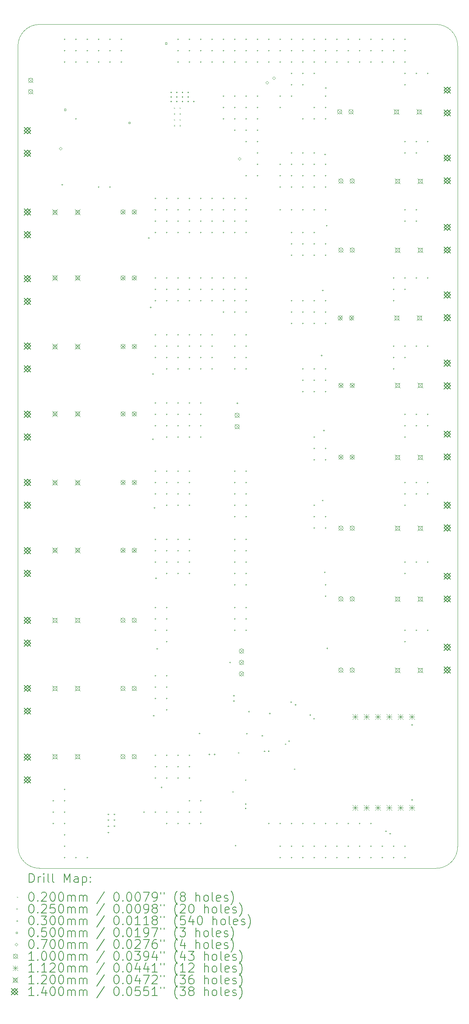
<source format=gbr>
%TF.GenerationSoftware,KiCad,Pcbnew,(6.0.11)*%
%TF.CreationDate,2023-09-27T15:25:27-05:00*%
%TF.ProjectId,MB,4d422e6b-6963-4616-945f-706362585858,rev?*%
%TF.SameCoordinates,Original*%
%TF.FileFunction,Drillmap*%
%TF.FilePolarity,Positive*%
%FSLAX45Y45*%
G04 Gerber Fmt 4.5, Leading zero omitted, Abs format (unit mm)*
G04 Created by KiCad (PCBNEW (6.0.11)) date 2023-09-27 15:25:27*
%MOMM*%
%LPD*%
G01*
G04 APERTURE LIST*
%ADD10C,0.100000*%
%ADD11C,0.200000*%
%ADD12C,0.020000*%
%ADD13C,0.025000*%
%ADD14C,0.030000*%
%ADD15C,0.050000*%
%ADD16C,0.070000*%
%ADD17C,0.112000*%
%ADD18C,0.120000*%
%ADD19C,0.140000*%
G04 APERTURE END LIST*
D10*
X8864600Y-23380700D02*
G75*
G03*
X9347200Y-23863300I482600J0D01*
G01*
X9347200Y-5003800D02*
G75*
G03*
X8864600Y-5486400I0J-482600D01*
G01*
X8864600Y-23380700D02*
X8864600Y-5486400D01*
X18707100Y-5486400D02*
X18707100Y-23382350D01*
X18224500Y-23864950D02*
G75*
G03*
X18707100Y-23382350I0J482600D01*
G01*
X9347200Y-5003800D02*
X18224500Y-5003800D01*
X9347200Y-23863300D02*
X18224500Y-23864950D01*
X18707100Y-5486400D02*
G75*
G03*
X18224500Y-5003800I-482600J0D01*
G01*
D11*
D12*
X12354540Y-6863820D02*
X12374540Y-6883820D01*
X12374540Y-6863820D02*
X12354540Y-6883820D01*
X12354540Y-6993820D02*
X12374540Y-7013820D01*
X12374540Y-6993820D02*
X12354540Y-7013820D01*
X12354540Y-7123820D02*
X12374540Y-7143820D01*
X12374540Y-7123820D02*
X12354540Y-7143820D01*
X12354540Y-7253820D02*
X12374540Y-7273820D01*
X12374540Y-7253820D02*
X12354540Y-7273820D01*
X12484540Y-6863820D02*
X12504540Y-6883820D01*
X12504540Y-6863820D02*
X12484540Y-6883820D01*
X12484540Y-6993820D02*
X12504540Y-7013820D01*
X12504540Y-6993820D02*
X12484540Y-7013820D01*
X12484540Y-7123820D02*
X12504540Y-7143820D01*
X12504540Y-7123820D02*
X12484540Y-7143820D01*
X12484540Y-7253820D02*
X12504540Y-7273820D01*
X12504540Y-7253820D02*
X12484540Y-7273820D01*
D13*
X12306100Y-6527800D02*
G75*
G03*
X12306100Y-6527800I-12500J0D01*
G01*
X12306100Y-6629400D02*
G75*
G03*
X12306100Y-6629400I-12500J0D01*
G01*
X12306100Y-6731000D02*
G75*
G03*
X12306100Y-6731000I-12500J0D01*
G01*
X12433100Y-6527800D02*
G75*
G03*
X12433100Y-6527800I-12500J0D01*
G01*
X12433100Y-6629400D02*
G75*
G03*
X12433100Y-6629400I-12500J0D01*
G01*
X12433100Y-6731000D02*
G75*
G03*
X12433100Y-6731000I-12500J0D01*
G01*
X12560100Y-6527800D02*
G75*
G03*
X12560100Y-6527800I-12500J0D01*
G01*
X12560100Y-6629400D02*
G75*
G03*
X12560100Y-6629400I-12500J0D01*
G01*
X12560100Y-6731000D02*
G75*
G03*
X12560100Y-6731000I-12500J0D01*
G01*
X12687100Y-6527800D02*
G75*
G03*
X12687100Y-6527800I-12500J0D01*
G01*
X12687100Y-6629400D02*
G75*
G03*
X12687100Y-6629400I-12500J0D01*
G01*
X12687100Y-6731000D02*
G75*
G03*
X12687100Y-6731000I-12500J0D01*
G01*
X12814100Y-6731000D02*
G75*
G03*
X12814100Y-6731000I-12500J0D01*
G01*
X13687860Y-22158960D02*
G75*
G03*
X13687860Y-22158960I-12500J0D01*
G01*
X13817400Y-21285200D02*
G75*
G03*
X13817400Y-21285200I-12500J0D01*
G01*
X13974880Y-22524720D02*
G75*
G03*
X13974880Y-22524720I-12500J0D01*
G01*
X13977420Y-21892260D02*
G75*
G03*
X13977420Y-21892260I-12500J0D01*
G01*
X14493040Y-21247100D02*
G75*
G03*
X14493040Y-21247100I-12500J0D01*
G01*
X14868960Y-21089620D02*
G75*
G03*
X14868960Y-21089620I-12500J0D01*
G01*
X15069620Y-21648420D02*
G75*
G03*
X15069620Y-21648420I-12500J0D01*
G01*
D14*
X9652000Y-22337000D02*
X9652000Y-22367000D01*
X9637000Y-22352000D02*
X9667000Y-22352000D01*
X9652000Y-22591000D02*
X9652000Y-22621000D01*
X9637000Y-22606000D02*
X9667000Y-22606000D01*
X9652000Y-22845000D02*
X9652000Y-22875000D01*
X9637000Y-22860000D02*
X9667000Y-22860000D01*
X9850120Y-8570200D02*
X9850120Y-8600200D01*
X9835120Y-8585200D02*
X9865120Y-8585200D01*
X9906000Y-5319000D02*
X9906000Y-5349000D01*
X9891000Y-5334000D02*
X9921000Y-5334000D01*
X9906000Y-5573000D02*
X9906000Y-5603000D01*
X9891000Y-5588000D02*
X9921000Y-5588000D01*
X9906000Y-5827000D02*
X9906000Y-5857000D01*
X9891000Y-5842000D02*
X9921000Y-5842000D01*
X9906000Y-22083000D02*
X9906000Y-22113000D01*
X9891000Y-22098000D02*
X9921000Y-22098000D01*
X9906000Y-22337000D02*
X9906000Y-22367000D01*
X9891000Y-22352000D02*
X9921000Y-22352000D01*
X9906000Y-22591000D02*
X9906000Y-22621000D01*
X9891000Y-22606000D02*
X9921000Y-22606000D01*
X9906000Y-22845000D02*
X9906000Y-22875000D01*
X9891000Y-22860000D02*
X9921000Y-22860000D01*
X9906000Y-23099000D02*
X9906000Y-23129000D01*
X9891000Y-23114000D02*
X9921000Y-23114000D01*
X9906000Y-23353000D02*
X9906000Y-23383000D01*
X9891000Y-23368000D02*
X9921000Y-23368000D01*
X9906000Y-23607000D02*
X9906000Y-23637000D01*
X9891000Y-23622000D02*
X9921000Y-23622000D01*
X10160000Y-5319000D02*
X10160000Y-5349000D01*
X10145000Y-5334000D02*
X10175000Y-5334000D01*
X10160000Y-5573000D02*
X10160000Y-5603000D01*
X10145000Y-5588000D02*
X10175000Y-5588000D01*
X10160000Y-5827000D02*
X10160000Y-5857000D01*
X10145000Y-5842000D02*
X10175000Y-5842000D01*
X10160000Y-7097000D02*
X10160000Y-7127000D01*
X10145000Y-7112000D02*
X10175000Y-7112000D01*
X10160000Y-23607000D02*
X10160000Y-23637000D01*
X10145000Y-23622000D02*
X10175000Y-23622000D01*
X10414000Y-5319000D02*
X10414000Y-5349000D01*
X10399000Y-5334000D02*
X10429000Y-5334000D01*
X10414000Y-5573000D02*
X10414000Y-5603000D01*
X10399000Y-5588000D02*
X10429000Y-5588000D01*
X10414000Y-5827000D02*
X10414000Y-5857000D01*
X10399000Y-5842000D02*
X10429000Y-5842000D01*
X10414000Y-23607000D02*
X10414000Y-23637000D01*
X10399000Y-23622000D02*
X10429000Y-23622000D01*
X10668000Y-5319000D02*
X10668000Y-5349000D01*
X10653000Y-5334000D02*
X10683000Y-5334000D01*
X10668000Y-5573000D02*
X10668000Y-5603000D01*
X10653000Y-5588000D02*
X10683000Y-5588000D01*
X10668000Y-5827000D02*
X10668000Y-5857000D01*
X10653000Y-5842000D02*
X10683000Y-5842000D01*
X10668000Y-8621000D02*
X10668000Y-8651000D01*
X10653000Y-8636000D02*
X10683000Y-8636000D01*
X10883900Y-22641800D02*
X10883900Y-22671800D01*
X10868900Y-22656800D02*
X10898900Y-22656800D01*
X10883900Y-22768800D02*
X10883900Y-22798800D01*
X10868900Y-22783800D02*
X10898900Y-22783800D01*
X10883900Y-22905960D02*
X10883900Y-22935960D01*
X10868900Y-22920960D02*
X10898900Y-22920960D01*
X10883900Y-23048200D02*
X10883900Y-23078200D01*
X10868900Y-23063200D02*
X10898900Y-23063200D01*
X10922000Y-5319000D02*
X10922000Y-5349000D01*
X10907000Y-5334000D02*
X10937000Y-5334000D01*
X10922000Y-5573000D02*
X10922000Y-5603000D01*
X10907000Y-5588000D02*
X10937000Y-5588000D01*
X10922000Y-5827000D02*
X10922000Y-5857000D01*
X10907000Y-5842000D02*
X10937000Y-5842000D01*
X10922000Y-8621000D02*
X10922000Y-8651000D01*
X10907000Y-8636000D02*
X10937000Y-8636000D01*
X11021060Y-22641800D02*
X11021060Y-22671800D01*
X11006060Y-22656800D02*
X11036060Y-22656800D01*
X11021060Y-22768800D02*
X11021060Y-22798800D01*
X11006060Y-22783800D02*
X11036060Y-22783800D01*
X11021060Y-22903420D02*
X11021060Y-22933420D01*
X11006060Y-22918420D02*
X11036060Y-22918420D01*
X11176000Y-5319000D02*
X11176000Y-5349000D01*
X11161000Y-5334000D02*
X11191000Y-5334000D01*
X11176000Y-5573000D02*
X11176000Y-5603000D01*
X11161000Y-5588000D02*
X11191000Y-5588000D01*
X11176000Y-5827000D02*
X11176000Y-5857000D01*
X11161000Y-5842000D02*
X11191000Y-5842000D01*
X11684000Y-22591000D02*
X11684000Y-22621000D01*
X11669000Y-22606000D02*
X11699000Y-22606000D01*
X11788140Y-9756380D02*
X11788140Y-9786380D01*
X11773140Y-9771380D02*
X11803140Y-9771380D01*
X11833860Y-11310860D02*
X11833860Y-11340860D01*
X11818860Y-11325860D02*
X11848860Y-11325860D01*
X11879580Y-14254720D02*
X11879580Y-14284720D01*
X11864580Y-14269720D02*
X11894580Y-14269720D01*
X11882120Y-12796760D02*
X11882120Y-12826760D01*
X11867120Y-12811760D02*
X11897120Y-12811760D01*
X11898580Y-20433320D02*
X11898580Y-20463320D01*
X11883580Y-20448320D02*
X11913580Y-20448320D01*
X11915140Y-15791420D02*
X11915140Y-15821420D01*
X11900140Y-15806420D02*
X11930140Y-15806420D01*
X11938000Y-8875000D02*
X11938000Y-8905000D01*
X11923000Y-8890000D02*
X11953000Y-8890000D01*
X11938000Y-9129000D02*
X11938000Y-9159000D01*
X11923000Y-9144000D02*
X11953000Y-9144000D01*
X11938000Y-9383000D02*
X11938000Y-9413000D01*
X11923000Y-9398000D02*
X11953000Y-9398000D01*
X11938000Y-9637000D02*
X11938000Y-9667000D01*
X11923000Y-9652000D02*
X11953000Y-9652000D01*
X11938000Y-10653000D02*
X11938000Y-10683000D01*
X11923000Y-10668000D02*
X11953000Y-10668000D01*
X11938000Y-10907000D02*
X11938000Y-10937000D01*
X11923000Y-10922000D02*
X11953000Y-10922000D01*
X11938000Y-11161000D02*
X11938000Y-11191000D01*
X11923000Y-11176000D02*
X11953000Y-11176000D01*
X11938000Y-11923000D02*
X11938000Y-11953000D01*
X11923000Y-11938000D02*
X11953000Y-11938000D01*
X11938000Y-12177000D02*
X11938000Y-12207000D01*
X11923000Y-12192000D02*
X11953000Y-12192000D01*
X11938000Y-12431000D02*
X11938000Y-12461000D01*
X11923000Y-12446000D02*
X11953000Y-12446000D01*
X11938000Y-13447000D02*
X11938000Y-13477000D01*
X11923000Y-13462000D02*
X11953000Y-13462000D01*
X11938000Y-13701000D02*
X11938000Y-13731000D01*
X11923000Y-13716000D02*
X11953000Y-13716000D01*
X11938000Y-13955000D02*
X11938000Y-13985000D01*
X11923000Y-13970000D02*
X11953000Y-13970000D01*
X11938000Y-14971000D02*
X11938000Y-15001000D01*
X11923000Y-14986000D02*
X11953000Y-14986000D01*
X11938000Y-15225000D02*
X11938000Y-15255000D01*
X11923000Y-15240000D02*
X11953000Y-15240000D01*
X11938000Y-15479000D02*
X11938000Y-15509000D01*
X11923000Y-15494000D02*
X11953000Y-15494000D01*
X11938000Y-16495000D02*
X11938000Y-16525000D01*
X11923000Y-16510000D02*
X11953000Y-16510000D01*
X11938000Y-16749000D02*
X11938000Y-16779000D01*
X11923000Y-16764000D02*
X11953000Y-16764000D01*
X11938000Y-17003000D02*
X11938000Y-17033000D01*
X11923000Y-17018000D02*
X11953000Y-17018000D01*
X11938000Y-18019000D02*
X11938000Y-18049000D01*
X11923000Y-18034000D02*
X11953000Y-18034000D01*
X11938000Y-18273000D02*
X11938000Y-18303000D01*
X11923000Y-18288000D02*
X11953000Y-18288000D01*
X11938000Y-18527000D02*
X11938000Y-18557000D01*
X11923000Y-18542000D02*
X11953000Y-18542000D01*
X11938000Y-19543000D02*
X11938000Y-19573000D01*
X11923000Y-19558000D02*
X11953000Y-19558000D01*
X11938000Y-19797000D02*
X11938000Y-19827000D01*
X11923000Y-19812000D02*
X11953000Y-19812000D01*
X11938000Y-20051000D02*
X11938000Y-20081000D01*
X11923000Y-20066000D02*
X11953000Y-20066000D01*
X11938000Y-21321000D02*
X11938000Y-21351000D01*
X11923000Y-21336000D02*
X11953000Y-21336000D01*
X11938000Y-21575000D02*
X11938000Y-21605000D01*
X11923000Y-21590000D02*
X11953000Y-21590000D01*
X11938000Y-21829000D02*
X11938000Y-21859000D01*
X11923000Y-21844000D02*
X11953000Y-21844000D01*
X11938000Y-22591000D02*
X11938000Y-22621000D01*
X11923000Y-22606000D02*
X11953000Y-22606000D01*
X11950700Y-17363680D02*
X11950700Y-17393680D01*
X11935700Y-17378680D02*
X11965700Y-17378680D01*
X11976100Y-18941020D02*
X11976100Y-18971020D01*
X11961100Y-18956020D02*
X11991100Y-18956020D01*
X12075160Y-22034740D02*
X12075160Y-22064740D01*
X12060160Y-22049740D02*
X12090160Y-22049740D01*
X12192000Y-8875000D02*
X12192000Y-8905000D01*
X12177000Y-8890000D02*
X12207000Y-8890000D01*
X12192000Y-9129000D02*
X12192000Y-9159000D01*
X12177000Y-9144000D02*
X12207000Y-9144000D01*
X12192000Y-9383000D02*
X12192000Y-9413000D01*
X12177000Y-9398000D02*
X12207000Y-9398000D01*
X12192000Y-9637000D02*
X12192000Y-9667000D01*
X12177000Y-9652000D02*
X12207000Y-9652000D01*
X12192000Y-10653000D02*
X12192000Y-10683000D01*
X12177000Y-10668000D02*
X12207000Y-10668000D01*
X12192000Y-10907000D02*
X12192000Y-10937000D01*
X12177000Y-10922000D02*
X12207000Y-10922000D01*
X12192000Y-11161000D02*
X12192000Y-11191000D01*
X12177000Y-11176000D02*
X12207000Y-11176000D01*
X12192000Y-11923000D02*
X12192000Y-11953000D01*
X12177000Y-11938000D02*
X12207000Y-11938000D01*
X12192000Y-12177000D02*
X12192000Y-12207000D01*
X12177000Y-12192000D02*
X12207000Y-12192000D01*
X12192000Y-12431000D02*
X12192000Y-12461000D01*
X12177000Y-12446000D02*
X12207000Y-12446000D01*
X12192000Y-12685000D02*
X12192000Y-12715000D01*
X12177000Y-12700000D02*
X12207000Y-12700000D01*
X12192000Y-13447000D02*
X12192000Y-13477000D01*
X12177000Y-13462000D02*
X12207000Y-13462000D01*
X12192000Y-13701000D02*
X12192000Y-13731000D01*
X12177000Y-13716000D02*
X12207000Y-13716000D01*
X12192000Y-13955000D02*
X12192000Y-13985000D01*
X12177000Y-13970000D02*
X12207000Y-13970000D01*
X12192000Y-14209000D02*
X12192000Y-14239000D01*
X12177000Y-14224000D02*
X12207000Y-14224000D01*
X12192000Y-14971000D02*
X12192000Y-15001000D01*
X12177000Y-14986000D02*
X12207000Y-14986000D01*
X12192000Y-15225000D02*
X12192000Y-15255000D01*
X12177000Y-15240000D02*
X12207000Y-15240000D01*
X12192000Y-15479000D02*
X12192000Y-15509000D01*
X12177000Y-15494000D02*
X12207000Y-15494000D01*
X12192000Y-15733000D02*
X12192000Y-15763000D01*
X12177000Y-15748000D02*
X12207000Y-15748000D01*
X12192000Y-16495000D02*
X12192000Y-16525000D01*
X12177000Y-16510000D02*
X12207000Y-16510000D01*
X12192000Y-16749000D02*
X12192000Y-16779000D01*
X12177000Y-16764000D02*
X12207000Y-16764000D01*
X12192000Y-17003000D02*
X12192000Y-17033000D01*
X12177000Y-17018000D02*
X12207000Y-17018000D01*
X12192000Y-17257000D02*
X12192000Y-17287000D01*
X12177000Y-17272000D02*
X12207000Y-17272000D01*
X12192000Y-18019000D02*
X12192000Y-18049000D01*
X12177000Y-18034000D02*
X12207000Y-18034000D01*
X12192000Y-18273000D02*
X12192000Y-18303000D01*
X12177000Y-18288000D02*
X12207000Y-18288000D01*
X12192000Y-18527000D02*
X12192000Y-18557000D01*
X12177000Y-18542000D02*
X12207000Y-18542000D01*
X12192000Y-18781000D02*
X12192000Y-18811000D01*
X12177000Y-18796000D02*
X12207000Y-18796000D01*
X12192000Y-19543000D02*
X12192000Y-19573000D01*
X12177000Y-19558000D02*
X12207000Y-19558000D01*
X12192000Y-19797000D02*
X12192000Y-19827000D01*
X12177000Y-19812000D02*
X12207000Y-19812000D01*
X12192000Y-20051000D02*
X12192000Y-20081000D01*
X12177000Y-20066000D02*
X12207000Y-20066000D01*
X12192000Y-20305000D02*
X12192000Y-20335000D01*
X12177000Y-20320000D02*
X12207000Y-20320000D01*
X12192000Y-21321000D02*
X12192000Y-21351000D01*
X12177000Y-21336000D02*
X12207000Y-21336000D01*
X12192000Y-21575000D02*
X12192000Y-21605000D01*
X12177000Y-21590000D02*
X12207000Y-21590000D01*
X12192000Y-21829000D02*
X12192000Y-21859000D01*
X12177000Y-21844000D02*
X12207000Y-21844000D01*
X12192000Y-22591000D02*
X12192000Y-22621000D01*
X12177000Y-22606000D02*
X12207000Y-22606000D01*
X12192000Y-22845000D02*
X12192000Y-22875000D01*
X12177000Y-22860000D02*
X12207000Y-22860000D01*
X12446000Y-5319000D02*
X12446000Y-5349000D01*
X12431000Y-5334000D02*
X12461000Y-5334000D01*
X12446000Y-5573000D02*
X12446000Y-5603000D01*
X12431000Y-5588000D02*
X12461000Y-5588000D01*
X12446000Y-5827000D02*
X12446000Y-5857000D01*
X12431000Y-5842000D02*
X12461000Y-5842000D01*
X12446000Y-8875000D02*
X12446000Y-8905000D01*
X12431000Y-8890000D02*
X12461000Y-8890000D01*
X12446000Y-9129000D02*
X12446000Y-9159000D01*
X12431000Y-9144000D02*
X12461000Y-9144000D01*
X12446000Y-9383000D02*
X12446000Y-9413000D01*
X12431000Y-9398000D02*
X12461000Y-9398000D01*
X12446000Y-9637000D02*
X12446000Y-9667000D01*
X12431000Y-9652000D02*
X12461000Y-9652000D01*
X12446000Y-10653000D02*
X12446000Y-10683000D01*
X12431000Y-10668000D02*
X12461000Y-10668000D01*
X12446000Y-10907000D02*
X12446000Y-10937000D01*
X12431000Y-10922000D02*
X12461000Y-10922000D01*
X12446000Y-11161000D02*
X12446000Y-11191000D01*
X12431000Y-11176000D02*
X12461000Y-11176000D01*
X12446000Y-11923000D02*
X12446000Y-11953000D01*
X12431000Y-11938000D02*
X12461000Y-11938000D01*
X12446000Y-12177000D02*
X12446000Y-12207000D01*
X12431000Y-12192000D02*
X12461000Y-12192000D01*
X12446000Y-12431000D02*
X12446000Y-12461000D01*
X12431000Y-12446000D02*
X12461000Y-12446000D01*
X12446000Y-12685000D02*
X12446000Y-12715000D01*
X12431000Y-12700000D02*
X12461000Y-12700000D01*
X12446000Y-13447000D02*
X12446000Y-13477000D01*
X12431000Y-13462000D02*
X12461000Y-13462000D01*
X12446000Y-13701000D02*
X12446000Y-13731000D01*
X12431000Y-13716000D02*
X12461000Y-13716000D01*
X12446000Y-13955000D02*
X12446000Y-13985000D01*
X12431000Y-13970000D02*
X12461000Y-13970000D01*
X12446000Y-14209000D02*
X12446000Y-14239000D01*
X12431000Y-14224000D02*
X12461000Y-14224000D01*
X12446000Y-14971000D02*
X12446000Y-15001000D01*
X12431000Y-14986000D02*
X12461000Y-14986000D01*
X12446000Y-15225000D02*
X12446000Y-15255000D01*
X12431000Y-15240000D02*
X12461000Y-15240000D01*
X12446000Y-15479000D02*
X12446000Y-15509000D01*
X12431000Y-15494000D02*
X12461000Y-15494000D01*
X12446000Y-15733000D02*
X12446000Y-15763000D01*
X12431000Y-15748000D02*
X12461000Y-15748000D01*
X12446000Y-16495000D02*
X12446000Y-16525000D01*
X12431000Y-16510000D02*
X12461000Y-16510000D01*
X12446000Y-16749000D02*
X12446000Y-16779000D01*
X12431000Y-16764000D02*
X12461000Y-16764000D01*
X12446000Y-17003000D02*
X12446000Y-17033000D01*
X12431000Y-17018000D02*
X12461000Y-17018000D01*
X12446000Y-17257000D02*
X12446000Y-17287000D01*
X12431000Y-17272000D02*
X12461000Y-17272000D01*
X12446000Y-21321000D02*
X12446000Y-21351000D01*
X12431000Y-21336000D02*
X12461000Y-21336000D01*
X12446000Y-21575000D02*
X12446000Y-21605000D01*
X12431000Y-21590000D02*
X12461000Y-21590000D01*
X12446000Y-21829000D02*
X12446000Y-21859000D01*
X12431000Y-21844000D02*
X12461000Y-21844000D01*
X12446000Y-22591000D02*
X12446000Y-22621000D01*
X12431000Y-22606000D02*
X12461000Y-22606000D01*
X12446000Y-22845000D02*
X12446000Y-22875000D01*
X12431000Y-22860000D02*
X12461000Y-22860000D01*
X12700000Y-5319000D02*
X12700000Y-5349000D01*
X12685000Y-5334000D02*
X12715000Y-5334000D01*
X12700000Y-5573000D02*
X12700000Y-5603000D01*
X12685000Y-5588000D02*
X12715000Y-5588000D01*
X12700000Y-5827000D02*
X12700000Y-5857000D01*
X12685000Y-5842000D02*
X12715000Y-5842000D01*
X12700000Y-8875000D02*
X12700000Y-8905000D01*
X12685000Y-8890000D02*
X12715000Y-8890000D01*
X12700000Y-9129000D02*
X12700000Y-9159000D01*
X12685000Y-9144000D02*
X12715000Y-9144000D01*
X12700000Y-9383000D02*
X12700000Y-9413000D01*
X12685000Y-9398000D02*
X12715000Y-9398000D01*
X12700000Y-9637000D02*
X12700000Y-9667000D01*
X12685000Y-9652000D02*
X12715000Y-9652000D01*
X12700000Y-10653000D02*
X12700000Y-10683000D01*
X12685000Y-10668000D02*
X12715000Y-10668000D01*
X12700000Y-10907000D02*
X12700000Y-10937000D01*
X12685000Y-10922000D02*
X12715000Y-10922000D01*
X12700000Y-11161000D02*
X12700000Y-11191000D01*
X12685000Y-11176000D02*
X12715000Y-11176000D01*
X12700000Y-11923000D02*
X12700000Y-11953000D01*
X12685000Y-11938000D02*
X12715000Y-11938000D01*
X12700000Y-12177000D02*
X12700000Y-12207000D01*
X12685000Y-12192000D02*
X12715000Y-12192000D01*
X12700000Y-12431000D02*
X12700000Y-12461000D01*
X12685000Y-12446000D02*
X12715000Y-12446000D01*
X12700000Y-12685000D02*
X12700000Y-12715000D01*
X12685000Y-12700000D02*
X12715000Y-12700000D01*
X12700000Y-13447000D02*
X12700000Y-13477000D01*
X12685000Y-13462000D02*
X12715000Y-13462000D01*
X12700000Y-13701000D02*
X12700000Y-13731000D01*
X12685000Y-13716000D02*
X12715000Y-13716000D01*
X12700000Y-13955000D02*
X12700000Y-13985000D01*
X12685000Y-13970000D02*
X12715000Y-13970000D01*
X12700000Y-14209000D02*
X12700000Y-14239000D01*
X12685000Y-14224000D02*
X12715000Y-14224000D01*
X12700000Y-14971000D02*
X12700000Y-15001000D01*
X12685000Y-14986000D02*
X12715000Y-14986000D01*
X12700000Y-15225000D02*
X12700000Y-15255000D01*
X12685000Y-15240000D02*
X12715000Y-15240000D01*
X12700000Y-15479000D02*
X12700000Y-15509000D01*
X12685000Y-15494000D02*
X12715000Y-15494000D01*
X12700000Y-15733000D02*
X12700000Y-15763000D01*
X12685000Y-15748000D02*
X12715000Y-15748000D01*
X12700000Y-16495000D02*
X12700000Y-16525000D01*
X12685000Y-16510000D02*
X12715000Y-16510000D01*
X12700000Y-16749000D02*
X12700000Y-16779000D01*
X12685000Y-16764000D02*
X12715000Y-16764000D01*
X12700000Y-17003000D02*
X12700000Y-17033000D01*
X12685000Y-17018000D02*
X12715000Y-17018000D01*
X12700000Y-17257000D02*
X12700000Y-17287000D01*
X12685000Y-17272000D02*
X12715000Y-17272000D01*
X12700000Y-21321000D02*
X12700000Y-21351000D01*
X12685000Y-21336000D02*
X12715000Y-21336000D01*
X12700000Y-21575000D02*
X12700000Y-21605000D01*
X12685000Y-21590000D02*
X12715000Y-21590000D01*
X12700000Y-21829000D02*
X12700000Y-21859000D01*
X12685000Y-21844000D02*
X12715000Y-21844000D01*
X12700000Y-22337000D02*
X12700000Y-22367000D01*
X12685000Y-22352000D02*
X12715000Y-22352000D01*
X12700000Y-22591000D02*
X12700000Y-22621000D01*
X12685000Y-22606000D02*
X12715000Y-22606000D01*
X12700000Y-22845000D02*
X12700000Y-22875000D01*
X12685000Y-22860000D02*
X12715000Y-22860000D01*
X12926060Y-20830780D02*
X12926060Y-20860780D01*
X12911060Y-20845780D02*
X12941060Y-20845780D01*
X12954000Y-5319000D02*
X12954000Y-5349000D01*
X12939000Y-5334000D02*
X12969000Y-5334000D01*
X12954000Y-5573000D02*
X12954000Y-5603000D01*
X12939000Y-5588000D02*
X12969000Y-5588000D01*
X12954000Y-5827000D02*
X12954000Y-5857000D01*
X12939000Y-5842000D02*
X12969000Y-5842000D01*
X12954000Y-8875000D02*
X12954000Y-8905000D01*
X12939000Y-8890000D02*
X12969000Y-8890000D01*
X12954000Y-9129000D02*
X12954000Y-9159000D01*
X12939000Y-9144000D02*
X12969000Y-9144000D01*
X12954000Y-9383000D02*
X12954000Y-9413000D01*
X12939000Y-9398000D02*
X12969000Y-9398000D01*
X12954000Y-9637000D02*
X12954000Y-9667000D01*
X12939000Y-9652000D02*
X12969000Y-9652000D01*
X12954000Y-10653000D02*
X12954000Y-10683000D01*
X12939000Y-10668000D02*
X12969000Y-10668000D01*
X12954000Y-10907000D02*
X12954000Y-10937000D01*
X12939000Y-10922000D02*
X12969000Y-10922000D01*
X12954000Y-11161000D02*
X12954000Y-11191000D01*
X12939000Y-11176000D02*
X12969000Y-11176000D01*
X12954000Y-11923000D02*
X12954000Y-11953000D01*
X12939000Y-11938000D02*
X12969000Y-11938000D01*
X12954000Y-12177000D02*
X12954000Y-12207000D01*
X12939000Y-12192000D02*
X12969000Y-12192000D01*
X12954000Y-12431000D02*
X12954000Y-12461000D01*
X12939000Y-12446000D02*
X12969000Y-12446000D01*
X12954000Y-12685000D02*
X12954000Y-12715000D01*
X12939000Y-12700000D02*
X12969000Y-12700000D01*
X12954000Y-13447000D02*
X12954000Y-13477000D01*
X12939000Y-13462000D02*
X12969000Y-13462000D01*
X12954000Y-13701000D02*
X12954000Y-13731000D01*
X12939000Y-13716000D02*
X12969000Y-13716000D01*
X12954000Y-13955000D02*
X12954000Y-13985000D01*
X12939000Y-13970000D02*
X12969000Y-13970000D01*
X12954000Y-14209000D02*
X12954000Y-14239000D01*
X12939000Y-14224000D02*
X12969000Y-14224000D01*
X12954000Y-22337000D02*
X12954000Y-22367000D01*
X12939000Y-22352000D02*
X12969000Y-22352000D01*
X12954000Y-22591000D02*
X12954000Y-22621000D01*
X12939000Y-22606000D02*
X12969000Y-22606000D01*
X12954000Y-22845000D02*
X12954000Y-22875000D01*
X12939000Y-22860000D02*
X12969000Y-22860000D01*
X13144500Y-21298140D02*
X13144500Y-21328140D01*
X13129500Y-21313140D02*
X13159500Y-21313140D01*
X13208000Y-5319000D02*
X13208000Y-5349000D01*
X13193000Y-5334000D02*
X13223000Y-5334000D01*
X13208000Y-5573000D02*
X13208000Y-5603000D01*
X13193000Y-5588000D02*
X13223000Y-5588000D01*
X13208000Y-5827000D02*
X13208000Y-5857000D01*
X13193000Y-5842000D02*
X13223000Y-5842000D01*
X13208000Y-8875000D02*
X13208000Y-8905000D01*
X13193000Y-8890000D02*
X13223000Y-8890000D01*
X13208000Y-9129000D02*
X13208000Y-9159000D01*
X13193000Y-9144000D02*
X13223000Y-9144000D01*
X13208000Y-9383000D02*
X13208000Y-9413000D01*
X13193000Y-9398000D02*
X13223000Y-9398000D01*
X13208000Y-9637000D02*
X13208000Y-9667000D01*
X13193000Y-9652000D02*
X13223000Y-9652000D01*
X13208000Y-10653000D02*
X13208000Y-10683000D01*
X13193000Y-10668000D02*
X13223000Y-10668000D01*
X13208000Y-10907000D02*
X13208000Y-10937000D01*
X13193000Y-10922000D02*
X13223000Y-10922000D01*
X13208000Y-11161000D02*
X13208000Y-11191000D01*
X13193000Y-11176000D02*
X13223000Y-11176000D01*
X13208000Y-11923000D02*
X13208000Y-11953000D01*
X13193000Y-11938000D02*
X13223000Y-11938000D01*
X13208000Y-12177000D02*
X13208000Y-12207000D01*
X13193000Y-12192000D02*
X13223000Y-12192000D01*
X13208000Y-12431000D02*
X13208000Y-12461000D01*
X13193000Y-12446000D02*
X13223000Y-12446000D01*
X13208000Y-12685000D02*
X13208000Y-12715000D01*
X13193000Y-12700000D02*
X13223000Y-12700000D01*
X13261340Y-21300680D02*
X13261340Y-21330680D01*
X13246340Y-21315680D02*
X13276340Y-21315680D01*
X13462000Y-5319000D02*
X13462000Y-5349000D01*
X13447000Y-5334000D02*
X13477000Y-5334000D01*
X13462000Y-5573000D02*
X13462000Y-5603000D01*
X13447000Y-5588000D02*
X13477000Y-5588000D01*
X13462000Y-5827000D02*
X13462000Y-5857000D01*
X13447000Y-5842000D02*
X13477000Y-5842000D01*
X13462000Y-6589000D02*
X13462000Y-6619000D01*
X13447000Y-6604000D02*
X13477000Y-6604000D01*
X13462000Y-6843000D02*
X13462000Y-6873000D01*
X13447000Y-6858000D02*
X13477000Y-6858000D01*
X13462000Y-7097000D02*
X13462000Y-7127000D01*
X13447000Y-7112000D02*
X13477000Y-7112000D01*
X13462000Y-8875000D02*
X13462000Y-8905000D01*
X13447000Y-8890000D02*
X13477000Y-8890000D01*
X13462000Y-9129000D02*
X13462000Y-9159000D01*
X13447000Y-9144000D02*
X13477000Y-9144000D01*
X13462000Y-9383000D02*
X13462000Y-9413000D01*
X13447000Y-9398000D02*
X13477000Y-9398000D01*
X13462000Y-9637000D02*
X13462000Y-9667000D01*
X13447000Y-9652000D02*
X13477000Y-9652000D01*
X13462000Y-10653000D02*
X13462000Y-10683000D01*
X13447000Y-10668000D02*
X13477000Y-10668000D01*
X13462000Y-10907000D02*
X13462000Y-10937000D01*
X13447000Y-10922000D02*
X13477000Y-10922000D01*
X13462000Y-11161000D02*
X13462000Y-11191000D01*
X13447000Y-11176000D02*
X13477000Y-11176000D01*
X13462000Y-11415000D02*
X13462000Y-11445000D01*
X13447000Y-11430000D02*
X13477000Y-11430000D01*
X13606780Y-19245820D02*
X13606780Y-19275820D01*
X13591780Y-19260820D02*
X13621780Y-19260820D01*
X13693140Y-19990040D02*
X13693140Y-20020040D01*
X13678140Y-20005040D02*
X13708140Y-20005040D01*
X13693140Y-20106880D02*
X13693140Y-20136880D01*
X13678140Y-20121880D02*
X13708140Y-20121880D01*
X13716000Y-5319000D02*
X13716000Y-5349000D01*
X13701000Y-5334000D02*
X13731000Y-5334000D01*
X13716000Y-5573000D02*
X13716000Y-5603000D01*
X13701000Y-5588000D02*
X13731000Y-5588000D01*
X13716000Y-5827000D02*
X13716000Y-5857000D01*
X13701000Y-5842000D02*
X13731000Y-5842000D01*
X13716000Y-6589000D02*
X13716000Y-6619000D01*
X13701000Y-6604000D02*
X13731000Y-6604000D01*
X13716000Y-6843000D02*
X13716000Y-6873000D01*
X13701000Y-6858000D02*
X13731000Y-6858000D01*
X13716000Y-7097000D02*
X13716000Y-7127000D01*
X13701000Y-7112000D02*
X13731000Y-7112000D01*
X13716000Y-7351000D02*
X13716000Y-7381000D01*
X13701000Y-7366000D02*
X13731000Y-7366000D01*
X13716000Y-8875000D02*
X13716000Y-8905000D01*
X13701000Y-8890000D02*
X13731000Y-8890000D01*
X13716000Y-9129000D02*
X13716000Y-9159000D01*
X13701000Y-9144000D02*
X13731000Y-9144000D01*
X13716000Y-9383000D02*
X13716000Y-9413000D01*
X13701000Y-9398000D02*
X13731000Y-9398000D01*
X13716000Y-9637000D02*
X13716000Y-9667000D01*
X13701000Y-9652000D02*
X13731000Y-9652000D01*
X13716000Y-10653000D02*
X13716000Y-10683000D01*
X13701000Y-10668000D02*
X13731000Y-10668000D01*
X13716000Y-10907000D02*
X13716000Y-10937000D01*
X13701000Y-10922000D02*
X13731000Y-10922000D01*
X13716000Y-11161000D02*
X13716000Y-11191000D01*
X13701000Y-11176000D02*
X13731000Y-11176000D01*
X13716000Y-11415000D02*
X13716000Y-11445000D01*
X13701000Y-11430000D02*
X13731000Y-11430000D01*
X13716000Y-11923000D02*
X13716000Y-11953000D01*
X13701000Y-11938000D02*
X13731000Y-11938000D01*
X13716000Y-12177000D02*
X13716000Y-12207000D01*
X13701000Y-12192000D02*
X13731000Y-12192000D01*
X13716000Y-12431000D02*
X13716000Y-12461000D01*
X13701000Y-12446000D02*
X13731000Y-12446000D01*
X13716000Y-12685000D02*
X13716000Y-12715000D01*
X13701000Y-12700000D02*
X13731000Y-12700000D01*
X13716000Y-14971000D02*
X13716000Y-15001000D01*
X13701000Y-14986000D02*
X13731000Y-14986000D01*
X13716000Y-15225000D02*
X13716000Y-15255000D01*
X13701000Y-15240000D02*
X13731000Y-15240000D01*
X13716000Y-15479000D02*
X13716000Y-15509000D01*
X13701000Y-15494000D02*
X13731000Y-15494000D01*
X13716000Y-15733000D02*
X13716000Y-15763000D01*
X13701000Y-15748000D02*
X13731000Y-15748000D01*
X13716000Y-15987000D02*
X13716000Y-16017000D01*
X13701000Y-16002000D02*
X13731000Y-16002000D01*
X13716000Y-16495000D02*
X13716000Y-16525000D01*
X13701000Y-16510000D02*
X13731000Y-16510000D01*
X13716000Y-16749000D02*
X13716000Y-16779000D01*
X13701000Y-16764000D02*
X13731000Y-16764000D01*
X13716000Y-17003000D02*
X13716000Y-17033000D01*
X13701000Y-17018000D02*
X13731000Y-17018000D01*
X13716000Y-17257000D02*
X13716000Y-17287000D01*
X13701000Y-17272000D02*
X13731000Y-17272000D01*
X13716000Y-17511000D02*
X13716000Y-17541000D01*
X13701000Y-17526000D02*
X13731000Y-17526000D01*
X13716000Y-18019000D02*
X13716000Y-18049000D01*
X13701000Y-18034000D02*
X13731000Y-18034000D01*
X13716000Y-18273000D02*
X13716000Y-18303000D01*
X13701000Y-18288000D02*
X13731000Y-18288000D01*
X13716000Y-18527000D02*
X13716000Y-18557000D01*
X13701000Y-18542000D02*
X13731000Y-18542000D01*
X13731240Y-23337760D02*
X13731240Y-23367760D01*
X13716240Y-23352760D02*
X13746240Y-23352760D01*
X13769340Y-13449540D02*
X13769340Y-13479540D01*
X13754340Y-13464540D02*
X13784340Y-13464540D01*
X13959840Y-22410660D02*
X13959840Y-22440660D01*
X13944840Y-22425660D02*
X13974840Y-22425660D01*
X13970000Y-5319000D02*
X13970000Y-5349000D01*
X13955000Y-5334000D02*
X13985000Y-5334000D01*
X13970000Y-5573000D02*
X13970000Y-5603000D01*
X13955000Y-5588000D02*
X13985000Y-5588000D01*
X13970000Y-5827000D02*
X13970000Y-5857000D01*
X13955000Y-5842000D02*
X13985000Y-5842000D01*
X13970000Y-6589000D02*
X13970000Y-6619000D01*
X13955000Y-6604000D02*
X13985000Y-6604000D01*
X13970000Y-6843000D02*
X13970000Y-6873000D01*
X13955000Y-6858000D02*
X13985000Y-6858000D01*
X13970000Y-7097000D02*
X13970000Y-7127000D01*
X13955000Y-7112000D02*
X13985000Y-7112000D01*
X13970000Y-7351000D02*
X13970000Y-7381000D01*
X13955000Y-7366000D02*
X13985000Y-7366000D01*
X13970000Y-7605000D02*
X13970000Y-7635000D01*
X13955000Y-7620000D02*
X13985000Y-7620000D01*
X13970000Y-8367000D02*
X13970000Y-8397000D01*
X13955000Y-8382000D02*
X13985000Y-8382000D01*
X13970000Y-8875000D02*
X13970000Y-8905000D01*
X13955000Y-8890000D02*
X13985000Y-8890000D01*
X13970000Y-9129000D02*
X13970000Y-9159000D01*
X13955000Y-9144000D02*
X13985000Y-9144000D01*
X13970000Y-9383000D02*
X13970000Y-9413000D01*
X13955000Y-9398000D02*
X13985000Y-9398000D01*
X13970000Y-9637000D02*
X13970000Y-9667000D01*
X13955000Y-9652000D02*
X13985000Y-9652000D01*
X13970000Y-10653000D02*
X13970000Y-10683000D01*
X13955000Y-10668000D02*
X13985000Y-10668000D01*
X13970000Y-10907000D02*
X13970000Y-10937000D01*
X13955000Y-10922000D02*
X13985000Y-10922000D01*
X13970000Y-11161000D02*
X13970000Y-11191000D01*
X13955000Y-11176000D02*
X13985000Y-11176000D01*
X13970000Y-11415000D02*
X13970000Y-11445000D01*
X13955000Y-11430000D02*
X13985000Y-11430000D01*
X13970000Y-11923000D02*
X13970000Y-11953000D01*
X13955000Y-11938000D02*
X13985000Y-11938000D01*
X13970000Y-12177000D02*
X13970000Y-12207000D01*
X13955000Y-12192000D02*
X13985000Y-12192000D01*
X13970000Y-12431000D02*
X13970000Y-12461000D01*
X13955000Y-12446000D02*
X13985000Y-12446000D01*
X13970000Y-12685000D02*
X13970000Y-12715000D01*
X13955000Y-12700000D02*
X13985000Y-12700000D01*
X13970000Y-14971000D02*
X13970000Y-15001000D01*
X13955000Y-14986000D02*
X13985000Y-14986000D01*
X13970000Y-15225000D02*
X13970000Y-15255000D01*
X13955000Y-15240000D02*
X13985000Y-15240000D01*
X13970000Y-15479000D02*
X13970000Y-15509000D01*
X13955000Y-15494000D02*
X13985000Y-15494000D01*
X13970000Y-15733000D02*
X13970000Y-15763000D01*
X13955000Y-15748000D02*
X13985000Y-15748000D01*
X13970000Y-15987000D02*
X13970000Y-16017000D01*
X13955000Y-16002000D02*
X13985000Y-16002000D01*
X13970000Y-16495000D02*
X13970000Y-16525000D01*
X13955000Y-16510000D02*
X13985000Y-16510000D01*
X13970000Y-16749000D02*
X13970000Y-16779000D01*
X13955000Y-16764000D02*
X13985000Y-16764000D01*
X13970000Y-17003000D02*
X13970000Y-17033000D01*
X13955000Y-17018000D02*
X13985000Y-17018000D01*
X13970000Y-17257000D02*
X13970000Y-17287000D01*
X13955000Y-17272000D02*
X13985000Y-17272000D01*
X13970000Y-17511000D02*
X13970000Y-17541000D01*
X13955000Y-17526000D02*
X13985000Y-17526000D01*
X13970000Y-18019000D02*
X13970000Y-18049000D01*
X13955000Y-18034000D02*
X13985000Y-18034000D01*
X13970000Y-18273000D02*
X13970000Y-18303000D01*
X13955000Y-18288000D02*
X13985000Y-18288000D01*
X13970000Y-18527000D02*
X13970000Y-18557000D01*
X13955000Y-18542000D02*
X13985000Y-18542000D01*
X13985240Y-20838400D02*
X13985240Y-20868400D01*
X13970240Y-20853400D02*
X14000240Y-20853400D01*
X14030960Y-20343100D02*
X14030960Y-20373100D01*
X14015960Y-20358100D02*
X14045960Y-20358100D01*
X14224000Y-5319000D02*
X14224000Y-5349000D01*
X14209000Y-5334000D02*
X14239000Y-5334000D01*
X14224000Y-5573000D02*
X14224000Y-5603000D01*
X14209000Y-5588000D02*
X14239000Y-5588000D01*
X14224000Y-5827000D02*
X14224000Y-5857000D01*
X14209000Y-5842000D02*
X14239000Y-5842000D01*
X14224000Y-6589000D02*
X14224000Y-6619000D01*
X14209000Y-6604000D02*
X14239000Y-6604000D01*
X14224000Y-6843000D02*
X14224000Y-6873000D01*
X14209000Y-6858000D02*
X14239000Y-6858000D01*
X14224000Y-7097000D02*
X14224000Y-7127000D01*
X14209000Y-7112000D02*
X14239000Y-7112000D01*
X14224000Y-7351000D02*
X14224000Y-7381000D01*
X14209000Y-7366000D02*
X14239000Y-7366000D01*
X14224000Y-7605000D02*
X14224000Y-7635000D01*
X14209000Y-7620000D02*
X14239000Y-7620000D01*
X14224000Y-7859000D02*
X14224000Y-7889000D01*
X14209000Y-7874000D02*
X14239000Y-7874000D01*
X14224000Y-8113000D02*
X14224000Y-8143000D01*
X14209000Y-8128000D02*
X14239000Y-8128000D01*
X14224000Y-8367000D02*
X14224000Y-8397000D01*
X14209000Y-8382000D02*
X14239000Y-8382000D01*
X14328140Y-20881580D02*
X14328140Y-20911580D01*
X14313140Y-20896580D02*
X14343140Y-20896580D01*
X14378940Y-21229560D02*
X14378940Y-21259560D01*
X14363940Y-21244560D02*
X14393940Y-21244560D01*
X14478000Y-5319000D02*
X14478000Y-5349000D01*
X14463000Y-5334000D02*
X14493000Y-5334000D01*
X14478000Y-5573000D02*
X14478000Y-5603000D01*
X14463000Y-5588000D02*
X14493000Y-5588000D01*
X14478000Y-5827000D02*
X14478000Y-5857000D01*
X14463000Y-5842000D02*
X14493000Y-5842000D01*
X14478000Y-22845000D02*
X14478000Y-22875000D01*
X14463000Y-22860000D02*
X14493000Y-22860000D01*
X14500860Y-20386280D02*
X14500860Y-20416280D01*
X14485860Y-20401280D02*
X14515860Y-20401280D01*
X14732000Y-5319000D02*
X14732000Y-5349000D01*
X14717000Y-5334000D02*
X14747000Y-5334000D01*
X14732000Y-5573000D02*
X14732000Y-5603000D01*
X14717000Y-5588000D02*
X14747000Y-5588000D01*
X14732000Y-5827000D02*
X14732000Y-5857000D01*
X14717000Y-5842000D02*
X14747000Y-5842000D01*
X14732000Y-6589000D02*
X14732000Y-6619000D01*
X14717000Y-6604000D02*
X14747000Y-6604000D01*
X14732000Y-6843000D02*
X14732000Y-6873000D01*
X14717000Y-6858000D02*
X14747000Y-6858000D01*
X14732000Y-8113000D02*
X14732000Y-8143000D01*
X14717000Y-8128000D02*
X14747000Y-8128000D01*
X14732000Y-8367000D02*
X14732000Y-8397000D01*
X14717000Y-8382000D02*
X14747000Y-8382000D01*
X14732000Y-8621000D02*
X14732000Y-8651000D01*
X14717000Y-8636000D02*
X14747000Y-8636000D01*
X14732000Y-9129000D02*
X14732000Y-9159000D01*
X14717000Y-9144000D02*
X14747000Y-9144000D01*
X14732000Y-22845000D02*
X14732000Y-22875000D01*
X14717000Y-22860000D02*
X14747000Y-22860000D01*
X14732000Y-23353000D02*
X14732000Y-23383000D01*
X14717000Y-23368000D02*
X14747000Y-23368000D01*
X14732000Y-23607000D02*
X14732000Y-23637000D01*
X14717000Y-23622000D02*
X14747000Y-23622000D01*
X14927580Y-21003500D02*
X14927580Y-21033500D01*
X14912580Y-21018500D02*
X14942580Y-21018500D01*
X14975840Y-20129740D02*
X14975840Y-20159740D01*
X14960840Y-20144740D02*
X14990840Y-20144740D01*
X14986000Y-5319000D02*
X14986000Y-5349000D01*
X14971000Y-5334000D02*
X15001000Y-5334000D01*
X14986000Y-5573000D02*
X14986000Y-5603000D01*
X14971000Y-5588000D02*
X15001000Y-5588000D01*
X14986000Y-5827000D02*
X14986000Y-5857000D01*
X14971000Y-5842000D02*
X15001000Y-5842000D01*
X14986000Y-6081000D02*
X14986000Y-6111000D01*
X14971000Y-6096000D02*
X15001000Y-6096000D01*
X14986000Y-6335000D02*
X14986000Y-6365000D01*
X14971000Y-6350000D02*
X15001000Y-6350000D01*
X14986000Y-6589000D02*
X14986000Y-6619000D01*
X14971000Y-6604000D02*
X15001000Y-6604000D01*
X14986000Y-7859000D02*
X14986000Y-7889000D01*
X14971000Y-7874000D02*
X15001000Y-7874000D01*
X14986000Y-8113000D02*
X14986000Y-8143000D01*
X14971000Y-8128000D02*
X15001000Y-8128000D01*
X14986000Y-8367000D02*
X14986000Y-8397000D01*
X14971000Y-8382000D02*
X15001000Y-8382000D01*
X14986000Y-8621000D02*
X14986000Y-8651000D01*
X14971000Y-8636000D02*
X15001000Y-8636000D01*
X14986000Y-9129000D02*
X14986000Y-9159000D01*
X14971000Y-9144000D02*
X15001000Y-9144000D01*
X14986000Y-9637000D02*
X14986000Y-9667000D01*
X14971000Y-9652000D02*
X15001000Y-9652000D01*
X14986000Y-9891000D02*
X14986000Y-9921000D01*
X14971000Y-9906000D02*
X15001000Y-9906000D01*
X14986000Y-10145000D02*
X14986000Y-10175000D01*
X14971000Y-10160000D02*
X15001000Y-10160000D01*
X14986000Y-11161000D02*
X14986000Y-11191000D01*
X14971000Y-11176000D02*
X15001000Y-11176000D01*
X14986000Y-11415000D02*
X14986000Y-11445000D01*
X14971000Y-11430000D02*
X15001000Y-11430000D01*
X14986000Y-11669000D02*
X14986000Y-11699000D01*
X14971000Y-11684000D02*
X15001000Y-11684000D01*
X14986000Y-22845000D02*
X14986000Y-22875000D01*
X14971000Y-22860000D02*
X15001000Y-22860000D01*
X14986000Y-23353000D02*
X14986000Y-23383000D01*
X14971000Y-23368000D02*
X15001000Y-23368000D01*
X14986000Y-23607000D02*
X14986000Y-23637000D01*
X14971000Y-23622000D02*
X15001000Y-23622000D01*
X15074900Y-20190700D02*
X15074900Y-20220700D01*
X15059900Y-20205700D02*
X15089900Y-20205700D01*
X15240000Y-5319000D02*
X15240000Y-5349000D01*
X15225000Y-5334000D02*
X15255000Y-5334000D01*
X15240000Y-5573000D02*
X15240000Y-5603000D01*
X15225000Y-5588000D02*
X15255000Y-5588000D01*
X15240000Y-5827000D02*
X15240000Y-5857000D01*
X15225000Y-5842000D02*
X15255000Y-5842000D01*
X15240000Y-6081000D02*
X15240000Y-6111000D01*
X15225000Y-6096000D02*
X15255000Y-6096000D01*
X15240000Y-6335000D02*
X15240000Y-6365000D01*
X15225000Y-6350000D02*
X15255000Y-6350000D01*
X15240000Y-7097000D02*
X15240000Y-7127000D01*
X15225000Y-7112000D02*
X15255000Y-7112000D01*
X15240000Y-7859000D02*
X15240000Y-7889000D01*
X15225000Y-7874000D02*
X15255000Y-7874000D01*
X15240000Y-8113000D02*
X15240000Y-8143000D01*
X15225000Y-8128000D02*
X15255000Y-8128000D01*
X15240000Y-8367000D02*
X15240000Y-8397000D01*
X15225000Y-8382000D02*
X15255000Y-8382000D01*
X15240000Y-8621000D02*
X15240000Y-8651000D01*
X15225000Y-8636000D02*
X15255000Y-8636000D01*
X15240000Y-9129000D02*
X15240000Y-9159000D01*
X15225000Y-9144000D02*
X15255000Y-9144000D01*
X15240000Y-9637000D02*
X15240000Y-9667000D01*
X15225000Y-9652000D02*
X15255000Y-9652000D01*
X15240000Y-9891000D02*
X15240000Y-9921000D01*
X15225000Y-9906000D02*
X15255000Y-9906000D01*
X15240000Y-10145000D02*
X15240000Y-10175000D01*
X15225000Y-10160000D02*
X15255000Y-10160000D01*
X15240000Y-11161000D02*
X15240000Y-11191000D01*
X15225000Y-11176000D02*
X15255000Y-11176000D01*
X15240000Y-11415000D02*
X15240000Y-11445000D01*
X15225000Y-11430000D02*
X15255000Y-11430000D01*
X15240000Y-11669000D02*
X15240000Y-11699000D01*
X15225000Y-11684000D02*
X15255000Y-11684000D01*
X15240000Y-12685000D02*
X15240000Y-12715000D01*
X15225000Y-12700000D02*
X15255000Y-12700000D01*
X15240000Y-12939000D02*
X15240000Y-12969000D01*
X15225000Y-12954000D02*
X15255000Y-12954000D01*
X15240000Y-13193000D02*
X15240000Y-13223000D01*
X15225000Y-13208000D02*
X15255000Y-13208000D01*
X15240000Y-22845000D02*
X15240000Y-22875000D01*
X15225000Y-22860000D02*
X15255000Y-22860000D01*
X15240000Y-23353000D02*
X15240000Y-23383000D01*
X15225000Y-23368000D02*
X15255000Y-23368000D01*
X15240000Y-23607000D02*
X15240000Y-23637000D01*
X15225000Y-23622000D02*
X15255000Y-23622000D01*
X15402560Y-20419300D02*
X15402560Y-20449300D01*
X15387560Y-20434300D02*
X15417560Y-20434300D01*
X15486380Y-20500580D02*
X15486380Y-20530580D01*
X15471380Y-20515580D02*
X15501380Y-20515580D01*
X15494000Y-5319000D02*
X15494000Y-5349000D01*
X15479000Y-5334000D02*
X15509000Y-5334000D01*
X15494000Y-5573000D02*
X15494000Y-5603000D01*
X15479000Y-5588000D02*
X15509000Y-5588000D01*
X15494000Y-5827000D02*
X15494000Y-5857000D01*
X15479000Y-5842000D02*
X15509000Y-5842000D01*
X15494000Y-6081000D02*
X15494000Y-6111000D01*
X15479000Y-6096000D02*
X15509000Y-6096000D01*
X15494000Y-6843000D02*
X15494000Y-6873000D01*
X15479000Y-6858000D02*
X15509000Y-6858000D01*
X15494000Y-7097000D02*
X15494000Y-7127000D01*
X15479000Y-7112000D02*
X15509000Y-7112000D01*
X15494000Y-7859000D02*
X15494000Y-7889000D01*
X15479000Y-7874000D02*
X15509000Y-7874000D01*
X15494000Y-8113000D02*
X15494000Y-8143000D01*
X15479000Y-8128000D02*
X15509000Y-8128000D01*
X15494000Y-8367000D02*
X15494000Y-8397000D01*
X15479000Y-8382000D02*
X15509000Y-8382000D01*
X15494000Y-8621000D02*
X15494000Y-8651000D01*
X15479000Y-8636000D02*
X15509000Y-8636000D01*
X15494000Y-9129000D02*
X15494000Y-9159000D01*
X15479000Y-9144000D02*
X15509000Y-9144000D01*
X15494000Y-9637000D02*
X15494000Y-9667000D01*
X15479000Y-9652000D02*
X15509000Y-9652000D01*
X15494000Y-9891000D02*
X15494000Y-9921000D01*
X15479000Y-9906000D02*
X15509000Y-9906000D01*
X15494000Y-10145000D02*
X15494000Y-10175000D01*
X15479000Y-10160000D02*
X15509000Y-10160000D01*
X15494000Y-11161000D02*
X15494000Y-11191000D01*
X15479000Y-11176000D02*
X15509000Y-11176000D01*
X15494000Y-11415000D02*
X15494000Y-11445000D01*
X15479000Y-11430000D02*
X15509000Y-11430000D01*
X15494000Y-11669000D02*
X15494000Y-11699000D01*
X15479000Y-11684000D02*
X15509000Y-11684000D01*
X15494000Y-12685000D02*
X15494000Y-12715000D01*
X15479000Y-12700000D02*
X15509000Y-12700000D01*
X15494000Y-12939000D02*
X15494000Y-12969000D01*
X15479000Y-12954000D02*
X15509000Y-12954000D01*
X15494000Y-13193000D02*
X15494000Y-13223000D01*
X15479000Y-13208000D02*
X15509000Y-13208000D01*
X15494000Y-14209000D02*
X15494000Y-14239000D01*
X15479000Y-14224000D02*
X15509000Y-14224000D01*
X15494000Y-14463000D02*
X15494000Y-14493000D01*
X15479000Y-14478000D02*
X15509000Y-14478000D01*
X15494000Y-14717000D02*
X15494000Y-14747000D01*
X15479000Y-14732000D02*
X15509000Y-14732000D01*
X15494000Y-15733000D02*
X15494000Y-15763000D01*
X15479000Y-15748000D02*
X15509000Y-15748000D01*
X15494000Y-15987000D02*
X15494000Y-16017000D01*
X15479000Y-16002000D02*
X15509000Y-16002000D01*
X15494000Y-16241000D02*
X15494000Y-16271000D01*
X15479000Y-16256000D02*
X15509000Y-16256000D01*
X15494000Y-22845000D02*
X15494000Y-22875000D01*
X15479000Y-22860000D02*
X15509000Y-22860000D01*
X15494000Y-23353000D02*
X15494000Y-23383000D01*
X15479000Y-23368000D02*
X15509000Y-23368000D01*
X15494000Y-23607000D02*
X15494000Y-23637000D01*
X15479000Y-23622000D02*
X15509000Y-23622000D01*
X15659100Y-12382740D02*
X15659100Y-12412740D01*
X15644100Y-12397740D02*
X15674100Y-12397740D01*
X15681960Y-15623780D02*
X15681960Y-15653780D01*
X15666960Y-15638780D02*
X15696960Y-15638780D01*
X15684500Y-10932400D02*
X15684500Y-10962400D01*
X15669500Y-10947400D02*
X15699500Y-10947400D01*
X15709900Y-14059140D02*
X15709900Y-14089140D01*
X15694900Y-14074140D02*
X15724900Y-14074140D01*
X15730220Y-17231600D02*
X15730220Y-17261600D01*
X15715220Y-17246600D02*
X15745220Y-17246600D01*
X15735300Y-7892020D02*
X15735300Y-7922020D01*
X15720300Y-7907020D02*
X15750300Y-7907020D01*
X15748000Y-5319000D02*
X15748000Y-5349000D01*
X15733000Y-5334000D02*
X15763000Y-5334000D01*
X15748000Y-5573000D02*
X15748000Y-5603000D01*
X15733000Y-5588000D02*
X15763000Y-5588000D01*
X15748000Y-5827000D02*
X15748000Y-5857000D01*
X15733000Y-5842000D02*
X15763000Y-5842000D01*
X15748000Y-6589000D02*
X15748000Y-6619000D01*
X15733000Y-6604000D02*
X15763000Y-6604000D01*
X15748000Y-6843000D02*
X15748000Y-6873000D01*
X15733000Y-6858000D02*
X15763000Y-6858000D01*
X15748000Y-7097000D02*
X15748000Y-7127000D01*
X15733000Y-7112000D02*
X15763000Y-7112000D01*
X15748000Y-8113000D02*
X15748000Y-8143000D01*
X15733000Y-8128000D02*
X15763000Y-8128000D01*
X15748000Y-8367000D02*
X15748000Y-8397000D01*
X15733000Y-8382000D02*
X15763000Y-8382000D01*
X15748000Y-8621000D02*
X15748000Y-8651000D01*
X15733000Y-8636000D02*
X15763000Y-8636000D01*
X15748000Y-9129000D02*
X15748000Y-9159000D01*
X15733000Y-9144000D02*
X15763000Y-9144000D01*
X15748000Y-9891000D02*
X15748000Y-9921000D01*
X15733000Y-9906000D02*
X15763000Y-9906000D01*
X15748000Y-10145000D02*
X15748000Y-10175000D01*
X15733000Y-10160000D02*
X15763000Y-10160000D01*
X15748000Y-11161000D02*
X15748000Y-11191000D01*
X15733000Y-11176000D02*
X15763000Y-11176000D01*
X15748000Y-11415000D02*
X15748000Y-11445000D01*
X15733000Y-11430000D02*
X15763000Y-11430000D01*
X15748000Y-11669000D02*
X15748000Y-11699000D01*
X15733000Y-11684000D02*
X15763000Y-11684000D01*
X15748000Y-12685000D02*
X15748000Y-12715000D01*
X15733000Y-12700000D02*
X15763000Y-12700000D01*
X15748000Y-12939000D02*
X15748000Y-12969000D01*
X15733000Y-12954000D02*
X15763000Y-12954000D01*
X15748000Y-13193000D02*
X15748000Y-13223000D01*
X15733000Y-13208000D02*
X15763000Y-13208000D01*
X15748000Y-14463000D02*
X15748000Y-14493000D01*
X15733000Y-14478000D02*
X15763000Y-14478000D01*
X15748000Y-14717000D02*
X15748000Y-14747000D01*
X15733000Y-14732000D02*
X15763000Y-14732000D01*
X15748000Y-15987000D02*
X15748000Y-16017000D01*
X15733000Y-16002000D02*
X15763000Y-16002000D01*
X15748000Y-16241000D02*
X15748000Y-16271000D01*
X15733000Y-16256000D02*
X15763000Y-16256000D01*
X15748000Y-17511000D02*
X15748000Y-17541000D01*
X15733000Y-17526000D02*
X15763000Y-17526000D01*
X15748000Y-17765000D02*
X15748000Y-17795000D01*
X15733000Y-17780000D02*
X15763000Y-17780000D01*
X15748000Y-22845000D02*
X15748000Y-22875000D01*
X15733000Y-22860000D02*
X15763000Y-22860000D01*
X15748000Y-23353000D02*
X15748000Y-23383000D01*
X15733000Y-23368000D02*
X15763000Y-23368000D01*
X15748000Y-23607000D02*
X15748000Y-23637000D01*
X15733000Y-23622000D02*
X15763000Y-23622000D01*
X15753080Y-6403580D02*
X15753080Y-6433580D01*
X15738080Y-6418580D02*
X15768080Y-6418580D01*
X15773400Y-9484600D02*
X15773400Y-9514600D01*
X15758400Y-9499600D02*
X15788400Y-9499600D01*
X15783560Y-18928320D02*
X15783560Y-18958320D01*
X15768560Y-18943320D02*
X15798560Y-18943320D01*
X16002000Y-5319000D02*
X16002000Y-5349000D01*
X15987000Y-5334000D02*
X16017000Y-5334000D01*
X16002000Y-5573000D02*
X16002000Y-5603000D01*
X15987000Y-5588000D02*
X16017000Y-5588000D01*
X16002000Y-5827000D02*
X16002000Y-5857000D01*
X15987000Y-5842000D02*
X16017000Y-5842000D01*
X16002000Y-22845000D02*
X16002000Y-22875000D01*
X15987000Y-22860000D02*
X16017000Y-22860000D01*
X16002000Y-23353000D02*
X16002000Y-23383000D01*
X15987000Y-23368000D02*
X16017000Y-23368000D01*
X16002000Y-23607000D02*
X16002000Y-23637000D01*
X15987000Y-23622000D02*
X16017000Y-23622000D01*
X16256000Y-5319000D02*
X16256000Y-5349000D01*
X16241000Y-5334000D02*
X16271000Y-5334000D01*
X16256000Y-5573000D02*
X16256000Y-5603000D01*
X16241000Y-5588000D02*
X16271000Y-5588000D01*
X16256000Y-5827000D02*
X16256000Y-5857000D01*
X16241000Y-5842000D02*
X16271000Y-5842000D01*
X16256000Y-22845000D02*
X16256000Y-22875000D01*
X16241000Y-22860000D02*
X16271000Y-22860000D01*
X16256000Y-23353000D02*
X16256000Y-23383000D01*
X16241000Y-23368000D02*
X16271000Y-23368000D01*
X16256000Y-23607000D02*
X16256000Y-23637000D01*
X16241000Y-23622000D02*
X16271000Y-23622000D01*
X16510000Y-5319000D02*
X16510000Y-5349000D01*
X16495000Y-5334000D02*
X16525000Y-5334000D01*
X16510000Y-5573000D02*
X16510000Y-5603000D01*
X16495000Y-5588000D02*
X16525000Y-5588000D01*
X16510000Y-5827000D02*
X16510000Y-5857000D01*
X16495000Y-5842000D02*
X16525000Y-5842000D01*
X16510000Y-22845000D02*
X16510000Y-22875000D01*
X16495000Y-22860000D02*
X16525000Y-22860000D01*
X16510000Y-23353000D02*
X16510000Y-23383000D01*
X16495000Y-23368000D02*
X16525000Y-23368000D01*
X16510000Y-23607000D02*
X16510000Y-23637000D01*
X16495000Y-23622000D02*
X16525000Y-23622000D01*
X16764000Y-5319000D02*
X16764000Y-5349000D01*
X16749000Y-5334000D02*
X16779000Y-5334000D01*
X16764000Y-5573000D02*
X16764000Y-5603000D01*
X16749000Y-5588000D02*
X16779000Y-5588000D01*
X16764000Y-5827000D02*
X16764000Y-5857000D01*
X16749000Y-5842000D02*
X16779000Y-5842000D01*
X16764000Y-22845000D02*
X16764000Y-22875000D01*
X16749000Y-22860000D02*
X16779000Y-22860000D01*
X16764000Y-23353000D02*
X16764000Y-23383000D01*
X16749000Y-23368000D02*
X16779000Y-23368000D01*
X16764000Y-23607000D02*
X16764000Y-23637000D01*
X16749000Y-23622000D02*
X16779000Y-23622000D01*
X17018000Y-5319000D02*
X17018000Y-5349000D01*
X17003000Y-5334000D02*
X17033000Y-5334000D01*
X17018000Y-5573000D02*
X17018000Y-5603000D01*
X17003000Y-5588000D02*
X17033000Y-5588000D01*
X17018000Y-5827000D02*
X17018000Y-5857000D01*
X17003000Y-5842000D02*
X17033000Y-5842000D01*
X17018000Y-23353000D02*
X17018000Y-23383000D01*
X17003000Y-23368000D02*
X17033000Y-23368000D01*
X17018000Y-23607000D02*
X17018000Y-23637000D01*
X17003000Y-23622000D02*
X17033000Y-23622000D01*
X17099280Y-23015180D02*
X17099280Y-23045180D01*
X17084280Y-23030180D02*
X17114280Y-23030180D01*
X17193260Y-23073600D02*
X17193260Y-23103600D01*
X17178260Y-23088600D02*
X17208260Y-23088600D01*
X17272000Y-5319000D02*
X17272000Y-5349000D01*
X17257000Y-5334000D02*
X17287000Y-5334000D01*
X17272000Y-5573000D02*
X17272000Y-5603000D01*
X17257000Y-5588000D02*
X17287000Y-5588000D01*
X17272000Y-5827000D02*
X17272000Y-5857000D01*
X17257000Y-5842000D02*
X17287000Y-5842000D01*
X17272000Y-10653000D02*
X17272000Y-10683000D01*
X17257000Y-10668000D02*
X17287000Y-10668000D01*
X17272000Y-10907000D02*
X17272000Y-10937000D01*
X17257000Y-10922000D02*
X17287000Y-10922000D01*
X17272000Y-11161000D02*
X17272000Y-11191000D01*
X17257000Y-11176000D02*
X17287000Y-11176000D01*
X17272000Y-12177000D02*
X17272000Y-12207000D01*
X17257000Y-12192000D02*
X17287000Y-12192000D01*
X17272000Y-12431000D02*
X17272000Y-12461000D01*
X17257000Y-12446000D02*
X17287000Y-12446000D01*
X17272000Y-12685000D02*
X17272000Y-12715000D01*
X17257000Y-12700000D02*
X17287000Y-12700000D01*
X17272000Y-23353000D02*
X17272000Y-23383000D01*
X17257000Y-23368000D02*
X17287000Y-23368000D01*
X17272000Y-23607000D02*
X17272000Y-23637000D01*
X17257000Y-23622000D02*
X17287000Y-23622000D01*
X17526000Y-5319000D02*
X17526000Y-5349000D01*
X17511000Y-5334000D02*
X17541000Y-5334000D01*
X17526000Y-5573000D02*
X17526000Y-5603000D01*
X17511000Y-5588000D02*
X17541000Y-5588000D01*
X17526000Y-5827000D02*
X17526000Y-5857000D01*
X17511000Y-5842000D02*
X17541000Y-5842000D01*
X17526000Y-6081000D02*
X17526000Y-6111000D01*
X17511000Y-6096000D02*
X17541000Y-6096000D01*
X17526000Y-6335000D02*
X17526000Y-6365000D01*
X17511000Y-6350000D02*
X17541000Y-6350000D01*
X17526000Y-7605000D02*
X17526000Y-7635000D01*
X17511000Y-7620000D02*
X17541000Y-7620000D01*
X17526000Y-7859000D02*
X17526000Y-7889000D01*
X17511000Y-7874000D02*
X17541000Y-7874000D01*
X17526000Y-9129000D02*
X17526000Y-9159000D01*
X17511000Y-9144000D02*
X17541000Y-9144000D01*
X17526000Y-9383000D02*
X17526000Y-9413000D01*
X17511000Y-9398000D02*
X17541000Y-9398000D01*
X17526000Y-10653000D02*
X17526000Y-10683000D01*
X17511000Y-10668000D02*
X17541000Y-10668000D01*
X17526000Y-10907000D02*
X17526000Y-10937000D01*
X17511000Y-10922000D02*
X17541000Y-10922000D01*
X17526000Y-12177000D02*
X17526000Y-12207000D01*
X17511000Y-12192000D02*
X17541000Y-12192000D01*
X17526000Y-12431000D02*
X17526000Y-12461000D01*
X17511000Y-12446000D02*
X17541000Y-12446000D01*
X17526000Y-13701000D02*
X17526000Y-13731000D01*
X17511000Y-13716000D02*
X17541000Y-13716000D01*
X17526000Y-13955000D02*
X17526000Y-13985000D01*
X17511000Y-13970000D02*
X17541000Y-13970000D01*
X17526000Y-14209000D02*
X17526000Y-14239000D01*
X17511000Y-14224000D02*
X17541000Y-14224000D01*
X17526000Y-15225000D02*
X17526000Y-15255000D01*
X17511000Y-15240000D02*
X17541000Y-15240000D01*
X17526000Y-15479000D02*
X17526000Y-15509000D01*
X17511000Y-15494000D02*
X17541000Y-15494000D01*
X17526000Y-15733000D02*
X17526000Y-15763000D01*
X17511000Y-15748000D02*
X17541000Y-15748000D01*
X17526000Y-17003000D02*
X17526000Y-17033000D01*
X17511000Y-17018000D02*
X17541000Y-17018000D01*
X17526000Y-17257000D02*
X17526000Y-17287000D01*
X17511000Y-17272000D02*
X17541000Y-17272000D01*
X17526000Y-18527000D02*
X17526000Y-18557000D01*
X17511000Y-18542000D02*
X17541000Y-18542000D01*
X17526000Y-18781000D02*
X17526000Y-18811000D01*
X17511000Y-18796000D02*
X17541000Y-18796000D01*
X17526000Y-23353000D02*
X17526000Y-23383000D01*
X17511000Y-23368000D02*
X17541000Y-23368000D01*
X17526000Y-23607000D02*
X17526000Y-23637000D01*
X17511000Y-23622000D02*
X17541000Y-23622000D01*
X17683480Y-20640280D02*
X17683480Y-20670280D01*
X17668480Y-20655280D02*
X17698480Y-20655280D01*
X17683480Y-22314140D02*
X17683480Y-22344140D01*
X17668480Y-22329140D02*
X17698480Y-22329140D01*
X17780000Y-6081000D02*
X17780000Y-6111000D01*
X17765000Y-6096000D02*
X17795000Y-6096000D01*
X17780000Y-7605000D02*
X17780000Y-7635000D01*
X17765000Y-7620000D02*
X17795000Y-7620000D01*
X17780000Y-7859000D02*
X17780000Y-7889000D01*
X17765000Y-7874000D02*
X17795000Y-7874000D01*
X17780000Y-9129000D02*
X17780000Y-9159000D01*
X17765000Y-9144000D02*
X17795000Y-9144000D01*
X17780000Y-9383000D02*
X17780000Y-9413000D01*
X17765000Y-9398000D02*
X17795000Y-9398000D01*
X17780000Y-10653000D02*
X17780000Y-10683000D01*
X17765000Y-10668000D02*
X17795000Y-10668000D01*
X17780000Y-12177000D02*
X17780000Y-12207000D01*
X17765000Y-12192000D02*
X17795000Y-12192000D01*
X17780000Y-13701000D02*
X17780000Y-13731000D01*
X17765000Y-13716000D02*
X17795000Y-13716000D01*
X17780000Y-13955000D02*
X17780000Y-13985000D01*
X17765000Y-13970000D02*
X17795000Y-13970000D01*
X17780000Y-15225000D02*
X17780000Y-15255000D01*
X17765000Y-15240000D02*
X17795000Y-15240000D01*
X17780000Y-15479000D02*
X17780000Y-15509000D01*
X17765000Y-15494000D02*
X17795000Y-15494000D01*
X17780000Y-17003000D02*
X17780000Y-17033000D01*
X17765000Y-17018000D02*
X17795000Y-17018000D01*
X17780000Y-18527000D02*
X17780000Y-18557000D01*
X17765000Y-18542000D02*
X17795000Y-18542000D01*
X18034000Y-6081000D02*
X18034000Y-6111000D01*
X18019000Y-6096000D02*
X18049000Y-6096000D01*
X18034000Y-7605000D02*
X18034000Y-7635000D01*
X18019000Y-7620000D02*
X18049000Y-7620000D01*
X18034000Y-10653000D02*
X18034000Y-10683000D01*
X18019000Y-10668000D02*
X18049000Y-10668000D01*
X18034000Y-12177000D02*
X18034000Y-12207000D01*
X18019000Y-12192000D02*
X18049000Y-12192000D01*
X18034000Y-13701000D02*
X18034000Y-13731000D01*
X18019000Y-13716000D02*
X18049000Y-13716000D01*
X18034000Y-13955000D02*
X18034000Y-13985000D01*
X18019000Y-13970000D02*
X18049000Y-13970000D01*
X18034000Y-15225000D02*
X18034000Y-15255000D01*
X18019000Y-15240000D02*
X18049000Y-15240000D01*
X18034000Y-15479000D02*
X18034000Y-15509000D01*
X18019000Y-15494000D02*
X18049000Y-15494000D01*
X18034000Y-17003000D02*
X18034000Y-17033000D01*
X18019000Y-17018000D02*
X18049000Y-17018000D01*
X18034000Y-18527000D02*
X18034000Y-18557000D01*
X18019000Y-18542000D02*
X18049000Y-18542000D01*
D15*
X9938918Y-6926478D02*
X9938918Y-6891122D01*
X9903562Y-6891122D01*
X9903562Y-6926478D01*
X9938918Y-6926478D01*
X11375238Y-7221118D02*
X11375238Y-7185762D01*
X11339882Y-7185762D01*
X11339882Y-7221118D01*
X11375238Y-7221118D01*
X12194438Y-5445658D02*
X12194438Y-5410302D01*
X12159082Y-5410302D01*
X12159082Y-5445658D01*
X12194438Y-5445658D01*
D16*
X9817100Y-7815020D02*
X9852100Y-7780020D01*
X9817100Y-7745020D01*
X9782100Y-7780020D01*
X9817100Y-7815020D01*
X13820140Y-8038540D02*
X13855140Y-8003540D01*
X13820140Y-7968540D01*
X13785140Y-8003540D01*
X13820140Y-8038540D01*
X14437360Y-6339280D02*
X14472360Y-6304280D01*
X14437360Y-6269280D01*
X14402360Y-6304280D01*
X14437360Y-6339280D01*
X14592300Y-6237680D02*
X14627300Y-6202680D01*
X14592300Y-6167680D01*
X14557300Y-6202680D01*
X14592300Y-6237680D01*
D10*
X9097960Y-6201440D02*
X9197960Y-6301440D01*
X9197960Y-6201440D02*
X9097960Y-6301440D01*
X9197960Y-6251440D02*
G75*
G03*
X9197960Y-6251440I-50000J0D01*
G01*
X9097960Y-6455440D02*
X9197960Y-6555440D01*
X9197960Y-6455440D02*
X9097960Y-6555440D01*
X9197960Y-6505440D02*
G75*
G03*
X9197960Y-6505440I-50000J0D01*
G01*
X11164100Y-9145820D02*
X11264100Y-9245820D01*
X11264100Y-9145820D02*
X11164100Y-9245820D01*
X11264100Y-9195820D02*
G75*
G03*
X11264100Y-9195820I-50000J0D01*
G01*
X11164100Y-10618000D02*
X11264100Y-10718000D01*
X11264100Y-10618000D02*
X11164100Y-10718000D01*
X11264100Y-10668000D02*
G75*
G03*
X11264100Y-10668000I-50000J0D01*
G01*
X11164100Y-16705880D02*
X11264100Y-16805880D01*
X11264100Y-16705880D02*
X11164100Y-16805880D01*
X11264100Y-16755880D02*
G75*
G03*
X11264100Y-16755880I-50000J0D01*
G01*
X11164100Y-18269500D02*
X11264100Y-18369500D01*
X11264100Y-18269500D02*
X11164100Y-18369500D01*
X11264100Y-18319500D02*
G75*
G03*
X11264100Y-18319500I-50000J0D01*
G01*
X11164100Y-19793500D02*
X11264100Y-19893500D01*
X11264100Y-19793500D02*
X11164100Y-19893500D01*
X11264100Y-19843500D02*
G75*
G03*
X11264100Y-19843500I-50000J0D01*
G01*
X11164100Y-21317500D02*
X11264100Y-21417500D01*
X11264100Y-21317500D02*
X11164100Y-21417500D01*
X11264100Y-21367500D02*
G75*
G03*
X11264100Y-21367500I-50000J0D01*
G01*
X11166640Y-12151660D02*
X11266640Y-12251660D01*
X11266640Y-12151660D02*
X11166640Y-12251660D01*
X11266640Y-12201660D02*
G75*
G03*
X11266640Y-12201660I-50000J0D01*
G01*
X11166640Y-13657880D02*
X11266640Y-13757880D01*
X11266640Y-13657880D02*
X11166640Y-13757880D01*
X11266640Y-13707880D02*
G75*
G03*
X11266640Y-13707880I-50000J0D01*
G01*
X11166640Y-15191020D02*
X11266640Y-15291020D01*
X11266640Y-15191020D02*
X11166640Y-15291020D01*
X11266640Y-15241020D02*
G75*
G03*
X11266640Y-15241020I-50000J0D01*
G01*
X11418100Y-9145820D02*
X11518100Y-9245820D01*
X11518100Y-9145820D02*
X11418100Y-9245820D01*
X11518100Y-9195820D02*
G75*
G03*
X11518100Y-9195820I-50000J0D01*
G01*
X11418100Y-10618000D02*
X11518100Y-10718000D01*
X11518100Y-10618000D02*
X11418100Y-10718000D01*
X11518100Y-10668000D02*
G75*
G03*
X11518100Y-10668000I-50000J0D01*
G01*
X11418100Y-16705880D02*
X11518100Y-16805880D01*
X11518100Y-16705880D02*
X11418100Y-16805880D01*
X11518100Y-16755880D02*
G75*
G03*
X11518100Y-16755880I-50000J0D01*
G01*
X11418100Y-18269500D02*
X11518100Y-18369500D01*
X11518100Y-18269500D02*
X11418100Y-18369500D01*
X11518100Y-18319500D02*
G75*
G03*
X11518100Y-18319500I-50000J0D01*
G01*
X11418100Y-19793500D02*
X11518100Y-19893500D01*
X11518100Y-19793500D02*
X11418100Y-19893500D01*
X11518100Y-19843500D02*
G75*
G03*
X11518100Y-19843500I-50000J0D01*
G01*
X11418100Y-21317500D02*
X11518100Y-21417500D01*
X11518100Y-21317500D02*
X11418100Y-21417500D01*
X11518100Y-21367500D02*
G75*
G03*
X11518100Y-21367500I-50000J0D01*
G01*
X11420640Y-12151660D02*
X11520640Y-12251660D01*
X11520640Y-12151660D02*
X11420640Y-12251660D01*
X11520640Y-12201660D02*
G75*
G03*
X11520640Y-12201660I-50000J0D01*
G01*
X11420640Y-13657880D02*
X11520640Y-13757880D01*
X11520640Y-13657880D02*
X11420640Y-13757880D01*
X11520640Y-13707880D02*
G75*
G03*
X11520640Y-13707880I-50000J0D01*
G01*
X11420640Y-15191020D02*
X11520640Y-15291020D01*
X11520640Y-15191020D02*
X11420640Y-15291020D01*
X11520640Y-15241020D02*
G75*
G03*
X11520640Y-15241020I-50000J0D01*
G01*
X13719340Y-13688360D02*
X13819340Y-13788360D01*
X13819340Y-13688360D02*
X13719340Y-13788360D01*
X13819340Y-13738360D02*
G75*
G03*
X13819340Y-13738360I-50000J0D01*
G01*
X13719340Y-13942360D02*
X13819340Y-14042360D01*
X13819340Y-13942360D02*
X13719340Y-14042360D01*
X13819340Y-13992360D02*
G75*
G03*
X13819340Y-13992360I-50000J0D01*
G01*
X13818360Y-18958320D02*
X13918360Y-19058320D01*
X13918360Y-18958320D02*
X13818360Y-19058320D01*
X13918360Y-19008320D02*
G75*
G03*
X13918360Y-19008320I-50000J0D01*
G01*
X13818360Y-19212320D02*
X13918360Y-19312320D01*
X13918360Y-19212320D02*
X13818360Y-19312320D01*
X13918360Y-19262320D02*
G75*
G03*
X13918360Y-19262320I-50000J0D01*
G01*
X13818360Y-19466320D02*
X13918360Y-19566320D01*
X13918360Y-19466320D02*
X13818360Y-19566320D01*
X13918360Y-19516320D02*
G75*
G03*
X13918360Y-19516320I-50000J0D01*
G01*
X16015500Y-6903500D02*
X16115500Y-7003500D01*
X16115500Y-6903500D02*
X16015500Y-7003500D01*
X16115500Y-6953500D02*
G75*
G03*
X16115500Y-6953500I-50000J0D01*
G01*
X16027520Y-11513600D02*
X16127520Y-11613600D01*
X16127520Y-11513600D02*
X16027520Y-11613600D01*
X16127520Y-11563600D02*
G75*
G03*
X16127520Y-11563600I-50000J0D01*
G01*
X16043980Y-8452300D02*
X16143980Y-8552300D01*
X16143980Y-8452300D02*
X16043980Y-8552300D01*
X16143980Y-8502300D02*
G75*
G03*
X16143980Y-8502300I-50000J0D01*
G01*
X16043980Y-9996200D02*
X16143980Y-10096200D01*
X16143980Y-9996200D02*
X16043980Y-10096200D01*
X16143980Y-10046200D02*
G75*
G03*
X16143980Y-10046200I-50000J0D01*
G01*
X16043980Y-13022360D02*
X16143980Y-13122360D01*
X16143980Y-13022360D02*
X16043980Y-13122360D01*
X16143980Y-13072360D02*
G75*
G03*
X16143980Y-13072360I-50000J0D01*
G01*
X16043980Y-14624080D02*
X16143980Y-14724080D01*
X16143980Y-14624080D02*
X16043980Y-14724080D01*
X16143980Y-14674080D02*
G75*
G03*
X16143980Y-14674080I-50000J0D01*
G01*
X16043980Y-16211580D02*
X16143980Y-16311580D01*
X16143980Y-16211580D02*
X16043980Y-16311580D01*
X16143980Y-16261580D02*
G75*
G03*
X16143980Y-16261580I-50000J0D01*
G01*
X16043980Y-17792480D02*
X16143980Y-17892480D01*
X16143980Y-17792480D02*
X16043980Y-17892480D01*
X16143980Y-17842480D02*
G75*
G03*
X16143980Y-17842480I-50000J0D01*
G01*
X16043980Y-19384040D02*
X16143980Y-19484040D01*
X16143980Y-19384040D02*
X16043980Y-19484040D01*
X16143980Y-19434040D02*
G75*
G03*
X16143980Y-19434040I-50000J0D01*
G01*
X16269500Y-6903500D02*
X16369500Y-7003500D01*
X16369500Y-6903500D02*
X16269500Y-7003500D01*
X16369500Y-6953500D02*
G75*
G03*
X16369500Y-6953500I-50000J0D01*
G01*
X16281520Y-11513600D02*
X16381520Y-11613600D01*
X16381520Y-11513600D02*
X16281520Y-11613600D01*
X16381520Y-11563600D02*
G75*
G03*
X16381520Y-11563600I-50000J0D01*
G01*
X16297980Y-8452300D02*
X16397980Y-8552300D01*
X16397980Y-8452300D02*
X16297980Y-8552300D01*
X16397980Y-8502300D02*
G75*
G03*
X16397980Y-8502300I-50000J0D01*
G01*
X16297980Y-9996200D02*
X16397980Y-10096200D01*
X16397980Y-9996200D02*
X16297980Y-10096200D01*
X16397980Y-10046200D02*
G75*
G03*
X16397980Y-10046200I-50000J0D01*
G01*
X16297980Y-13022360D02*
X16397980Y-13122360D01*
X16397980Y-13022360D02*
X16297980Y-13122360D01*
X16397980Y-13072360D02*
G75*
G03*
X16397980Y-13072360I-50000J0D01*
G01*
X16297980Y-14624080D02*
X16397980Y-14724080D01*
X16397980Y-14624080D02*
X16297980Y-14724080D01*
X16397980Y-14674080D02*
G75*
G03*
X16397980Y-14674080I-50000J0D01*
G01*
X16297980Y-16211580D02*
X16397980Y-16311580D01*
X16397980Y-16211580D02*
X16297980Y-16311580D01*
X16397980Y-16261580D02*
G75*
G03*
X16397980Y-16261580I-50000J0D01*
G01*
X16297980Y-17792480D02*
X16397980Y-17892480D01*
X16397980Y-17792480D02*
X16297980Y-17892480D01*
X16397980Y-17842480D02*
G75*
G03*
X16397980Y-17842480I-50000J0D01*
G01*
X16297980Y-19384040D02*
X16397980Y-19484040D01*
X16397980Y-19384040D02*
X16297980Y-19484040D01*
X16397980Y-19434040D02*
G75*
G03*
X16397980Y-19434040I-50000J0D01*
G01*
D17*
X16357500Y-20421000D02*
X16469500Y-20533000D01*
X16469500Y-20421000D02*
X16357500Y-20533000D01*
X16413500Y-20421000D02*
X16413500Y-20533000D01*
X16357500Y-20477000D02*
X16469500Y-20477000D01*
X16357500Y-22453000D02*
X16469500Y-22565000D01*
X16469500Y-22453000D02*
X16357500Y-22565000D01*
X16413500Y-22453000D02*
X16413500Y-22565000D01*
X16357500Y-22509000D02*
X16469500Y-22509000D01*
X16611500Y-20421000D02*
X16723500Y-20533000D01*
X16723500Y-20421000D02*
X16611500Y-20533000D01*
X16667500Y-20421000D02*
X16667500Y-20533000D01*
X16611500Y-20477000D02*
X16723500Y-20477000D01*
X16611500Y-22453000D02*
X16723500Y-22565000D01*
X16723500Y-22453000D02*
X16611500Y-22565000D01*
X16667500Y-22453000D02*
X16667500Y-22565000D01*
X16611500Y-22509000D02*
X16723500Y-22509000D01*
X16865500Y-20421000D02*
X16977500Y-20533000D01*
X16977500Y-20421000D02*
X16865500Y-20533000D01*
X16921500Y-20421000D02*
X16921500Y-20533000D01*
X16865500Y-20477000D02*
X16977500Y-20477000D01*
X16865500Y-22453000D02*
X16977500Y-22565000D01*
X16977500Y-22453000D02*
X16865500Y-22565000D01*
X16921500Y-22453000D02*
X16921500Y-22565000D01*
X16865500Y-22509000D02*
X16977500Y-22509000D01*
X17119500Y-20421000D02*
X17231500Y-20533000D01*
X17231500Y-20421000D02*
X17119500Y-20533000D01*
X17175500Y-20421000D02*
X17175500Y-20533000D01*
X17119500Y-20477000D02*
X17231500Y-20477000D01*
X17119500Y-22453000D02*
X17231500Y-22565000D01*
X17231500Y-22453000D02*
X17119500Y-22565000D01*
X17175500Y-22453000D02*
X17175500Y-22565000D01*
X17119500Y-22509000D02*
X17231500Y-22509000D01*
X17373500Y-20421000D02*
X17485500Y-20533000D01*
X17485500Y-20421000D02*
X17373500Y-20533000D01*
X17429500Y-20421000D02*
X17429500Y-20533000D01*
X17373500Y-20477000D02*
X17485500Y-20477000D01*
X17373500Y-22453000D02*
X17485500Y-22565000D01*
X17485500Y-22453000D02*
X17373500Y-22565000D01*
X17429500Y-22453000D02*
X17429500Y-22565000D01*
X17373500Y-22509000D02*
X17485500Y-22509000D01*
X17627500Y-20421000D02*
X17739500Y-20533000D01*
X17739500Y-20421000D02*
X17627500Y-20533000D01*
X17683500Y-20421000D02*
X17683500Y-20533000D01*
X17627500Y-20477000D02*
X17739500Y-20477000D01*
X17627500Y-22453000D02*
X17739500Y-22565000D01*
X17739500Y-22453000D02*
X17627500Y-22565000D01*
X17683500Y-22453000D02*
X17683500Y-22565000D01*
X17627500Y-22509000D02*
X17739500Y-22509000D01*
D18*
X9630100Y-9135820D02*
X9750100Y-9255820D01*
X9750100Y-9135820D02*
X9630100Y-9255820D01*
X9732527Y-9238247D02*
X9732527Y-9153393D01*
X9647673Y-9153393D01*
X9647673Y-9238247D01*
X9732527Y-9238247D01*
X9630100Y-10608000D02*
X9750100Y-10728000D01*
X9750100Y-10608000D02*
X9630100Y-10728000D01*
X9732527Y-10710427D02*
X9732527Y-10625573D01*
X9647673Y-10625573D01*
X9647673Y-10710427D01*
X9732527Y-10710427D01*
X9630100Y-16695880D02*
X9750100Y-16815880D01*
X9750100Y-16695880D02*
X9630100Y-16815880D01*
X9732527Y-16798307D02*
X9732527Y-16713453D01*
X9647673Y-16713453D01*
X9647673Y-16798307D01*
X9732527Y-16798307D01*
X9630100Y-18259500D02*
X9750100Y-18379500D01*
X9750100Y-18259500D02*
X9630100Y-18379500D01*
X9732527Y-18361927D02*
X9732527Y-18277073D01*
X9647673Y-18277073D01*
X9647673Y-18361927D01*
X9732527Y-18361927D01*
X9630100Y-19783500D02*
X9750100Y-19903500D01*
X9750100Y-19783500D02*
X9630100Y-19903500D01*
X9732527Y-19885927D02*
X9732527Y-19801073D01*
X9647673Y-19801073D01*
X9647673Y-19885927D01*
X9732527Y-19885927D01*
X9630100Y-21307500D02*
X9750100Y-21427500D01*
X9750100Y-21307500D02*
X9630100Y-21427500D01*
X9732527Y-21409927D02*
X9732527Y-21325073D01*
X9647673Y-21325073D01*
X9647673Y-21409927D01*
X9732527Y-21409927D01*
X9632640Y-12141660D02*
X9752640Y-12261660D01*
X9752640Y-12141660D02*
X9632640Y-12261660D01*
X9735067Y-12244087D02*
X9735067Y-12159233D01*
X9650213Y-12159233D01*
X9650213Y-12244087D01*
X9735067Y-12244087D01*
X9632640Y-13647880D02*
X9752640Y-13767880D01*
X9752640Y-13647880D02*
X9632640Y-13767880D01*
X9735067Y-13750307D02*
X9735067Y-13665453D01*
X9650213Y-13665453D01*
X9650213Y-13750307D01*
X9735067Y-13750307D01*
X9632640Y-15181020D02*
X9752640Y-15301020D01*
X9752640Y-15181020D02*
X9632640Y-15301020D01*
X9735067Y-15283447D02*
X9735067Y-15198593D01*
X9650213Y-15198593D01*
X9650213Y-15283447D01*
X9735067Y-15283447D01*
X10138100Y-9135820D02*
X10258100Y-9255820D01*
X10258100Y-9135820D02*
X10138100Y-9255820D01*
X10240527Y-9238247D02*
X10240527Y-9153393D01*
X10155673Y-9153393D01*
X10155673Y-9238247D01*
X10240527Y-9238247D01*
X10138100Y-10608000D02*
X10258100Y-10728000D01*
X10258100Y-10608000D02*
X10138100Y-10728000D01*
X10240527Y-10710427D02*
X10240527Y-10625573D01*
X10155673Y-10625573D01*
X10155673Y-10710427D01*
X10240527Y-10710427D01*
X10138100Y-16695880D02*
X10258100Y-16815880D01*
X10258100Y-16695880D02*
X10138100Y-16815880D01*
X10240527Y-16798307D02*
X10240527Y-16713453D01*
X10155673Y-16713453D01*
X10155673Y-16798307D01*
X10240527Y-16798307D01*
X10138100Y-18259500D02*
X10258100Y-18379500D01*
X10258100Y-18259500D02*
X10138100Y-18379500D01*
X10240527Y-18361927D02*
X10240527Y-18277073D01*
X10155673Y-18277073D01*
X10155673Y-18361927D01*
X10240527Y-18361927D01*
X10138100Y-19783500D02*
X10258100Y-19903500D01*
X10258100Y-19783500D02*
X10138100Y-19903500D01*
X10240527Y-19885927D02*
X10240527Y-19801073D01*
X10155673Y-19801073D01*
X10155673Y-19885927D01*
X10240527Y-19885927D01*
X10138100Y-21307500D02*
X10258100Y-21427500D01*
X10258100Y-21307500D02*
X10138100Y-21427500D01*
X10240527Y-21409927D02*
X10240527Y-21325073D01*
X10155673Y-21325073D01*
X10155673Y-21409927D01*
X10240527Y-21409927D01*
X10140640Y-12141660D02*
X10260640Y-12261660D01*
X10260640Y-12141660D02*
X10140640Y-12261660D01*
X10243067Y-12244087D02*
X10243067Y-12159233D01*
X10158213Y-12159233D01*
X10158213Y-12244087D01*
X10243067Y-12244087D01*
X10140640Y-13647880D02*
X10260640Y-13767880D01*
X10260640Y-13647880D02*
X10140640Y-13767880D01*
X10243067Y-13750307D02*
X10243067Y-13665453D01*
X10158213Y-13665453D01*
X10158213Y-13750307D01*
X10243067Y-13750307D01*
X10140640Y-15181020D02*
X10260640Y-15301020D01*
X10260640Y-15181020D02*
X10140640Y-15301020D01*
X10243067Y-15283447D02*
X10243067Y-15198593D01*
X10158213Y-15198593D01*
X10158213Y-15283447D01*
X10243067Y-15283447D01*
X17275500Y-6893500D02*
X17395500Y-7013500D01*
X17395500Y-6893500D02*
X17275500Y-7013500D01*
X17377927Y-6995927D02*
X17377927Y-6911073D01*
X17293073Y-6911073D01*
X17293073Y-6995927D01*
X17377927Y-6995927D01*
X17287520Y-11503600D02*
X17407520Y-11623600D01*
X17407520Y-11503600D02*
X17287520Y-11623600D01*
X17389947Y-11606027D02*
X17389947Y-11521173D01*
X17305093Y-11521173D01*
X17305093Y-11606027D01*
X17389947Y-11606027D01*
X17303980Y-8442300D02*
X17423980Y-8562300D01*
X17423980Y-8442300D02*
X17303980Y-8562300D01*
X17406407Y-8544727D02*
X17406407Y-8459873D01*
X17321553Y-8459873D01*
X17321553Y-8544727D01*
X17406407Y-8544727D01*
X17303980Y-9986200D02*
X17423980Y-10106200D01*
X17423980Y-9986200D02*
X17303980Y-10106200D01*
X17406407Y-10088627D02*
X17406407Y-10003773D01*
X17321553Y-10003773D01*
X17321553Y-10088627D01*
X17406407Y-10088627D01*
X17303980Y-13012360D02*
X17423980Y-13132360D01*
X17423980Y-13012360D02*
X17303980Y-13132360D01*
X17406407Y-13114787D02*
X17406407Y-13029933D01*
X17321553Y-13029933D01*
X17321553Y-13114787D01*
X17406407Y-13114787D01*
X17303980Y-14614080D02*
X17423980Y-14734080D01*
X17423980Y-14614080D02*
X17303980Y-14734080D01*
X17406407Y-14716507D02*
X17406407Y-14631653D01*
X17321553Y-14631653D01*
X17321553Y-14716507D01*
X17406407Y-14716507D01*
X17303980Y-16201580D02*
X17423980Y-16321580D01*
X17423980Y-16201580D02*
X17303980Y-16321580D01*
X17406407Y-16304007D02*
X17406407Y-16219153D01*
X17321553Y-16219153D01*
X17321553Y-16304007D01*
X17406407Y-16304007D01*
X17303980Y-17782480D02*
X17423980Y-17902480D01*
X17423980Y-17782480D02*
X17303980Y-17902480D01*
X17406407Y-17884907D02*
X17406407Y-17800053D01*
X17321553Y-17800053D01*
X17321553Y-17884907D01*
X17406407Y-17884907D01*
X17303980Y-19374040D02*
X17423980Y-19494040D01*
X17423980Y-19374040D02*
X17303980Y-19494040D01*
X17406407Y-19476467D02*
X17406407Y-19391613D01*
X17321553Y-19391613D01*
X17321553Y-19476467D01*
X17406407Y-19476467D01*
X17783500Y-6893500D02*
X17903500Y-7013500D01*
X17903500Y-6893500D02*
X17783500Y-7013500D01*
X17885927Y-6995927D02*
X17885927Y-6911073D01*
X17801073Y-6911073D01*
X17801073Y-6995927D01*
X17885927Y-6995927D01*
X17795520Y-11503600D02*
X17915520Y-11623600D01*
X17915520Y-11503600D02*
X17795520Y-11623600D01*
X17897947Y-11606027D02*
X17897947Y-11521173D01*
X17813093Y-11521173D01*
X17813093Y-11606027D01*
X17897947Y-11606027D01*
X17811980Y-8442300D02*
X17931980Y-8562300D01*
X17931980Y-8442300D02*
X17811980Y-8562300D01*
X17914407Y-8544727D02*
X17914407Y-8459873D01*
X17829553Y-8459873D01*
X17829553Y-8544727D01*
X17914407Y-8544727D01*
X17811980Y-9986200D02*
X17931980Y-10106200D01*
X17931980Y-9986200D02*
X17811980Y-10106200D01*
X17914407Y-10088627D02*
X17914407Y-10003773D01*
X17829553Y-10003773D01*
X17829553Y-10088627D01*
X17914407Y-10088627D01*
X17811980Y-13012360D02*
X17931980Y-13132360D01*
X17931980Y-13012360D02*
X17811980Y-13132360D01*
X17914407Y-13114787D02*
X17914407Y-13029933D01*
X17829553Y-13029933D01*
X17829553Y-13114787D01*
X17914407Y-13114787D01*
X17811980Y-14614080D02*
X17931980Y-14734080D01*
X17931980Y-14614080D02*
X17811980Y-14734080D01*
X17914407Y-14716507D02*
X17914407Y-14631653D01*
X17829553Y-14631653D01*
X17829553Y-14716507D01*
X17914407Y-14716507D01*
X17811980Y-16201580D02*
X17931980Y-16321580D01*
X17931980Y-16201580D02*
X17811980Y-16321580D01*
X17914407Y-16304007D02*
X17914407Y-16219153D01*
X17829553Y-16219153D01*
X17829553Y-16304007D01*
X17914407Y-16304007D01*
X17811980Y-17782480D02*
X17931980Y-17902480D01*
X17931980Y-17782480D02*
X17811980Y-17902480D01*
X17914407Y-17884907D02*
X17914407Y-17800053D01*
X17829553Y-17800053D01*
X17829553Y-17884907D01*
X17914407Y-17884907D01*
X17811980Y-19374040D02*
X17931980Y-19494040D01*
X17931980Y-19374040D02*
X17811980Y-19494040D01*
X17914407Y-19476467D02*
X17914407Y-19391613D01*
X17829553Y-19391613D01*
X17829553Y-19476467D01*
X17914407Y-19476467D01*
D19*
X9007960Y-7306160D02*
X9147960Y-7446160D01*
X9147960Y-7306160D02*
X9007960Y-7446160D01*
X9077960Y-7446160D02*
X9147960Y-7376160D01*
X9077960Y-7306160D01*
X9007960Y-7376160D01*
X9077960Y-7446160D01*
X9007960Y-7814160D02*
X9147960Y-7954160D01*
X9147960Y-7814160D02*
X9007960Y-7954160D01*
X9077960Y-7954160D02*
X9147960Y-7884160D01*
X9077960Y-7814160D01*
X9007960Y-7884160D01*
X9077960Y-7954160D01*
X9007960Y-9124800D02*
X9147960Y-9264800D01*
X9147960Y-9124800D02*
X9007960Y-9264800D01*
X9077960Y-9264800D02*
X9147960Y-9194800D01*
X9077960Y-9124800D01*
X9007960Y-9194800D01*
X9077960Y-9264800D01*
X9007960Y-9632800D02*
X9147960Y-9772800D01*
X9147960Y-9632800D02*
X9007960Y-9772800D01*
X9077960Y-9772800D02*
X9147960Y-9702800D01*
X9077960Y-9632800D01*
X9007960Y-9702800D01*
X9077960Y-9772800D01*
X9007960Y-10613740D02*
X9147960Y-10753740D01*
X9147960Y-10613740D02*
X9007960Y-10753740D01*
X9077960Y-10753740D02*
X9147960Y-10683740D01*
X9077960Y-10613740D01*
X9007960Y-10683740D01*
X9077960Y-10753740D01*
X9007960Y-11121740D02*
X9147960Y-11261740D01*
X9147960Y-11121740D02*
X9007960Y-11261740D01*
X9077960Y-11261740D02*
X9147960Y-11191740D01*
X9077960Y-11121740D01*
X9007960Y-11191740D01*
X9077960Y-11261740D01*
X9007960Y-12122000D02*
X9147960Y-12262000D01*
X9147960Y-12122000D02*
X9007960Y-12262000D01*
X9077960Y-12262000D02*
X9147960Y-12192000D01*
X9077960Y-12122000D01*
X9007960Y-12192000D01*
X9077960Y-12262000D01*
X9007960Y-12630000D02*
X9147960Y-12770000D01*
X9147960Y-12630000D02*
X9007960Y-12770000D01*
X9077960Y-12770000D02*
X9147960Y-12700000D01*
X9077960Y-12630000D01*
X9007960Y-12700000D01*
X9077960Y-12770000D01*
X9007960Y-13646000D02*
X9147960Y-13786000D01*
X9147960Y-13646000D02*
X9007960Y-13786000D01*
X9077960Y-13786000D02*
X9147960Y-13716000D01*
X9077960Y-13646000D01*
X9007960Y-13716000D01*
X9077960Y-13786000D01*
X9007960Y-14154000D02*
X9147960Y-14294000D01*
X9147960Y-14154000D02*
X9007960Y-14294000D01*
X9077960Y-14294000D02*
X9147960Y-14224000D01*
X9077960Y-14154000D01*
X9007960Y-14224000D01*
X9077960Y-14294000D01*
X9007960Y-15170000D02*
X9147960Y-15310000D01*
X9147960Y-15170000D02*
X9007960Y-15310000D01*
X9077960Y-15310000D02*
X9147960Y-15240000D01*
X9077960Y-15170000D01*
X9007960Y-15240000D01*
X9077960Y-15310000D01*
X9007960Y-15678000D02*
X9147960Y-15818000D01*
X9147960Y-15678000D02*
X9007960Y-15818000D01*
X9077960Y-15818000D02*
X9147960Y-15748000D01*
X9077960Y-15678000D01*
X9007960Y-15748000D01*
X9077960Y-15818000D01*
X9007960Y-16694000D02*
X9147960Y-16834000D01*
X9147960Y-16694000D02*
X9007960Y-16834000D01*
X9077960Y-16834000D02*
X9147960Y-16764000D01*
X9077960Y-16694000D01*
X9007960Y-16764000D01*
X9077960Y-16834000D01*
X9007960Y-17202000D02*
X9147960Y-17342000D01*
X9147960Y-17202000D02*
X9007960Y-17342000D01*
X9077960Y-17342000D02*
X9147960Y-17272000D01*
X9077960Y-17202000D01*
X9007960Y-17272000D01*
X9077960Y-17342000D01*
X9007960Y-18253560D02*
X9147960Y-18393560D01*
X9147960Y-18253560D02*
X9007960Y-18393560D01*
X9077960Y-18393560D02*
X9147960Y-18323560D01*
X9077960Y-18253560D01*
X9007960Y-18323560D01*
X9077960Y-18393560D01*
X9007960Y-18761560D02*
X9147960Y-18901560D01*
X9147960Y-18761560D02*
X9007960Y-18901560D01*
X9077960Y-18901560D02*
X9147960Y-18831560D01*
X9077960Y-18761560D01*
X9007960Y-18831560D01*
X9077960Y-18901560D01*
X9007960Y-19772480D02*
X9147960Y-19912480D01*
X9147960Y-19772480D02*
X9007960Y-19912480D01*
X9077960Y-19912480D02*
X9147960Y-19842480D01*
X9077960Y-19772480D01*
X9007960Y-19842480D01*
X9077960Y-19912480D01*
X9007960Y-20280480D02*
X9147960Y-20420480D01*
X9147960Y-20280480D02*
X9007960Y-20420480D01*
X9077960Y-20420480D02*
X9147960Y-20350480D01*
X9077960Y-20280480D01*
X9007960Y-20350480D01*
X9077960Y-20420480D01*
X9007960Y-21310700D02*
X9147960Y-21450700D01*
X9147960Y-21310700D02*
X9007960Y-21450700D01*
X9077960Y-21450700D02*
X9147960Y-21380700D01*
X9077960Y-21310700D01*
X9007960Y-21380700D01*
X9077960Y-21450700D01*
X9007960Y-21818700D02*
X9147960Y-21958700D01*
X9147960Y-21818700D02*
X9007960Y-21958700D01*
X9077960Y-21958700D02*
X9147960Y-21888700D01*
X9077960Y-21818700D01*
X9007960Y-21888700D01*
X9077960Y-21958700D01*
X18405960Y-6404440D02*
X18545960Y-6544440D01*
X18545960Y-6404440D02*
X18405960Y-6544440D01*
X18475960Y-6544440D02*
X18545960Y-6474440D01*
X18475960Y-6404440D01*
X18405960Y-6474440D01*
X18475960Y-6544440D01*
X18405960Y-6912440D02*
X18545960Y-7052440D01*
X18545960Y-6912440D02*
X18405960Y-7052440D01*
X18475960Y-7052440D02*
X18545960Y-6982440D01*
X18475960Y-6912440D01*
X18405960Y-6982440D01*
X18475960Y-7052440D01*
X18405960Y-7918300D02*
X18545960Y-8058300D01*
X18545960Y-7918300D02*
X18405960Y-8058300D01*
X18475960Y-8058300D02*
X18545960Y-7988300D01*
X18475960Y-7918300D01*
X18405960Y-7988300D01*
X18475960Y-8058300D01*
X18405960Y-8426300D02*
X18545960Y-8566300D01*
X18545960Y-8426300D02*
X18405960Y-8566300D01*
X18475960Y-8566300D02*
X18545960Y-8496300D01*
X18475960Y-8426300D01*
X18405960Y-8496300D01*
X18475960Y-8566300D01*
X18405960Y-9470240D02*
X18545960Y-9610240D01*
X18545960Y-9470240D02*
X18405960Y-9610240D01*
X18475960Y-9610240D02*
X18545960Y-9540240D01*
X18475960Y-9470240D01*
X18405960Y-9540240D01*
X18475960Y-9610240D01*
X18405960Y-9978240D02*
X18545960Y-10118240D01*
X18545960Y-9978240D02*
X18405960Y-10118240D01*
X18475960Y-10118240D02*
X18545960Y-10048240D01*
X18475960Y-9978240D01*
X18405960Y-10048240D01*
X18475960Y-10118240D01*
X18405960Y-10979000D02*
X18545960Y-11119000D01*
X18545960Y-10979000D02*
X18405960Y-11119000D01*
X18475960Y-11119000D02*
X18545960Y-11049000D01*
X18475960Y-10979000D01*
X18405960Y-11049000D01*
X18475960Y-11119000D01*
X18405960Y-11487000D02*
X18545960Y-11627000D01*
X18545960Y-11487000D02*
X18405960Y-11627000D01*
X18475960Y-11627000D02*
X18545960Y-11557000D01*
X18475960Y-11487000D01*
X18405960Y-11557000D01*
X18475960Y-11627000D01*
X18405960Y-12503000D02*
X18545960Y-12643000D01*
X18545960Y-12503000D02*
X18405960Y-12643000D01*
X18475960Y-12643000D02*
X18545960Y-12573000D01*
X18475960Y-12503000D01*
X18405960Y-12573000D01*
X18475960Y-12643000D01*
X18405960Y-13011000D02*
X18545960Y-13151000D01*
X18545960Y-13011000D02*
X18405960Y-13151000D01*
X18475960Y-13151000D02*
X18545960Y-13081000D01*
X18475960Y-13011000D01*
X18405960Y-13081000D01*
X18475960Y-13151000D01*
X18405960Y-14090500D02*
X18545960Y-14230500D01*
X18545960Y-14090500D02*
X18405960Y-14230500D01*
X18475960Y-14230500D02*
X18545960Y-14160500D01*
X18475960Y-14090500D01*
X18405960Y-14160500D01*
X18475960Y-14230500D01*
X18405960Y-14598500D02*
X18545960Y-14738500D01*
X18545960Y-14598500D02*
X18405960Y-14738500D01*
X18475960Y-14738500D02*
X18545960Y-14668500D01*
X18475960Y-14598500D01*
X18405960Y-14668500D01*
X18475960Y-14738500D01*
X18405960Y-15678000D02*
X18545960Y-15818000D01*
X18545960Y-15678000D02*
X18405960Y-15818000D01*
X18475960Y-15818000D02*
X18545960Y-15748000D01*
X18475960Y-15678000D01*
X18405960Y-15748000D01*
X18475960Y-15818000D01*
X18405960Y-16186000D02*
X18545960Y-16326000D01*
X18545960Y-16186000D02*
X18405960Y-16326000D01*
X18475960Y-16326000D02*
X18545960Y-16256000D01*
X18475960Y-16186000D01*
X18405960Y-16256000D01*
X18475960Y-16326000D01*
X18405960Y-17265500D02*
X18545960Y-17405500D01*
X18545960Y-17265500D02*
X18405960Y-17405500D01*
X18475960Y-17405500D02*
X18545960Y-17335500D01*
X18475960Y-17265500D01*
X18405960Y-17335500D01*
X18475960Y-17405500D01*
X18405960Y-17773500D02*
X18545960Y-17913500D01*
X18545960Y-17773500D02*
X18405960Y-17913500D01*
X18475960Y-17913500D02*
X18545960Y-17843500D01*
X18475960Y-17773500D01*
X18405960Y-17843500D01*
X18475960Y-17913500D01*
X18405960Y-18853000D02*
X18545960Y-18993000D01*
X18545960Y-18853000D02*
X18405960Y-18993000D01*
X18475960Y-18993000D02*
X18545960Y-18923000D01*
X18475960Y-18853000D01*
X18405960Y-18923000D01*
X18475960Y-18993000D01*
X18405960Y-19361000D02*
X18545960Y-19501000D01*
X18545960Y-19361000D02*
X18405960Y-19501000D01*
X18475960Y-19501000D02*
X18545960Y-19431000D01*
X18475960Y-19361000D01*
X18405960Y-19431000D01*
X18475960Y-19501000D01*
D11*
X9117219Y-24180426D02*
X9117219Y-23980426D01*
X9164838Y-23980426D01*
X9193410Y-23989950D01*
X9212457Y-24008998D01*
X9221981Y-24028045D01*
X9231505Y-24066141D01*
X9231505Y-24094712D01*
X9221981Y-24132807D01*
X9212457Y-24151855D01*
X9193410Y-24170903D01*
X9164838Y-24180426D01*
X9117219Y-24180426D01*
X9317219Y-24180426D02*
X9317219Y-24047093D01*
X9317219Y-24085188D02*
X9326743Y-24066141D01*
X9336267Y-24056617D01*
X9355314Y-24047093D01*
X9374362Y-24047093D01*
X9441029Y-24180426D02*
X9441029Y-24047093D01*
X9441029Y-23980426D02*
X9431505Y-23989950D01*
X9441029Y-23999474D01*
X9450552Y-23989950D01*
X9441029Y-23980426D01*
X9441029Y-23999474D01*
X9564838Y-24180426D02*
X9545790Y-24170903D01*
X9536267Y-24151855D01*
X9536267Y-23980426D01*
X9669600Y-24180426D02*
X9650552Y-24170903D01*
X9641029Y-24151855D01*
X9641029Y-23980426D01*
X9898171Y-24180426D02*
X9898171Y-23980426D01*
X9964838Y-24123284D01*
X10031505Y-23980426D01*
X10031505Y-24180426D01*
X10212457Y-24180426D02*
X10212457Y-24075664D01*
X10202933Y-24056617D01*
X10183886Y-24047093D01*
X10145790Y-24047093D01*
X10126743Y-24056617D01*
X10212457Y-24170903D02*
X10193410Y-24180426D01*
X10145790Y-24180426D01*
X10126743Y-24170903D01*
X10117219Y-24151855D01*
X10117219Y-24132807D01*
X10126743Y-24113760D01*
X10145790Y-24104236D01*
X10193410Y-24104236D01*
X10212457Y-24094712D01*
X10307695Y-24047093D02*
X10307695Y-24247093D01*
X10307695Y-24056617D02*
X10326743Y-24047093D01*
X10364838Y-24047093D01*
X10383886Y-24056617D01*
X10393410Y-24066141D01*
X10402933Y-24085188D01*
X10402933Y-24142331D01*
X10393410Y-24161379D01*
X10383886Y-24170903D01*
X10364838Y-24180426D01*
X10326743Y-24180426D01*
X10307695Y-24170903D01*
X10488648Y-24161379D02*
X10498171Y-24170903D01*
X10488648Y-24180426D01*
X10479124Y-24170903D01*
X10488648Y-24161379D01*
X10488648Y-24180426D01*
X10488648Y-24056617D02*
X10498171Y-24066141D01*
X10488648Y-24075664D01*
X10479124Y-24066141D01*
X10488648Y-24056617D01*
X10488648Y-24075664D01*
D12*
X8839600Y-24499950D02*
X8859600Y-24519950D01*
X8859600Y-24499950D02*
X8839600Y-24519950D01*
D11*
X9155314Y-24400426D02*
X9174362Y-24400426D01*
X9193410Y-24409950D01*
X9202933Y-24419474D01*
X9212457Y-24438522D01*
X9221981Y-24476617D01*
X9221981Y-24524236D01*
X9212457Y-24562331D01*
X9202933Y-24581379D01*
X9193410Y-24590903D01*
X9174362Y-24600426D01*
X9155314Y-24600426D01*
X9136267Y-24590903D01*
X9126743Y-24581379D01*
X9117219Y-24562331D01*
X9107695Y-24524236D01*
X9107695Y-24476617D01*
X9117219Y-24438522D01*
X9126743Y-24419474D01*
X9136267Y-24409950D01*
X9155314Y-24400426D01*
X9307695Y-24581379D02*
X9317219Y-24590903D01*
X9307695Y-24600426D01*
X9298171Y-24590903D01*
X9307695Y-24581379D01*
X9307695Y-24600426D01*
X9393410Y-24419474D02*
X9402933Y-24409950D01*
X9421981Y-24400426D01*
X9469600Y-24400426D01*
X9488648Y-24409950D01*
X9498171Y-24419474D01*
X9507695Y-24438522D01*
X9507695Y-24457569D01*
X9498171Y-24486141D01*
X9383886Y-24600426D01*
X9507695Y-24600426D01*
X9631505Y-24400426D02*
X9650552Y-24400426D01*
X9669600Y-24409950D01*
X9679124Y-24419474D01*
X9688648Y-24438522D01*
X9698171Y-24476617D01*
X9698171Y-24524236D01*
X9688648Y-24562331D01*
X9679124Y-24581379D01*
X9669600Y-24590903D01*
X9650552Y-24600426D01*
X9631505Y-24600426D01*
X9612457Y-24590903D01*
X9602933Y-24581379D01*
X9593410Y-24562331D01*
X9583886Y-24524236D01*
X9583886Y-24476617D01*
X9593410Y-24438522D01*
X9602933Y-24419474D01*
X9612457Y-24409950D01*
X9631505Y-24400426D01*
X9821981Y-24400426D02*
X9841029Y-24400426D01*
X9860076Y-24409950D01*
X9869600Y-24419474D01*
X9879124Y-24438522D01*
X9888648Y-24476617D01*
X9888648Y-24524236D01*
X9879124Y-24562331D01*
X9869600Y-24581379D01*
X9860076Y-24590903D01*
X9841029Y-24600426D01*
X9821981Y-24600426D01*
X9802933Y-24590903D01*
X9793410Y-24581379D01*
X9783886Y-24562331D01*
X9774362Y-24524236D01*
X9774362Y-24476617D01*
X9783886Y-24438522D01*
X9793410Y-24419474D01*
X9802933Y-24409950D01*
X9821981Y-24400426D01*
X9974362Y-24600426D02*
X9974362Y-24467093D01*
X9974362Y-24486141D02*
X9983886Y-24476617D01*
X10002933Y-24467093D01*
X10031505Y-24467093D01*
X10050552Y-24476617D01*
X10060076Y-24495664D01*
X10060076Y-24600426D01*
X10060076Y-24495664D02*
X10069600Y-24476617D01*
X10088648Y-24467093D01*
X10117219Y-24467093D01*
X10136267Y-24476617D01*
X10145790Y-24495664D01*
X10145790Y-24600426D01*
X10241029Y-24600426D02*
X10241029Y-24467093D01*
X10241029Y-24486141D02*
X10250552Y-24476617D01*
X10269600Y-24467093D01*
X10298171Y-24467093D01*
X10317219Y-24476617D01*
X10326743Y-24495664D01*
X10326743Y-24600426D01*
X10326743Y-24495664D02*
X10336267Y-24476617D01*
X10355314Y-24467093D01*
X10383886Y-24467093D01*
X10402933Y-24476617D01*
X10412457Y-24495664D01*
X10412457Y-24600426D01*
X10802933Y-24390903D02*
X10631505Y-24648045D01*
X11060076Y-24400426D02*
X11079124Y-24400426D01*
X11098171Y-24409950D01*
X11107695Y-24419474D01*
X11117219Y-24438522D01*
X11126743Y-24476617D01*
X11126743Y-24524236D01*
X11117219Y-24562331D01*
X11107695Y-24581379D01*
X11098171Y-24590903D01*
X11079124Y-24600426D01*
X11060076Y-24600426D01*
X11041029Y-24590903D01*
X11031505Y-24581379D01*
X11021981Y-24562331D01*
X11012457Y-24524236D01*
X11012457Y-24476617D01*
X11021981Y-24438522D01*
X11031505Y-24419474D01*
X11041029Y-24409950D01*
X11060076Y-24400426D01*
X11212457Y-24581379D02*
X11221981Y-24590903D01*
X11212457Y-24600426D01*
X11202933Y-24590903D01*
X11212457Y-24581379D01*
X11212457Y-24600426D01*
X11345790Y-24400426D02*
X11364838Y-24400426D01*
X11383886Y-24409950D01*
X11393409Y-24419474D01*
X11402933Y-24438522D01*
X11412457Y-24476617D01*
X11412457Y-24524236D01*
X11402933Y-24562331D01*
X11393409Y-24581379D01*
X11383886Y-24590903D01*
X11364838Y-24600426D01*
X11345790Y-24600426D01*
X11326743Y-24590903D01*
X11317219Y-24581379D01*
X11307695Y-24562331D01*
X11298171Y-24524236D01*
X11298171Y-24476617D01*
X11307695Y-24438522D01*
X11317219Y-24419474D01*
X11326743Y-24409950D01*
X11345790Y-24400426D01*
X11536267Y-24400426D02*
X11555314Y-24400426D01*
X11574362Y-24409950D01*
X11583886Y-24419474D01*
X11593409Y-24438522D01*
X11602933Y-24476617D01*
X11602933Y-24524236D01*
X11593409Y-24562331D01*
X11583886Y-24581379D01*
X11574362Y-24590903D01*
X11555314Y-24600426D01*
X11536267Y-24600426D01*
X11517219Y-24590903D01*
X11507695Y-24581379D01*
X11498171Y-24562331D01*
X11488648Y-24524236D01*
X11488648Y-24476617D01*
X11498171Y-24438522D01*
X11507695Y-24419474D01*
X11517219Y-24409950D01*
X11536267Y-24400426D01*
X11669600Y-24400426D02*
X11802933Y-24400426D01*
X11717219Y-24600426D01*
X11888648Y-24600426D02*
X11926743Y-24600426D01*
X11945790Y-24590903D01*
X11955314Y-24581379D01*
X11974362Y-24552807D01*
X11983886Y-24514712D01*
X11983886Y-24438522D01*
X11974362Y-24419474D01*
X11964838Y-24409950D01*
X11945790Y-24400426D01*
X11907695Y-24400426D01*
X11888648Y-24409950D01*
X11879124Y-24419474D01*
X11869600Y-24438522D01*
X11869600Y-24486141D01*
X11879124Y-24505188D01*
X11888648Y-24514712D01*
X11907695Y-24524236D01*
X11945790Y-24524236D01*
X11964838Y-24514712D01*
X11974362Y-24505188D01*
X11983886Y-24486141D01*
X12060076Y-24400426D02*
X12060076Y-24438522D01*
X12136267Y-24400426D02*
X12136267Y-24438522D01*
X12431505Y-24676617D02*
X12421981Y-24667093D01*
X12402933Y-24638522D01*
X12393409Y-24619474D01*
X12383886Y-24590903D01*
X12374362Y-24543284D01*
X12374362Y-24505188D01*
X12383886Y-24457569D01*
X12393409Y-24428998D01*
X12402933Y-24409950D01*
X12421981Y-24381379D01*
X12431505Y-24371855D01*
X12536267Y-24486141D02*
X12517219Y-24476617D01*
X12507695Y-24467093D01*
X12498171Y-24448045D01*
X12498171Y-24438522D01*
X12507695Y-24419474D01*
X12517219Y-24409950D01*
X12536267Y-24400426D01*
X12574362Y-24400426D01*
X12593409Y-24409950D01*
X12602933Y-24419474D01*
X12612457Y-24438522D01*
X12612457Y-24448045D01*
X12602933Y-24467093D01*
X12593409Y-24476617D01*
X12574362Y-24486141D01*
X12536267Y-24486141D01*
X12517219Y-24495664D01*
X12507695Y-24505188D01*
X12498171Y-24524236D01*
X12498171Y-24562331D01*
X12507695Y-24581379D01*
X12517219Y-24590903D01*
X12536267Y-24600426D01*
X12574362Y-24600426D01*
X12593409Y-24590903D01*
X12602933Y-24581379D01*
X12612457Y-24562331D01*
X12612457Y-24524236D01*
X12602933Y-24505188D01*
X12593409Y-24495664D01*
X12574362Y-24486141D01*
X12850552Y-24600426D02*
X12850552Y-24400426D01*
X12936267Y-24600426D02*
X12936267Y-24495664D01*
X12926743Y-24476617D01*
X12907695Y-24467093D01*
X12879124Y-24467093D01*
X12860076Y-24476617D01*
X12850552Y-24486141D01*
X13060076Y-24600426D02*
X13041028Y-24590903D01*
X13031505Y-24581379D01*
X13021981Y-24562331D01*
X13021981Y-24505188D01*
X13031505Y-24486141D01*
X13041028Y-24476617D01*
X13060076Y-24467093D01*
X13088648Y-24467093D01*
X13107695Y-24476617D01*
X13117219Y-24486141D01*
X13126743Y-24505188D01*
X13126743Y-24562331D01*
X13117219Y-24581379D01*
X13107695Y-24590903D01*
X13088648Y-24600426D01*
X13060076Y-24600426D01*
X13241028Y-24600426D02*
X13221981Y-24590903D01*
X13212457Y-24571855D01*
X13212457Y-24400426D01*
X13393409Y-24590903D02*
X13374362Y-24600426D01*
X13336267Y-24600426D01*
X13317219Y-24590903D01*
X13307695Y-24571855D01*
X13307695Y-24495664D01*
X13317219Y-24476617D01*
X13336267Y-24467093D01*
X13374362Y-24467093D01*
X13393409Y-24476617D01*
X13402933Y-24495664D01*
X13402933Y-24514712D01*
X13307695Y-24533760D01*
X13479124Y-24590903D02*
X13498171Y-24600426D01*
X13536267Y-24600426D01*
X13555314Y-24590903D01*
X13564838Y-24571855D01*
X13564838Y-24562331D01*
X13555314Y-24543284D01*
X13536267Y-24533760D01*
X13507695Y-24533760D01*
X13488648Y-24524236D01*
X13479124Y-24505188D01*
X13479124Y-24495664D01*
X13488648Y-24476617D01*
X13507695Y-24467093D01*
X13536267Y-24467093D01*
X13555314Y-24476617D01*
X13631505Y-24676617D02*
X13641028Y-24667093D01*
X13660076Y-24638522D01*
X13669600Y-24619474D01*
X13679124Y-24590903D01*
X13688648Y-24543284D01*
X13688648Y-24505188D01*
X13679124Y-24457569D01*
X13669600Y-24428998D01*
X13660076Y-24409950D01*
X13641028Y-24381379D01*
X13631505Y-24371855D01*
D13*
X8859600Y-24773950D02*
G75*
G03*
X8859600Y-24773950I-12500J0D01*
G01*
D11*
X9155314Y-24664426D02*
X9174362Y-24664426D01*
X9193410Y-24673950D01*
X9202933Y-24683474D01*
X9212457Y-24702522D01*
X9221981Y-24740617D01*
X9221981Y-24788236D01*
X9212457Y-24826331D01*
X9202933Y-24845379D01*
X9193410Y-24854903D01*
X9174362Y-24864426D01*
X9155314Y-24864426D01*
X9136267Y-24854903D01*
X9126743Y-24845379D01*
X9117219Y-24826331D01*
X9107695Y-24788236D01*
X9107695Y-24740617D01*
X9117219Y-24702522D01*
X9126743Y-24683474D01*
X9136267Y-24673950D01*
X9155314Y-24664426D01*
X9307695Y-24845379D02*
X9317219Y-24854903D01*
X9307695Y-24864426D01*
X9298171Y-24854903D01*
X9307695Y-24845379D01*
X9307695Y-24864426D01*
X9393410Y-24683474D02*
X9402933Y-24673950D01*
X9421981Y-24664426D01*
X9469600Y-24664426D01*
X9488648Y-24673950D01*
X9498171Y-24683474D01*
X9507695Y-24702522D01*
X9507695Y-24721569D01*
X9498171Y-24750141D01*
X9383886Y-24864426D01*
X9507695Y-24864426D01*
X9688648Y-24664426D02*
X9593410Y-24664426D01*
X9583886Y-24759664D01*
X9593410Y-24750141D01*
X9612457Y-24740617D01*
X9660076Y-24740617D01*
X9679124Y-24750141D01*
X9688648Y-24759664D01*
X9698171Y-24778712D01*
X9698171Y-24826331D01*
X9688648Y-24845379D01*
X9679124Y-24854903D01*
X9660076Y-24864426D01*
X9612457Y-24864426D01*
X9593410Y-24854903D01*
X9583886Y-24845379D01*
X9821981Y-24664426D02*
X9841029Y-24664426D01*
X9860076Y-24673950D01*
X9869600Y-24683474D01*
X9879124Y-24702522D01*
X9888648Y-24740617D01*
X9888648Y-24788236D01*
X9879124Y-24826331D01*
X9869600Y-24845379D01*
X9860076Y-24854903D01*
X9841029Y-24864426D01*
X9821981Y-24864426D01*
X9802933Y-24854903D01*
X9793410Y-24845379D01*
X9783886Y-24826331D01*
X9774362Y-24788236D01*
X9774362Y-24740617D01*
X9783886Y-24702522D01*
X9793410Y-24683474D01*
X9802933Y-24673950D01*
X9821981Y-24664426D01*
X9974362Y-24864426D02*
X9974362Y-24731093D01*
X9974362Y-24750141D02*
X9983886Y-24740617D01*
X10002933Y-24731093D01*
X10031505Y-24731093D01*
X10050552Y-24740617D01*
X10060076Y-24759664D01*
X10060076Y-24864426D01*
X10060076Y-24759664D02*
X10069600Y-24740617D01*
X10088648Y-24731093D01*
X10117219Y-24731093D01*
X10136267Y-24740617D01*
X10145790Y-24759664D01*
X10145790Y-24864426D01*
X10241029Y-24864426D02*
X10241029Y-24731093D01*
X10241029Y-24750141D02*
X10250552Y-24740617D01*
X10269600Y-24731093D01*
X10298171Y-24731093D01*
X10317219Y-24740617D01*
X10326743Y-24759664D01*
X10326743Y-24864426D01*
X10326743Y-24759664D02*
X10336267Y-24740617D01*
X10355314Y-24731093D01*
X10383886Y-24731093D01*
X10402933Y-24740617D01*
X10412457Y-24759664D01*
X10412457Y-24864426D01*
X10802933Y-24654903D02*
X10631505Y-24912045D01*
X11060076Y-24664426D02*
X11079124Y-24664426D01*
X11098171Y-24673950D01*
X11107695Y-24683474D01*
X11117219Y-24702522D01*
X11126743Y-24740617D01*
X11126743Y-24788236D01*
X11117219Y-24826331D01*
X11107695Y-24845379D01*
X11098171Y-24854903D01*
X11079124Y-24864426D01*
X11060076Y-24864426D01*
X11041029Y-24854903D01*
X11031505Y-24845379D01*
X11021981Y-24826331D01*
X11012457Y-24788236D01*
X11012457Y-24740617D01*
X11021981Y-24702522D01*
X11031505Y-24683474D01*
X11041029Y-24673950D01*
X11060076Y-24664426D01*
X11212457Y-24845379D02*
X11221981Y-24854903D01*
X11212457Y-24864426D01*
X11202933Y-24854903D01*
X11212457Y-24845379D01*
X11212457Y-24864426D01*
X11345790Y-24664426D02*
X11364838Y-24664426D01*
X11383886Y-24673950D01*
X11393409Y-24683474D01*
X11402933Y-24702522D01*
X11412457Y-24740617D01*
X11412457Y-24788236D01*
X11402933Y-24826331D01*
X11393409Y-24845379D01*
X11383886Y-24854903D01*
X11364838Y-24864426D01*
X11345790Y-24864426D01*
X11326743Y-24854903D01*
X11317219Y-24845379D01*
X11307695Y-24826331D01*
X11298171Y-24788236D01*
X11298171Y-24740617D01*
X11307695Y-24702522D01*
X11317219Y-24683474D01*
X11326743Y-24673950D01*
X11345790Y-24664426D01*
X11536267Y-24664426D02*
X11555314Y-24664426D01*
X11574362Y-24673950D01*
X11583886Y-24683474D01*
X11593409Y-24702522D01*
X11602933Y-24740617D01*
X11602933Y-24788236D01*
X11593409Y-24826331D01*
X11583886Y-24845379D01*
X11574362Y-24854903D01*
X11555314Y-24864426D01*
X11536267Y-24864426D01*
X11517219Y-24854903D01*
X11507695Y-24845379D01*
X11498171Y-24826331D01*
X11488648Y-24788236D01*
X11488648Y-24740617D01*
X11498171Y-24702522D01*
X11507695Y-24683474D01*
X11517219Y-24673950D01*
X11536267Y-24664426D01*
X11698171Y-24864426D02*
X11736267Y-24864426D01*
X11755314Y-24854903D01*
X11764838Y-24845379D01*
X11783886Y-24816807D01*
X11793409Y-24778712D01*
X11793409Y-24702522D01*
X11783886Y-24683474D01*
X11774362Y-24673950D01*
X11755314Y-24664426D01*
X11717219Y-24664426D01*
X11698171Y-24673950D01*
X11688648Y-24683474D01*
X11679124Y-24702522D01*
X11679124Y-24750141D01*
X11688648Y-24769188D01*
X11698171Y-24778712D01*
X11717219Y-24788236D01*
X11755314Y-24788236D01*
X11774362Y-24778712D01*
X11783886Y-24769188D01*
X11793409Y-24750141D01*
X11907695Y-24750141D02*
X11888648Y-24740617D01*
X11879124Y-24731093D01*
X11869600Y-24712045D01*
X11869600Y-24702522D01*
X11879124Y-24683474D01*
X11888648Y-24673950D01*
X11907695Y-24664426D01*
X11945790Y-24664426D01*
X11964838Y-24673950D01*
X11974362Y-24683474D01*
X11983886Y-24702522D01*
X11983886Y-24712045D01*
X11974362Y-24731093D01*
X11964838Y-24740617D01*
X11945790Y-24750141D01*
X11907695Y-24750141D01*
X11888648Y-24759664D01*
X11879124Y-24769188D01*
X11869600Y-24788236D01*
X11869600Y-24826331D01*
X11879124Y-24845379D01*
X11888648Y-24854903D01*
X11907695Y-24864426D01*
X11945790Y-24864426D01*
X11964838Y-24854903D01*
X11974362Y-24845379D01*
X11983886Y-24826331D01*
X11983886Y-24788236D01*
X11974362Y-24769188D01*
X11964838Y-24759664D01*
X11945790Y-24750141D01*
X12060076Y-24664426D02*
X12060076Y-24702522D01*
X12136267Y-24664426D02*
X12136267Y-24702522D01*
X12431505Y-24940617D02*
X12421981Y-24931093D01*
X12402933Y-24902522D01*
X12393409Y-24883474D01*
X12383886Y-24854903D01*
X12374362Y-24807284D01*
X12374362Y-24769188D01*
X12383886Y-24721569D01*
X12393409Y-24692998D01*
X12402933Y-24673950D01*
X12421981Y-24645379D01*
X12431505Y-24635855D01*
X12498171Y-24683474D02*
X12507695Y-24673950D01*
X12526743Y-24664426D01*
X12574362Y-24664426D01*
X12593409Y-24673950D01*
X12602933Y-24683474D01*
X12612457Y-24702522D01*
X12612457Y-24721569D01*
X12602933Y-24750141D01*
X12488648Y-24864426D01*
X12612457Y-24864426D01*
X12736267Y-24664426D02*
X12755314Y-24664426D01*
X12774362Y-24673950D01*
X12783886Y-24683474D01*
X12793409Y-24702522D01*
X12802933Y-24740617D01*
X12802933Y-24788236D01*
X12793409Y-24826331D01*
X12783886Y-24845379D01*
X12774362Y-24854903D01*
X12755314Y-24864426D01*
X12736267Y-24864426D01*
X12717219Y-24854903D01*
X12707695Y-24845379D01*
X12698171Y-24826331D01*
X12688648Y-24788236D01*
X12688648Y-24740617D01*
X12698171Y-24702522D01*
X12707695Y-24683474D01*
X12717219Y-24673950D01*
X12736267Y-24664426D01*
X13041028Y-24864426D02*
X13041028Y-24664426D01*
X13126743Y-24864426D02*
X13126743Y-24759664D01*
X13117219Y-24740617D01*
X13098171Y-24731093D01*
X13069600Y-24731093D01*
X13050552Y-24740617D01*
X13041028Y-24750141D01*
X13250552Y-24864426D02*
X13231505Y-24854903D01*
X13221981Y-24845379D01*
X13212457Y-24826331D01*
X13212457Y-24769188D01*
X13221981Y-24750141D01*
X13231505Y-24740617D01*
X13250552Y-24731093D01*
X13279124Y-24731093D01*
X13298171Y-24740617D01*
X13307695Y-24750141D01*
X13317219Y-24769188D01*
X13317219Y-24826331D01*
X13307695Y-24845379D01*
X13298171Y-24854903D01*
X13279124Y-24864426D01*
X13250552Y-24864426D01*
X13431505Y-24864426D02*
X13412457Y-24854903D01*
X13402933Y-24835855D01*
X13402933Y-24664426D01*
X13583886Y-24854903D02*
X13564838Y-24864426D01*
X13526743Y-24864426D01*
X13507695Y-24854903D01*
X13498171Y-24835855D01*
X13498171Y-24759664D01*
X13507695Y-24740617D01*
X13526743Y-24731093D01*
X13564838Y-24731093D01*
X13583886Y-24740617D01*
X13593409Y-24759664D01*
X13593409Y-24778712D01*
X13498171Y-24797760D01*
X13669600Y-24854903D02*
X13688648Y-24864426D01*
X13726743Y-24864426D01*
X13745790Y-24854903D01*
X13755314Y-24835855D01*
X13755314Y-24826331D01*
X13745790Y-24807284D01*
X13726743Y-24797760D01*
X13698171Y-24797760D01*
X13679124Y-24788236D01*
X13669600Y-24769188D01*
X13669600Y-24759664D01*
X13679124Y-24740617D01*
X13698171Y-24731093D01*
X13726743Y-24731093D01*
X13745790Y-24740617D01*
X13821981Y-24940617D02*
X13831505Y-24931093D01*
X13850552Y-24902522D01*
X13860076Y-24883474D01*
X13869600Y-24854903D01*
X13879124Y-24807284D01*
X13879124Y-24769188D01*
X13869600Y-24721569D01*
X13860076Y-24692998D01*
X13850552Y-24673950D01*
X13831505Y-24645379D01*
X13821981Y-24635855D01*
D14*
X8844600Y-25022950D02*
X8844600Y-25052950D01*
X8829600Y-25037950D02*
X8859600Y-25037950D01*
D11*
X9155314Y-24928426D02*
X9174362Y-24928426D01*
X9193410Y-24937950D01*
X9202933Y-24947474D01*
X9212457Y-24966522D01*
X9221981Y-25004617D01*
X9221981Y-25052236D01*
X9212457Y-25090331D01*
X9202933Y-25109379D01*
X9193410Y-25118903D01*
X9174362Y-25128426D01*
X9155314Y-25128426D01*
X9136267Y-25118903D01*
X9126743Y-25109379D01*
X9117219Y-25090331D01*
X9107695Y-25052236D01*
X9107695Y-25004617D01*
X9117219Y-24966522D01*
X9126743Y-24947474D01*
X9136267Y-24937950D01*
X9155314Y-24928426D01*
X9307695Y-25109379D02*
X9317219Y-25118903D01*
X9307695Y-25128426D01*
X9298171Y-25118903D01*
X9307695Y-25109379D01*
X9307695Y-25128426D01*
X9383886Y-24928426D02*
X9507695Y-24928426D01*
X9441029Y-25004617D01*
X9469600Y-25004617D01*
X9488648Y-25014141D01*
X9498171Y-25023664D01*
X9507695Y-25042712D01*
X9507695Y-25090331D01*
X9498171Y-25109379D01*
X9488648Y-25118903D01*
X9469600Y-25128426D01*
X9412457Y-25128426D01*
X9393410Y-25118903D01*
X9383886Y-25109379D01*
X9631505Y-24928426D02*
X9650552Y-24928426D01*
X9669600Y-24937950D01*
X9679124Y-24947474D01*
X9688648Y-24966522D01*
X9698171Y-25004617D01*
X9698171Y-25052236D01*
X9688648Y-25090331D01*
X9679124Y-25109379D01*
X9669600Y-25118903D01*
X9650552Y-25128426D01*
X9631505Y-25128426D01*
X9612457Y-25118903D01*
X9602933Y-25109379D01*
X9593410Y-25090331D01*
X9583886Y-25052236D01*
X9583886Y-25004617D01*
X9593410Y-24966522D01*
X9602933Y-24947474D01*
X9612457Y-24937950D01*
X9631505Y-24928426D01*
X9821981Y-24928426D02*
X9841029Y-24928426D01*
X9860076Y-24937950D01*
X9869600Y-24947474D01*
X9879124Y-24966522D01*
X9888648Y-25004617D01*
X9888648Y-25052236D01*
X9879124Y-25090331D01*
X9869600Y-25109379D01*
X9860076Y-25118903D01*
X9841029Y-25128426D01*
X9821981Y-25128426D01*
X9802933Y-25118903D01*
X9793410Y-25109379D01*
X9783886Y-25090331D01*
X9774362Y-25052236D01*
X9774362Y-25004617D01*
X9783886Y-24966522D01*
X9793410Y-24947474D01*
X9802933Y-24937950D01*
X9821981Y-24928426D01*
X9974362Y-25128426D02*
X9974362Y-24995093D01*
X9974362Y-25014141D02*
X9983886Y-25004617D01*
X10002933Y-24995093D01*
X10031505Y-24995093D01*
X10050552Y-25004617D01*
X10060076Y-25023664D01*
X10060076Y-25128426D01*
X10060076Y-25023664D02*
X10069600Y-25004617D01*
X10088648Y-24995093D01*
X10117219Y-24995093D01*
X10136267Y-25004617D01*
X10145790Y-25023664D01*
X10145790Y-25128426D01*
X10241029Y-25128426D02*
X10241029Y-24995093D01*
X10241029Y-25014141D02*
X10250552Y-25004617D01*
X10269600Y-24995093D01*
X10298171Y-24995093D01*
X10317219Y-25004617D01*
X10326743Y-25023664D01*
X10326743Y-25128426D01*
X10326743Y-25023664D02*
X10336267Y-25004617D01*
X10355314Y-24995093D01*
X10383886Y-24995093D01*
X10402933Y-25004617D01*
X10412457Y-25023664D01*
X10412457Y-25128426D01*
X10802933Y-24918903D02*
X10631505Y-25176045D01*
X11060076Y-24928426D02*
X11079124Y-24928426D01*
X11098171Y-24937950D01*
X11107695Y-24947474D01*
X11117219Y-24966522D01*
X11126743Y-25004617D01*
X11126743Y-25052236D01*
X11117219Y-25090331D01*
X11107695Y-25109379D01*
X11098171Y-25118903D01*
X11079124Y-25128426D01*
X11060076Y-25128426D01*
X11041029Y-25118903D01*
X11031505Y-25109379D01*
X11021981Y-25090331D01*
X11012457Y-25052236D01*
X11012457Y-25004617D01*
X11021981Y-24966522D01*
X11031505Y-24947474D01*
X11041029Y-24937950D01*
X11060076Y-24928426D01*
X11212457Y-25109379D02*
X11221981Y-25118903D01*
X11212457Y-25128426D01*
X11202933Y-25118903D01*
X11212457Y-25109379D01*
X11212457Y-25128426D01*
X11345790Y-24928426D02*
X11364838Y-24928426D01*
X11383886Y-24937950D01*
X11393409Y-24947474D01*
X11402933Y-24966522D01*
X11412457Y-25004617D01*
X11412457Y-25052236D01*
X11402933Y-25090331D01*
X11393409Y-25109379D01*
X11383886Y-25118903D01*
X11364838Y-25128426D01*
X11345790Y-25128426D01*
X11326743Y-25118903D01*
X11317219Y-25109379D01*
X11307695Y-25090331D01*
X11298171Y-25052236D01*
X11298171Y-25004617D01*
X11307695Y-24966522D01*
X11317219Y-24947474D01*
X11326743Y-24937950D01*
X11345790Y-24928426D01*
X11602933Y-25128426D02*
X11488648Y-25128426D01*
X11545790Y-25128426D02*
X11545790Y-24928426D01*
X11526743Y-24956998D01*
X11507695Y-24976045D01*
X11488648Y-24985569D01*
X11793409Y-25128426D02*
X11679124Y-25128426D01*
X11736267Y-25128426D02*
X11736267Y-24928426D01*
X11717219Y-24956998D01*
X11698171Y-24976045D01*
X11679124Y-24985569D01*
X11907695Y-25014141D02*
X11888648Y-25004617D01*
X11879124Y-24995093D01*
X11869600Y-24976045D01*
X11869600Y-24966522D01*
X11879124Y-24947474D01*
X11888648Y-24937950D01*
X11907695Y-24928426D01*
X11945790Y-24928426D01*
X11964838Y-24937950D01*
X11974362Y-24947474D01*
X11983886Y-24966522D01*
X11983886Y-24976045D01*
X11974362Y-24995093D01*
X11964838Y-25004617D01*
X11945790Y-25014141D01*
X11907695Y-25014141D01*
X11888648Y-25023664D01*
X11879124Y-25033188D01*
X11869600Y-25052236D01*
X11869600Y-25090331D01*
X11879124Y-25109379D01*
X11888648Y-25118903D01*
X11907695Y-25128426D01*
X11945790Y-25128426D01*
X11964838Y-25118903D01*
X11974362Y-25109379D01*
X11983886Y-25090331D01*
X11983886Y-25052236D01*
X11974362Y-25033188D01*
X11964838Y-25023664D01*
X11945790Y-25014141D01*
X12060076Y-24928426D02*
X12060076Y-24966522D01*
X12136267Y-24928426D02*
X12136267Y-24966522D01*
X12431505Y-25204617D02*
X12421981Y-25195093D01*
X12402933Y-25166522D01*
X12393409Y-25147474D01*
X12383886Y-25118903D01*
X12374362Y-25071284D01*
X12374362Y-25033188D01*
X12383886Y-24985569D01*
X12393409Y-24956998D01*
X12402933Y-24937950D01*
X12421981Y-24909379D01*
X12431505Y-24899855D01*
X12602933Y-24928426D02*
X12507695Y-24928426D01*
X12498171Y-25023664D01*
X12507695Y-25014141D01*
X12526743Y-25004617D01*
X12574362Y-25004617D01*
X12593409Y-25014141D01*
X12602933Y-25023664D01*
X12612457Y-25042712D01*
X12612457Y-25090331D01*
X12602933Y-25109379D01*
X12593409Y-25118903D01*
X12574362Y-25128426D01*
X12526743Y-25128426D01*
X12507695Y-25118903D01*
X12498171Y-25109379D01*
X12783886Y-24995093D02*
X12783886Y-25128426D01*
X12736267Y-24918903D02*
X12688648Y-25061760D01*
X12812457Y-25061760D01*
X12926743Y-24928426D02*
X12945790Y-24928426D01*
X12964838Y-24937950D01*
X12974362Y-24947474D01*
X12983886Y-24966522D01*
X12993409Y-25004617D01*
X12993409Y-25052236D01*
X12983886Y-25090331D01*
X12974362Y-25109379D01*
X12964838Y-25118903D01*
X12945790Y-25128426D01*
X12926743Y-25128426D01*
X12907695Y-25118903D01*
X12898171Y-25109379D01*
X12888648Y-25090331D01*
X12879124Y-25052236D01*
X12879124Y-25004617D01*
X12888648Y-24966522D01*
X12898171Y-24947474D01*
X12907695Y-24937950D01*
X12926743Y-24928426D01*
X13231505Y-25128426D02*
X13231505Y-24928426D01*
X13317219Y-25128426D02*
X13317219Y-25023664D01*
X13307695Y-25004617D01*
X13288648Y-24995093D01*
X13260076Y-24995093D01*
X13241028Y-25004617D01*
X13231505Y-25014141D01*
X13441028Y-25128426D02*
X13421981Y-25118903D01*
X13412457Y-25109379D01*
X13402933Y-25090331D01*
X13402933Y-25033188D01*
X13412457Y-25014141D01*
X13421981Y-25004617D01*
X13441028Y-24995093D01*
X13469600Y-24995093D01*
X13488648Y-25004617D01*
X13498171Y-25014141D01*
X13507695Y-25033188D01*
X13507695Y-25090331D01*
X13498171Y-25109379D01*
X13488648Y-25118903D01*
X13469600Y-25128426D01*
X13441028Y-25128426D01*
X13621981Y-25128426D02*
X13602933Y-25118903D01*
X13593409Y-25099855D01*
X13593409Y-24928426D01*
X13774362Y-25118903D02*
X13755314Y-25128426D01*
X13717219Y-25128426D01*
X13698171Y-25118903D01*
X13688648Y-25099855D01*
X13688648Y-25023664D01*
X13698171Y-25004617D01*
X13717219Y-24995093D01*
X13755314Y-24995093D01*
X13774362Y-25004617D01*
X13783886Y-25023664D01*
X13783886Y-25042712D01*
X13688648Y-25061760D01*
X13860076Y-25118903D02*
X13879124Y-25128426D01*
X13917219Y-25128426D01*
X13936267Y-25118903D01*
X13945790Y-25099855D01*
X13945790Y-25090331D01*
X13936267Y-25071284D01*
X13917219Y-25061760D01*
X13888648Y-25061760D01*
X13869600Y-25052236D01*
X13860076Y-25033188D01*
X13860076Y-25023664D01*
X13869600Y-25004617D01*
X13888648Y-24995093D01*
X13917219Y-24995093D01*
X13936267Y-25004617D01*
X14012457Y-25204617D02*
X14021981Y-25195093D01*
X14041028Y-25166522D01*
X14050552Y-25147474D01*
X14060076Y-25118903D01*
X14069600Y-25071284D01*
X14069600Y-25033188D01*
X14060076Y-24985569D01*
X14050552Y-24956998D01*
X14041028Y-24937950D01*
X14021981Y-24909379D01*
X14012457Y-24899855D01*
D15*
X8852278Y-25319628D02*
X8852278Y-25284272D01*
X8816922Y-25284272D01*
X8816922Y-25319628D01*
X8852278Y-25319628D01*
D11*
X9155314Y-25192426D02*
X9174362Y-25192426D01*
X9193410Y-25201950D01*
X9202933Y-25211474D01*
X9212457Y-25230522D01*
X9221981Y-25268617D01*
X9221981Y-25316236D01*
X9212457Y-25354331D01*
X9202933Y-25373379D01*
X9193410Y-25382903D01*
X9174362Y-25392426D01*
X9155314Y-25392426D01*
X9136267Y-25382903D01*
X9126743Y-25373379D01*
X9117219Y-25354331D01*
X9107695Y-25316236D01*
X9107695Y-25268617D01*
X9117219Y-25230522D01*
X9126743Y-25211474D01*
X9136267Y-25201950D01*
X9155314Y-25192426D01*
X9307695Y-25373379D02*
X9317219Y-25382903D01*
X9307695Y-25392426D01*
X9298171Y-25382903D01*
X9307695Y-25373379D01*
X9307695Y-25392426D01*
X9498171Y-25192426D02*
X9402933Y-25192426D01*
X9393410Y-25287664D01*
X9402933Y-25278141D01*
X9421981Y-25268617D01*
X9469600Y-25268617D01*
X9488648Y-25278141D01*
X9498171Y-25287664D01*
X9507695Y-25306712D01*
X9507695Y-25354331D01*
X9498171Y-25373379D01*
X9488648Y-25382903D01*
X9469600Y-25392426D01*
X9421981Y-25392426D01*
X9402933Y-25382903D01*
X9393410Y-25373379D01*
X9631505Y-25192426D02*
X9650552Y-25192426D01*
X9669600Y-25201950D01*
X9679124Y-25211474D01*
X9688648Y-25230522D01*
X9698171Y-25268617D01*
X9698171Y-25316236D01*
X9688648Y-25354331D01*
X9679124Y-25373379D01*
X9669600Y-25382903D01*
X9650552Y-25392426D01*
X9631505Y-25392426D01*
X9612457Y-25382903D01*
X9602933Y-25373379D01*
X9593410Y-25354331D01*
X9583886Y-25316236D01*
X9583886Y-25268617D01*
X9593410Y-25230522D01*
X9602933Y-25211474D01*
X9612457Y-25201950D01*
X9631505Y-25192426D01*
X9821981Y-25192426D02*
X9841029Y-25192426D01*
X9860076Y-25201950D01*
X9869600Y-25211474D01*
X9879124Y-25230522D01*
X9888648Y-25268617D01*
X9888648Y-25316236D01*
X9879124Y-25354331D01*
X9869600Y-25373379D01*
X9860076Y-25382903D01*
X9841029Y-25392426D01*
X9821981Y-25392426D01*
X9802933Y-25382903D01*
X9793410Y-25373379D01*
X9783886Y-25354331D01*
X9774362Y-25316236D01*
X9774362Y-25268617D01*
X9783886Y-25230522D01*
X9793410Y-25211474D01*
X9802933Y-25201950D01*
X9821981Y-25192426D01*
X9974362Y-25392426D02*
X9974362Y-25259093D01*
X9974362Y-25278141D02*
X9983886Y-25268617D01*
X10002933Y-25259093D01*
X10031505Y-25259093D01*
X10050552Y-25268617D01*
X10060076Y-25287664D01*
X10060076Y-25392426D01*
X10060076Y-25287664D02*
X10069600Y-25268617D01*
X10088648Y-25259093D01*
X10117219Y-25259093D01*
X10136267Y-25268617D01*
X10145790Y-25287664D01*
X10145790Y-25392426D01*
X10241029Y-25392426D02*
X10241029Y-25259093D01*
X10241029Y-25278141D02*
X10250552Y-25268617D01*
X10269600Y-25259093D01*
X10298171Y-25259093D01*
X10317219Y-25268617D01*
X10326743Y-25287664D01*
X10326743Y-25392426D01*
X10326743Y-25287664D02*
X10336267Y-25268617D01*
X10355314Y-25259093D01*
X10383886Y-25259093D01*
X10402933Y-25268617D01*
X10412457Y-25287664D01*
X10412457Y-25392426D01*
X10802933Y-25182903D02*
X10631505Y-25440045D01*
X11060076Y-25192426D02*
X11079124Y-25192426D01*
X11098171Y-25201950D01*
X11107695Y-25211474D01*
X11117219Y-25230522D01*
X11126743Y-25268617D01*
X11126743Y-25316236D01*
X11117219Y-25354331D01*
X11107695Y-25373379D01*
X11098171Y-25382903D01*
X11079124Y-25392426D01*
X11060076Y-25392426D01*
X11041029Y-25382903D01*
X11031505Y-25373379D01*
X11021981Y-25354331D01*
X11012457Y-25316236D01*
X11012457Y-25268617D01*
X11021981Y-25230522D01*
X11031505Y-25211474D01*
X11041029Y-25201950D01*
X11060076Y-25192426D01*
X11212457Y-25373379D02*
X11221981Y-25382903D01*
X11212457Y-25392426D01*
X11202933Y-25382903D01*
X11212457Y-25373379D01*
X11212457Y-25392426D01*
X11345790Y-25192426D02*
X11364838Y-25192426D01*
X11383886Y-25201950D01*
X11393409Y-25211474D01*
X11402933Y-25230522D01*
X11412457Y-25268617D01*
X11412457Y-25316236D01*
X11402933Y-25354331D01*
X11393409Y-25373379D01*
X11383886Y-25382903D01*
X11364838Y-25392426D01*
X11345790Y-25392426D01*
X11326743Y-25382903D01*
X11317219Y-25373379D01*
X11307695Y-25354331D01*
X11298171Y-25316236D01*
X11298171Y-25268617D01*
X11307695Y-25230522D01*
X11317219Y-25211474D01*
X11326743Y-25201950D01*
X11345790Y-25192426D01*
X11602933Y-25392426D02*
X11488648Y-25392426D01*
X11545790Y-25392426D02*
X11545790Y-25192426D01*
X11526743Y-25220998D01*
X11507695Y-25240045D01*
X11488648Y-25249569D01*
X11698171Y-25392426D02*
X11736267Y-25392426D01*
X11755314Y-25382903D01*
X11764838Y-25373379D01*
X11783886Y-25344807D01*
X11793409Y-25306712D01*
X11793409Y-25230522D01*
X11783886Y-25211474D01*
X11774362Y-25201950D01*
X11755314Y-25192426D01*
X11717219Y-25192426D01*
X11698171Y-25201950D01*
X11688648Y-25211474D01*
X11679124Y-25230522D01*
X11679124Y-25278141D01*
X11688648Y-25297188D01*
X11698171Y-25306712D01*
X11717219Y-25316236D01*
X11755314Y-25316236D01*
X11774362Y-25306712D01*
X11783886Y-25297188D01*
X11793409Y-25278141D01*
X11860076Y-25192426D02*
X11993409Y-25192426D01*
X11907695Y-25392426D01*
X12060076Y-25192426D02*
X12060076Y-25230522D01*
X12136267Y-25192426D02*
X12136267Y-25230522D01*
X12431505Y-25468617D02*
X12421981Y-25459093D01*
X12402933Y-25430522D01*
X12393409Y-25411474D01*
X12383886Y-25382903D01*
X12374362Y-25335284D01*
X12374362Y-25297188D01*
X12383886Y-25249569D01*
X12393409Y-25220998D01*
X12402933Y-25201950D01*
X12421981Y-25173379D01*
X12431505Y-25163855D01*
X12488648Y-25192426D02*
X12612457Y-25192426D01*
X12545790Y-25268617D01*
X12574362Y-25268617D01*
X12593409Y-25278141D01*
X12602933Y-25287664D01*
X12612457Y-25306712D01*
X12612457Y-25354331D01*
X12602933Y-25373379D01*
X12593409Y-25382903D01*
X12574362Y-25392426D01*
X12517219Y-25392426D01*
X12498171Y-25382903D01*
X12488648Y-25373379D01*
X12850552Y-25392426D02*
X12850552Y-25192426D01*
X12936267Y-25392426D02*
X12936267Y-25287664D01*
X12926743Y-25268617D01*
X12907695Y-25259093D01*
X12879124Y-25259093D01*
X12860076Y-25268617D01*
X12850552Y-25278141D01*
X13060076Y-25392426D02*
X13041028Y-25382903D01*
X13031505Y-25373379D01*
X13021981Y-25354331D01*
X13021981Y-25297188D01*
X13031505Y-25278141D01*
X13041028Y-25268617D01*
X13060076Y-25259093D01*
X13088648Y-25259093D01*
X13107695Y-25268617D01*
X13117219Y-25278141D01*
X13126743Y-25297188D01*
X13126743Y-25354331D01*
X13117219Y-25373379D01*
X13107695Y-25382903D01*
X13088648Y-25392426D01*
X13060076Y-25392426D01*
X13241028Y-25392426D02*
X13221981Y-25382903D01*
X13212457Y-25363855D01*
X13212457Y-25192426D01*
X13393409Y-25382903D02*
X13374362Y-25392426D01*
X13336267Y-25392426D01*
X13317219Y-25382903D01*
X13307695Y-25363855D01*
X13307695Y-25287664D01*
X13317219Y-25268617D01*
X13336267Y-25259093D01*
X13374362Y-25259093D01*
X13393409Y-25268617D01*
X13402933Y-25287664D01*
X13402933Y-25306712D01*
X13307695Y-25325760D01*
X13479124Y-25382903D02*
X13498171Y-25392426D01*
X13536267Y-25392426D01*
X13555314Y-25382903D01*
X13564838Y-25363855D01*
X13564838Y-25354331D01*
X13555314Y-25335284D01*
X13536267Y-25325760D01*
X13507695Y-25325760D01*
X13488648Y-25316236D01*
X13479124Y-25297188D01*
X13479124Y-25287664D01*
X13488648Y-25268617D01*
X13507695Y-25259093D01*
X13536267Y-25259093D01*
X13555314Y-25268617D01*
X13631505Y-25468617D02*
X13641028Y-25459093D01*
X13660076Y-25430522D01*
X13669600Y-25411474D01*
X13679124Y-25382903D01*
X13688648Y-25335284D01*
X13688648Y-25297188D01*
X13679124Y-25249569D01*
X13669600Y-25220998D01*
X13660076Y-25201950D01*
X13641028Y-25173379D01*
X13631505Y-25163855D01*
D16*
X8824600Y-25600950D02*
X8859600Y-25565950D01*
X8824600Y-25530950D01*
X8789600Y-25565950D01*
X8824600Y-25600950D01*
D11*
X9155314Y-25456426D02*
X9174362Y-25456426D01*
X9193410Y-25465950D01*
X9202933Y-25475474D01*
X9212457Y-25494522D01*
X9221981Y-25532617D01*
X9221981Y-25580236D01*
X9212457Y-25618331D01*
X9202933Y-25637379D01*
X9193410Y-25646903D01*
X9174362Y-25656426D01*
X9155314Y-25656426D01*
X9136267Y-25646903D01*
X9126743Y-25637379D01*
X9117219Y-25618331D01*
X9107695Y-25580236D01*
X9107695Y-25532617D01*
X9117219Y-25494522D01*
X9126743Y-25475474D01*
X9136267Y-25465950D01*
X9155314Y-25456426D01*
X9307695Y-25637379D02*
X9317219Y-25646903D01*
X9307695Y-25656426D01*
X9298171Y-25646903D01*
X9307695Y-25637379D01*
X9307695Y-25656426D01*
X9383886Y-25456426D02*
X9517219Y-25456426D01*
X9431505Y-25656426D01*
X9631505Y-25456426D02*
X9650552Y-25456426D01*
X9669600Y-25465950D01*
X9679124Y-25475474D01*
X9688648Y-25494522D01*
X9698171Y-25532617D01*
X9698171Y-25580236D01*
X9688648Y-25618331D01*
X9679124Y-25637379D01*
X9669600Y-25646903D01*
X9650552Y-25656426D01*
X9631505Y-25656426D01*
X9612457Y-25646903D01*
X9602933Y-25637379D01*
X9593410Y-25618331D01*
X9583886Y-25580236D01*
X9583886Y-25532617D01*
X9593410Y-25494522D01*
X9602933Y-25475474D01*
X9612457Y-25465950D01*
X9631505Y-25456426D01*
X9821981Y-25456426D02*
X9841029Y-25456426D01*
X9860076Y-25465950D01*
X9869600Y-25475474D01*
X9879124Y-25494522D01*
X9888648Y-25532617D01*
X9888648Y-25580236D01*
X9879124Y-25618331D01*
X9869600Y-25637379D01*
X9860076Y-25646903D01*
X9841029Y-25656426D01*
X9821981Y-25656426D01*
X9802933Y-25646903D01*
X9793410Y-25637379D01*
X9783886Y-25618331D01*
X9774362Y-25580236D01*
X9774362Y-25532617D01*
X9783886Y-25494522D01*
X9793410Y-25475474D01*
X9802933Y-25465950D01*
X9821981Y-25456426D01*
X9974362Y-25656426D02*
X9974362Y-25523093D01*
X9974362Y-25542141D02*
X9983886Y-25532617D01*
X10002933Y-25523093D01*
X10031505Y-25523093D01*
X10050552Y-25532617D01*
X10060076Y-25551664D01*
X10060076Y-25656426D01*
X10060076Y-25551664D02*
X10069600Y-25532617D01*
X10088648Y-25523093D01*
X10117219Y-25523093D01*
X10136267Y-25532617D01*
X10145790Y-25551664D01*
X10145790Y-25656426D01*
X10241029Y-25656426D02*
X10241029Y-25523093D01*
X10241029Y-25542141D02*
X10250552Y-25532617D01*
X10269600Y-25523093D01*
X10298171Y-25523093D01*
X10317219Y-25532617D01*
X10326743Y-25551664D01*
X10326743Y-25656426D01*
X10326743Y-25551664D02*
X10336267Y-25532617D01*
X10355314Y-25523093D01*
X10383886Y-25523093D01*
X10402933Y-25532617D01*
X10412457Y-25551664D01*
X10412457Y-25656426D01*
X10802933Y-25446903D02*
X10631505Y-25704045D01*
X11060076Y-25456426D02*
X11079124Y-25456426D01*
X11098171Y-25465950D01*
X11107695Y-25475474D01*
X11117219Y-25494522D01*
X11126743Y-25532617D01*
X11126743Y-25580236D01*
X11117219Y-25618331D01*
X11107695Y-25637379D01*
X11098171Y-25646903D01*
X11079124Y-25656426D01*
X11060076Y-25656426D01*
X11041029Y-25646903D01*
X11031505Y-25637379D01*
X11021981Y-25618331D01*
X11012457Y-25580236D01*
X11012457Y-25532617D01*
X11021981Y-25494522D01*
X11031505Y-25475474D01*
X11041029Y-25465950D01*
X11060076Y-25456426D01*
X11212457Y-25637379D02*
X11221981Y-25646903D01*
X11212457Y-25656426D01*
X11202933Y-25646903D01*
X11212457Y-25637379D01*
X11212457Y-25656426D01*
X11345790Y-25456426D02*
X11364838Y-25456426D01*
X11383886Y-25465950D01*
X11393409Y-25475474D01*
X11402933Y-25494522D01*
X11412457Y-25532617D01*
X11412457Y-25580236D01*
X11402933Y-25618331D01*
X11393409Y-25637379D01*
X11383886Y-25646903D01*
X11364838Y-25656426D01*
X11345790Y-25656426D01*
X11326743Y-25646903D01*
X11317219Y-25637379D01*
X11307695Y-25618331D01*
X11298171Y-25580236D01*
X11298171Y-25532617D01*
X11307695Y-25494522D01*
X11317219Y-25475474D01*
X11326743Y-25465950D01*
X11345790Y-25456426D01*
X11488648Y-25475474D02*
X11498171Y-25465950D01*
X11517219Y-25456426D01*
X11564838Y-25456426D01*
X11583886Y-25465950D01*
X11593409Y-25475474D01*
X11602933Y-25494522D01*
X11602933Y-25513569D01*
X11593409Y-25542141D01*
X11479124Y-25656426D01*
X11602933Y-25656426D01*
X11669600Y-25456426D02*
X11802933Y-25456426D01*
X11717219Y-25656426D01*
X11964838Y-25456426D02*
X11926743Y-25456426D01*
X11907695Y-25465950D01*
X11898171Y-25475474D01*
X11879124Y-25504045D01*
X11869600Y-25542141D01*
X11869600Y-25618331D01*
X11879124Y-25637379D01*
X11888648Y-25646903D01*
X11907695Y-25656426D01*
X11945790Y-25656426D01*
X11964838Y-25646903D01*
X11974362Y-25637379D01*
X11983886Y-25618331D01*
X11983886Y-25570712D01*
X11974362Y-25551664D01*
X11964838Y-25542141D01*
X11945790Y-25532617D01*
X11907695Y-25532617D01*
X11888648Y-25542141D01*
X11879124Y-25551664D01*
X11869600Y-25570712D01*
X12060076Y-25456426D02*
X12060076Y-25494522D01*
X12136267Y-25456426D02*
X12136267Y-25494522D01*
X12431505Y-25732617D02*
X12421981Y-25723093D01*
X12402933Y-25694522D01*
X12393409Y-25675474D01*
X12383886Y-25646903D01*
X12374362Y-25599284D01*
X12374362Y-25561188D01*
X12383886Y-25513569D01*
X12393409Y-25484998D01*
X12402933Y-25465950D01*
X12421981Y-25437379D01*
X12431505Y-25427855D01*
X12593409Y-25523093D02*
X12593409Y-25656426D01*
X12545790Y-25446903D02*
X12498171Y-25589760D01*
X12621981Y-25589760D01*
X12850552Y-25656426D02*
X12850552Y-25456426D01*
X12936267Y-25656426D02*
X12936267Y-25551664D01*
X12926743Y-25532617D01*
X12907695Y-25523093D01*
X12879124Y-25523093D01*
X12860076Y-25532617D01*
X12850552Y-25542141D01*
X13060076Y-25656426D02*
X13041028Y-25646903D01*
X13031505Y-25637379D01*
X13021981Y-25618331D01*
X13021981Y-25561188D01*
X13031505Y-25542141D01*
X13041028Y-25532617D01*
X13060076Y-25523093D01*
X13088648Y-25523093D01*
X13107695Y-25532617D01*
X13117219Y-25542141D01*
X13126743Y-25561188D01*
X13126743Y-25618331D01*
X13117219Y-25637379D01*
X13107695Y-25646903D01*
X13088648Y-25656426D01*
X13060076Y-25656426D01*
X13241028Y-25656426D02*
X13221981Y-25646903D01*
X13212457Y-25627855D01*
X13212457Y-25456426D01*
X13393409Y-25646903D02*
X13374362Y-25656426D01*
X13336267Y-25656426D01*
X13317219Y-25646903D01*
X13307695Y-25627855D01*
X13307695Y-25551664D01*
X13317219Y-25532617D01*
X13336267Y-25523093D01*
X13374362Y-25523093D01*
X13393409Y-25532617D01*
X13402933Y-25551664D01*
X13402933Y-25570712D01*
X13307695Y-25589760D01*
X13479124Y-25646903D02*
X13498171Y-25656426D01*
X13536267Y-25656426D01*
X13555314Y-25646903D01*
X13564838Y-25627855D01*
X13564838Y-25618331D01*
X13555314Y-25599284D01*
X13536267Y-25589760D01*
X13507695Y-25589760D01*
X13488648Y-25580236D01*
X13479124Y-25561188D01*
X13479124Y-25551664D01*
X13488648Y-25532617D01*
X13507695Y-25523093D01*
X13536267Y-25523093D01*
X13555314Y-25532617D01*
X13631505Y-25732617D02*
X13641028Y-25723093D01*
X13660076Y-25694522D01*
X13669600Y-25675474D01*
X13679124Y-25646903D01*
X13688648Y-25599284D01*
X13688648Y-25561188D01*
X13679124Y-25513569D01*
X13669600Y-25484998D01*
X13660076Y-25465950D01*
X13641028Y-25437379D01*
X13631505Y-25427855D01*
D10*
X8759600Y-25779950D02*
X8859600Y-25879950D01*
X8859600Y-25779950D02*
X8759600Y-25879950D01*
X8859600Y-25829950D02*
G75*
G03*
X8859600Y-25829950I-50000J0D01*
G01*
D11*
X9221981Y-25920426D02*
X9107695Y-25920426D01*
X9164838Y-25920426D02*
X9164838Y-25720426D01*
X9145790Y-25748998D01*
X9126743Y-25768045D01*
X9107695Y-25777569D01*
X9307695Y-25901379D02*
X9317219Y-25910903D01*
X9307695Y-25920426D01*
X9298171Y-25910903D01*
X9307695Y-25901379D01*
X9307695Y-25920426D01*
X9441029Y-25720426D02*
X9460076Y-25720426D01*
X9479124Y-25729950D01*
X9488648Y-25739474D01*
X9498171Y-25758522D01*
X9507695Y-25796617D01*
X9507695Y-25844236D01*
X9498171Y-25882331D01*
X9488648Y-25901379D01*
X9479124Y-25910903D01*
X9460076Y-25920426D01*
X9441029Y-25920426D01*
X9421981Y-25910903D01*
X9412457Y-25901379D01*
X9402933Y-25882331D01*
X9393410Y-25844236D01*
X9393410Y-25796617D01*
X9402933Y-25758522D01*
X9412457Y-25739474D01*
X9421981Y-25729950D01*
X9441029Y-25720426D01*
X9631505Y-25720426D02*
X9650552Y-25720426D01*
X9669600Y-25729950D01*
X9679124Y-25739474D01*
X9688648Y-25758522D01*
X9698171Y-25796617D01*
X9698171Y-25844236D01*
X9688648Y-25882331D01*
X9679124Y-25901379D01*
X9669600Y-25910903D01*
X9650552Y-25920426D01*
X9631505Y-25920426D01*
X9612457Y-25910903D01*
X9602933Y-25901379D01*
X9593410Y-25882331D01*
X9583886Y-25844236D01*
X9583886Y-25796617D01*
X9593410Y-25758522D01*
X9602933Y-25739474D01*
X9612457Y-25729950D01*
X9631505Y-25720426D01*
X9821981Y-25720426D02*
X9841029Y-25720426D01*
X9860076Y-25729950D01*
X9869600Y-25739474D01*
X9879124Y-25758522D01*
X9888648Y-25796617D01*
X9888648Y-25844236D01*
X9879124Y-25882331D01*
X9869600Y-25901379D01*
X9860076Y-25910903D01*
X9841029Y-25920426D01*
X9821981Y-25920426D01*
X9802933Y-25910903D01*
X9793410Y-25901379D01*
X9783886Y-25882331D01*
X9774362Y-25844236D01*
X9774362Y-25796617D01*
X9783886Y-25758522D01*
X9793410Y-25739474D01*
X9802933Y-25729950D01*
X9821981Y-25720426D01*
X9974362Y-25920426D02*
X9974362Y-25787093D01*
X9974362Y-25806141D02*
X9983886Y-25796617D01*
X10002933Y-25787093D01*
X10031505Y-25787093D01*
X10050552Y-25796617D01*
X10060076Y-25815664D01*
X10060076Y-25920426D01*
X10060076Y-25815664D02*
X10069600Y-25796617D01*
X10088648Y-25787093D01*
X10117219Y-25787093D01*
X10136267Y-25796617D01*
X10145790Y-25815664D01*
X10145790Y-25920426D01*
X10241029Y-25920426D02*
X10241029Y-25787093D01*
X10241029Y-25806141D02*
X10250552Y-25796617D01*
X10269600Y-25787093D01*
X10298171Y-25787093D01*
X10317219Y-25796617D01*
X10326743Y-25815664D01*
X10326743Y-25920426D01*
X10326743Y-25815664D02*
X10336267Y-25796617D01*
X10355314Y-25787093D01*
X10383886Y-25787093D01*
X10402933Y-25796617D01*
X10412457Y-25815664D01*
X10412457Y-25920426D01*
X10802933Y-25710903D02*
X10631505Y-25968045D01*
X11060076Y-25720426D02*
X11079124Y-25720426D01*
X11098171Y-25729950D01*
X11107695Y-25739474D01*
X11117219Y-25758522D01*
X11126743Y-25796617D01*
X11126743Y-25844236D01*
X11117219Y-25882331D01*
X11107695Y-25901379D01*
X11098171Y-25910903D01*
X11079124Y-25920426D01*
X11060076Y-25920426D01*
X11041029Y-25910903D01*
X11031505Y-25901379D01*
X11021981Y-25882331D01*
X11012457Y-25844236D01*
X11012457Y-25796617D01*
X11021981Y-25758522D01*
X11031505Y-25739474D01*
X11041029Y-25729950D01*
X11060076Y-25720426D01*
X11212457Y-25901379D02*
X11221981Y-25910903D01*
X11212457Y-25920426D01*
X11202933Y-25910903D01*
X11212457Y-25901379D01*
X11212457Y-25920426D01*
X11345790Y-25720426D02*
X11364838Y-25720426D01*
X11383886Y-25729950D01*
X11393409Y-25739474D01*
X11402933Y-25758522D01*
X11412457Y-25796617D01*
X11412457Y-25844236D01*
X11402933Y-25882331D01*
X11393409Y-25901379D01*
X11383886Y-25910903D01*
X11364838Y-25920426D01*
X11345790Y-25920426D01*
X11326743Y-25910903D01*
X11317219Y-25901379D01*
X11307695Y-25882331D01*
X11298171Y-25844236D01*
X11298171Y-25796617D01*
X11307695Y-25758522D01*
X11317219Y-25739474D01*
X11326743Y-25729950D01*
X11345790Y-25720426D01*
X11479124Y-25720426D02*
X11602933Y-25720426D01*
X11536267Y-25796617D01*
X11564838Y-25796617D01*
X11583886Y-25806141D01*
X11593409Y-25815664D01*
X11602933Y-25834712D01*
X11602933Y-25882331D01*
X11593409Y-25901379D01*
X11583886Y-25910903D01*
X11564838Y-25920426D01*
X11507695Y-25920426D01*
X11488648Y-25910903D01*
X11479124Y-25901379D01*
X11698171Y-25920426D02*
X11736267Y-25920426D01*
X11755314Y-25910903D01*
X11764838Y-25901379D01*
X11783886Y-25872807D01*
X11793409Y-25834712D01*
X11793409Y-25758522D01*
X11783886Y-25739474D01*
X11774362Y-25729950D01*
X11755314Y-25720426D01*
X11717219Y-25720426D01*
X11698171Y-25729950D01*
X11688648Y-25739474D01*
X11679124Y-25758522D01*
X11679124Y-25806141D01*
X11688648Y-25825188D01*
X11698171Y-25834712D01*
X11717219Y-25844236D01*
X11755314Y-25844236D01*
X11774362Y-25834712D01*
X11783886Y-25825188D01*
X11793409Y-25806141D01*
X11964838Y-25787093D02*
X11964838Y-25920426D01*
X11917219Y-25710903D02*
X11869600Y-25853760D01*
X11993409Y-25853760D01*
X12060076Y-25720426D02*
X12060076Y-25758522D01*
X12136267Y-25720426D02*
X12136267Y-25758522D01*
X12431505Y-25996617D02*
X12421981Y-25987093D01*
X12402933Y-25958522D01*
X12393409Y-25939474D01*
X12383886Y-25910903D01*
X12374362Y-25863284D01*
X12374362Y-25825188D01*
X12383886Y-25777569D01*
X12393409Y-25748998D01*
X12402933Y-25729950D01*
X12421981Y-25701379D01*
X12431505Y-25691855D01*
X12593409Y-25787093D02*
X12593409Y-25920426D01*
X12545790Y-25710903D02*
X12498171Y-25853760D01*
X12621981Y-25853760D01*
X12679124Y-25720426D02*
X12802933Y-25720426D01*
X12736267Y-25796617D01*
X12764838Y-25796617D01*
X12783886Y-25806141D01*
X12793409Y-25815664D01*
X12802933Y-25834712D01*
X12802933Y-25882331D01*
X12793409Y-25901379D01*
X12783886Y-25910903D01*
X12764838Y-25920426D01*
X12707695Y-25920426D01*
X12688648Y-25910903D01*
X12679124Y-25901379D01*
X13041028Y-25920426D02*
X13041028Y-25720426D01*
X13126743Y-25920426D02*
X13126743Y-25815664D01*
X13117219Y-25796617D01*
X13098171Y-25787093D01*
X13069600Y-25787093D01*
X13050552Y-25796617D01*
X13041028Y-25806141D01*
X13250552Y-25920426D02*
X13231505Y-25910903D01*
X13221981Y-25901379D01*
X13212457Y-25882331D01*
X13212457Y-25825188D01*
X13221981Y-25806141D01*
X13231505Y-25796617D01*
X13250552Y-25787093D01*
X13279124Y-25787093D01*
X13298171Y-25796617D01*
X13307695Y-25806141D01*
X13317219Y-25825188D01*
X13317219Y-25882331D01*
X13307695Y-25901379D01*
X13298171Y-25910903D01*
X13279124Y-25920426D01*
X13250552Y-25920426D01*
X13431505Y-25920426D02*
X13412457Y-25910903D01*
X13402933Y-25891855D01*
X13402933Y-25720426D01*
X13583886Y-25910903D02*
X13564838Y-25920426D01*
X13526743Y-25920426D01*
X13507695Y-25910903D01*
X13498171Y-25891855D01*
X13498171Y-25815664D01*
X13507695Y-25796617D01*
X13526743Y-25787093D01*
X13564838Y-25787093D01*
X13583886Y-25796617D01*
X13593409Y-25815664D01*
X13593409Y-25834712D01*
X13498171Y-25853760D01*
X13669600Y-25910903D02*
X13688648Y-25920426D01*
X13726743Y-25920426D01*
X13745790Y-25910903D01*
X13755314Y-25891855D01*
X13755314Y-25882331D01*
X13745790Y-25863284D01*
X13726743Y-25853760D01*
X13698171Y-25853760D01*
X13679124Y-25844236D01*
X13669600Y-25825188D01*
X13669600Y-25815664D01*
X13679124Y-25796617D01*
X13698171Y-25787093D01*
X13726743Y-25787093D01*
X13745790Y-25796617D01*
X13821981Y-25996617D02*
X13831505Y-25987093D01*
X13850552Y-25958522D01*
X13860076Y-25939474D01*
X13869600Y-25910903D01*
X13879124Y-25863284D01*
X13879124Y-25825188D01*
X13869600Y-25777569D01*
X13860076Y-25748998D01*
X13850552Y-25729950D01*
X13831505Y-25701379D01*
X13821981Y-25691855D01*
D17*
X8747600Y-26037950D02*
X8859600Y-26149950D01*
X8859600Y-26037950D02*
X8747600Y-26149950D01*
X8803600Y-26037950D02*
X8803600Y-26149950D01*
X8747600Y-26093950D02*
X8859600Y-26093950D01*
D11*
X9221981Y-26184426D02*
X9107695Y-26184426D01*
X9164838Y-26184426D02*
X9164838Y-25984426D01*
X9145790Y-26012998D01*
X9126743Y-26032045D01*
X9107695Y-26041569D01*
X9307695Y-26165379D02*
X9317219Y-26174903D01*
X9307695Y-26184426D01*
X9298171Y-26174903D01*
X9307695Y-26165379D01*
X9307695Y-26184426D01*
X9507695Y-26184426D02*
X9393410Y-26184426D01*
X9450552Y-26184426D02*
X9450552Y-25984426D01*
X9431505Y-26012998D01*
X9412457Y-26032045D01*
X9393410Y-26041569D01*
X9583886Y-26003474D02*
X9593410Y-25993950D01*
X9612457Y-25984426D01*
X9660076Y-25984426D01*
X9679124Y-25993950D01*
X9688648Y-26003474D01*
X9698171Y-26022522D01*
X9698171Y-26041569D01*
X9688648Y-26070141D01*
X9574362Y-26184426D01*
X9698171Y-26184426D01*
X9821981Y-25984426D02*
X9841029Y-25984426D01*
X9860076Y-25993950D01*
X9869600Y-26003474D01*
X9879124Y-26022522D01*
X9888648Y-26060617D01*
X9888648Y-26108236D01*
X9879124Y-26146331D01*
X9869600Y-26165379D01*
X9860076Y-26174903D01*
X9841029Y-26184426D01*
X9821981Y-26184426D01*
X9802933Y-26174903D01*
X9793410Y-26165379D01*
X9783886Y-26146331D01*
X9774362Y-26108236D01*
X9774362Y-26060617D01*
X9783886Y-26022522D01*
X9793410Y-26003474D01*
X9802933Y-25993950D01*
X9821981Y-25984426D01*
X9974362Y-26184426D02*
X9974362Y-26051093D01*
X9974362Y-26070141D02*
X9983886Y-26060617D01*
X10002933Y-26051093D01*
X10031505Y-26051093D01*
X10050552Y-26060617D01*
X10060076Y-26079664D01*
X10060076Y-26184426D01*
X10060076Y-26079664D02*
X10069600Y-26060617D01*
X10088648Y-26051093D01*
X10117219Y-26051093D01*
X10136267Y-26060617D01*
X10145790Y-26079664D01*
X10145790Y-26184426D01*
X10241029Y-26184426D02*
X10241029Y-26051093D01*
X10241029Y-26070141D02*
X10250552Y-26060617D01*
X10269600Y-26051093D01*
X10298171Y-26051093D01*
X10317219Y-26060617D01*
X10326743Y-26079664D01*
X10326743Y-26184426D01*
X10326743Y-26079664D02*
X10336267Y-26060617D01*
X10355314Y-26051093D01*
X10383886Y-26051093D01*
X10402933Y-26060617D01*
X10412457Y-26079664D01*
X10412457Y-26184426D01*
X10802933Y-25974903D02*
X10631505Y-26232045D01*
X11060076Y-25984426D02*
X11079124Y-25984426D01*
X11098171Y-25993950D01*
X11107695Y-26003474D01*
X11117219Y-26022522D01*
X11126743Y-26060617D01*
X11126743Y-26108236D01*
X11117219Y-26146331D01*
X11107695Y-26165379D01*
X11098171Y-26174903D01*
X11079124Y-26184426D01*
X11060076Y-26184426D01*
X11041029Y-26174903D01*
X11031505Y-26165379D01*
X11021981Y-26146331D01*
X11012457Y-26108236D01*
X11012457Y-26060617D01*
X11021981Y-26022522D01*
X11031505Y-26003474D01*
X11041029Y-25993950D01*
X11060076Y-25984426D01*
X11212457Y-26165379D02*
X11221981Y-26174903D01*
X11212457Y-26184426D01*
X11202933Y-26174903D01*
X11212457Y-26165379D01*
X11212457Y-26184426D01*
X11345790Y-25984426D02*
X11364838Y-25984426D01*
X11383886Y-25993950D01*
X11393409Y-26003474D01*
X11402933Y-26022522D01*
X11412457Y-26060617D01*
X11412457Y-26108236D01*
X11402933Y-26146331D01*
X11393409Y-26165379D01*
X11383886Y-26174903D01*
X11364838Y-26184426D01*
X11345790Y-26184426D01*
X11326743Y-26174903D01*
X11317219Y-26165379D01*
X11307695Y-26146331D01*
X11298171Y-26108236D01*
X11298171Y-26060617D01*
X11307695Y-26022522D01*
X11317219Y-26003474D01*
X11326743Y-25993950D01*
X11345790Y-25984426D01*
X11583886Y-26051093D02*
X11583886Y-26184426D01*
X11536267Y-25974903D02*
X11488648Y-26117760D01*
X11612457Y-26117760D01*
X11774362Y-26051093D02*
X11774362Y-26184426D01*
X11726743Y-25974903D02*
X11679124Y-26117760D01*
X11802933Y-26117760D01*
X11983886Y-26184426D02*
X11869600Y-26184426D01*
X11926743Y-26184426D02*
X11926743Y-25984426D01*
X11907695Y-26012998D01*
X11888648Y-26032045D01*
X11869600Y-26041569D01*
X12060076Y-25984426D02*
X12060076Y-26022522D01*
X12136267Y-25984426D02*
X12136267Y-26022522D01*
X12431505Y-26260617D02*
X12421981Y-26251093D01*
X12402933Y-26222522D01*
X12393409Y-26203474D01*
X12383886Y-26174903D01*
X12374362Y-26127284D01*
X12374362Y-26089188D01*
X12383886Y-26041569D01*
X12393409Y-26012998D01*
X12402933Y-25993950D01*
X12421981Y-25965379D01*
X12431505Y-25955855D01*
X12612457Y-26184426D02*
X12498171Y-26184426D01*
X12555314Y-26184426D02*
X12555314Y-25984426D01*
X12536267Y-26012998D01*
X12517219Y-26032045D01*
X12498171Y-26041569D01*
X12688648Y-26003474D02*
X12698171Y-25993950D01*
X12717219Y-25984426D01*
X12764838Y-25984426D01*
X12783886Y-25993950D01*
X12793409Y-26003474D01*
X12802933Y-26022522D01*
X12802933Y-26041569D01*
X12793409Y-26070141D01*
X12679124Y-26184426D01*
X12802933Y-26184426D01*
X13041028Y-26184426D02*
X13041028Y-25984426D01*
X13126743Y-26184426D02*
X13126743Y-26079664D01*
X13117219Y-26060617D01*
X13098171Y-26051093D01*
X13069600Y-26051093D01*
X13050552Y-26060617D01*
X13041028Y-26070141D01*
X13250552Y-26184426D02*
X13231505Y-26174903D01*
X13221981Y-26165379D01*
X13212457Y-26146331D01*
X13212457Y-26089188D01*
X13221981Y-26070141D01*
X13231505Y-26060617D01*
X13250552Y-26051093D01*
X13279124Y-26051093D01*
X13298171Y-26060617D01*
X13307695Y-26070141D01*
X13317219Y-26089188D01*
X13317219Y-26146331D01*
X13307695Y-26165379D01*
X13298171Y-26174903D01*
X13279124Y-26184426D01*
X13250552Y-26184426D01*
X13431505Y-26184426D02*
X13412457Y-26174903D01*
X13402933Y-26155855D01*
X13402933Y-25984426D01*
X13583886Y-26174903D02*
X13564838Y-26184426D01*
X13526743Y-26184426D01*
X13507695Y-26174903D01*
X13498171Y-26155855D01*
X13498171Y-26079664D01*
X13507695Y-26060617D01*
X13526743Y-26051093D01*
X13564838Y-26051093D01*
X13583886Y-26060617D01*
X13593409Y-26079664D01*
X13593409Y-26098712D01*
X13498171Y-26117760D01*
X13669600Y-26174903D02*
X13688648Y-26184426D01*
X13726743Y-26184426D01*
X13745790Y-26174903D01*
X13755314Y-26155855D01*
X13755314Y-26146331D01*
X13745790Y-26127284D01*
X13726743Y-26117760D01*
X13698171Y-26117760D01*
X13679124Y-26108236D01*
X13669600Y-26089188D01*
X13669600Y-26079664D01*
X13679124Y-26060617D01*
X13698171Y-26051093D01*
X13726743Y-26051093D01*
X13745790Y-26060617D01*
X13821981Y-26260617D02*
X13831505Y-26251093D01*
X13850552Y-26222522D01*
X13860076Y-26203474D01*
X13869600Y-26174903D01*
X13879124Y-26127284D01*
X13879124Y-26089188D01*
X13869600Y-26041569D01*
X13860076Y-26012998D01*
X13850552Y-25993950D01*
X13831505Y-25965379D01*
X13821981Y-25955855D01*
D18*
X8739600Y-26297950D02*
X8859600Y-26417950D01*
X8859600Y-26297950D02*
X8739600Y-26417950D01*
X8842027Y-26400377D02*
X8842027Y-26315523D01*
X8757173Y-26315523D01*
X8757173Y-26400377D01*
X8842027Y-26400377D01*
D11*
X9221981Y-26448426D02*
X9107695Y-26448426D01*
X9164838Y-26448426D02*
X9164838Y-26248426D01*
X9145790Y-26276998D01*
X9126743Y-26296045D01*
X9107695Y-26305569D01*
X9307695Y-26429379D02*
X9317219Y-26438903D01*
X9307695Y-26448426D01*
X9298171Y-26438903D01*
X9307695Y-26429379D01*
X9307695Y-26448426D01*
X9393410Y-26267474D02*
X9402933Y-26257950D01*
X9421981Y-26248426D01*
X9469600Y-26248426D01*
X9488648Y-26257950D01*
X9498171Y-26267474D01*
X9507695Y-26286522D01*
X9507695Y-26305569D01*
X9498171Y-26334141D01*
X9383886Y-26448426D01*
X9507695Y-26448426D01*
X9631505Y-26248426D02*
X9650552Y-26248426D01*
X9669600Y-26257950D01*
X9679124Y-26267474D01*
X9688648Y-26286522D01*
X9698171Y-26324617D01*
X9698171Y-26372236D01*
X9688648Y-26410331D01*
X9679124Y-26429379D01*
X9669600Y-26438903D01*
X9650552Y-26448426D01*
X9631505Y-26448426D01*
X9612457Y-26438903D01*
X9602933Y-26429379D01*
X9593410Y-26410331D01*
X9583886Y-26372236D01*
X9583886Y-26324617D01*
X9593410Y-26286522D01*
X9602933Y-26267474D01*
X9612457Y-26257950D01*
X9631505Y-26248426D01*
X9821981Y-26248426D02*
X9841029Y-26248426D01*
X9860076Y-26257950D01*
X9869600Y-26267474D01*
X9879124Y-26286522D01*
X9888648Y-26324617D01*
X9888648Y-26372236D01*
X9879124Y-26410331D01*
X9869600Y-26429379D01*
X9860076Y-26438903D01*
X9841029Y-26448426D01*
X9821981Y-26448426D01*
X9802933Y-26438903D01*
X9793410Y-26429379D01*
X9783886Y-26410331D01*
X9774362Y-26372236D01*
X9774362Y-26324617D01*
X9783886Y-26286522D01*
X9793410Y-26267474D01*
X9802933Y-26257950D01*
X9821981Y-26248426D01*
X9974362Y-26448426D02*
X9974362Y-26315093D01*
X9974362Y-26334141D02*
X9983886Y-26324617D01*
X10002933Y-26315093D01*
X10031505Y-26315093D01*
X10050552Y-26324617D01*
X10060076Y-26343664D01*
X10060076Y-26448426D01*
X10060076Y-26343664D02*
X10069600Y-26324617D01*
X10088648Y-26315093D01*
X10117219Y-26315093D01*
X10136267Y-26324617D01*
X10145790Y-26343664D01*
X10145790Y-26448426D01*
X10241029Y-26448426D02*
X10241029Y-26315093D01*
X10241029Y-26334141D02*
X10250552Y-26324617D01*
X10269600Y-26315093D01*
X10298171Y-26315093D01*
X10317219Y-26324617D01*
X10326743Y-26343664D01*
X10326743Y-26448426D01*
X10326743Y-26343664D02*
X10336267Y-26324617D01*
X10355314Y-26315093D01*
X10383886Y-26315093D01*
X10402933Y-26324617D01*
X10412457Y-26343664D01*
X10412457Y-26448426D01*
X10802933Y-26238903D02*
X10631505Y-26496045D01*
X11060076Y-26248426D02*
X11079124Y-26248426D01*
X11098171Y-26257950D01*
X11107695Y-26267474D01*
X11117219Y-26286522D01*
X11126743Y-26324617D01*
X11126743Y-26372236D01*
X11117219Y-26410331D01*
X11107695Y-26429379D01*
X11098171Y-26438903D01*
X11079124Y-26448426D01*
X11060076Y-26448426D01*
X11041029Y-26438903D01*
X11031505Y-26429379D01*
X11021981Y-26410331D01*
X11012457Y-26372236D01*
X11012457Y-26324617D01*
X11021981Y-26286522D01*
X11031505Y-26267474D01*
X11041029Y-26257950D01*
X11060076Y-26248426D01*
X11212457Y-26429379D02*
X11221981Y-26438903D01*
X11212457Y-26448426D01*
X11202933Y-26438903D01*
X11212457Y-26429379D01*
X11212457Y-26448426D01*
X11345790Y-26248426D02*
X11364838Y-26248426D01*
X11383886Y-26257950D01*
X11393409Y-26267474D01*
X11402933Y-26286522D01*
X11412457Y-26324617D01*
X11412457Y-26372236D01*
X11402933Y-26410331D01*
X11393409Y-26429379D01*
X11383886Y-26438903D01*
X11364838Y-26448426D01*
X11345790Y-26448426D01*
X11326743Y-26438903D01*
X11317219Y-26429379D01*
X11307695Y-26410331D01*
X11298171Y-26372236D01*
X11298171Y-26324617D01*
X11307695Y-26286522D01*
X11317219Y-26267474D01*
X11326743Y-26257950D01*
X11345790Y-26248426D01*
X11583886Y-26315093D02*
X11583886Y-26448426D01*
X11536267Y-26238903D02*
X11488648Y-26381760D01*
X11612457Y-26381760D01*
X11669600Y-26248426D02*
X11802933Y-26248426D01*
X11717219Y-26448426D01*
X11869600Y-26267474D02*
X11879124Y-26257950D01*
X11898171Y-26248426D01*
X11945790Y-26248426D01*
X11964838Y-26257950D01*
X11974362Y-26267474D01*
X11983886Y-26286522D01*
X11983886Y-26305569D01*
X11974362Y-26334141D01*
X11860076Y-26448426D01*
X11983886Y-26448426D01*
X12060076Y-26248426D02*
X12060076Y-26286522D01*
X12136267Y-26248426D02*
X12136267Y-26286522D01*
X12431505Y-26524617D02*
X12421981Y-26515093D01*
X12402933Y-26486522D01*
X12393409Y-26467474D01*
X12383886Y-26438903D01*
X12374362Y-26391284D01*
X12374362Y-26353188D01*
X12383886Y-26305569D01*
X12393409Y-26276998D01*
X12402933Y-26257950D01*
X12421981Y-26229379D01*
X12431505Y-26219855D01*
X12488648Y-26248426D02*
X12612457Y-26248426D01*
X12545790Y-26324617D01*
X12574362Y-26324617D01*
X12593409Y-26334141D01*
X12602933Y-26343664D01*
X12612457Y-26362712D01*
X12612457Y-26410331D01*
X12602933Y-26429379D01*
X12593409Y-26438903D01*
X12574362Y-26448426D01*
X12517219Y-26448426D01*
X12498171Y-26438903D01*
X12488648Y-26429379D01*
X12783886Y-26248426D02*
X12745790Y-26248426D01*
X12726743Y-26257950D01*
X12717219Y-26267474D01*
X12698171Y-26296045D01*
X12688648Y-26334141D01*
X12688648Y-26410331D01*
X12698171Y-26429379D01*
X12707695Y-26438903D01*
X12726743Y-26448426D01*
X12764838Y-26448426D01*
X12783886Y-26438903D01*
X12793409Y-26429379D01*
X12802933Y-26410331D01*
X12802933Y-26362712D01*
X12793409Y-26343664D01*
X12783886Y-26334141D01*
X12764838Y-26324617D01*
X12726743Y-26324617D01*
X12707695Y-26334141D01*
X12698171Y-26343664D01*
X12688648Y-26362712D01*
X13041028Y-26448426D02*
X13041028Y-26248426D01*
X13126743Y-26448426D02*
X13126743Y-26343664D01*
X13117219Y-26324617D01*
X13098171Y-26315093D01*
X13069600Y-26315093D01*
X13050552Y-26324617D01*
X13041028Y-26334141D01*
X13250552Y-26448426D02*
X13231505Y-26438903D01*
X13221981Y-26429379D01*
X13212457Y-26410331D01*
X13212457Y-26353188D01*
X13221981Y-26334141D01*
X13231505Y-26324617D01*
X13250552Y-26315093D01*
X13279124Y-26315093D01*
X13298171Y-26324617D01*
X13307695Y-26334141D01*
X13317219Y-26353188D01*
X13317219Y-26410331D01*
X13307695Y-26429379D01*
X13298171Y-26438903D01*
X13279124Y-26448426D01*
X13250552Y-26448426D01*
X13431505Y-26448426D02*
X13412457Y-26438903D01*
X13402933Y-26419855D01*
X13402933Y-26248426D01*
X13583886Y-26438903D02*
X13564838Y-26448426D01*
X13526743Y-26448426D01*
X13507695Y-26438903D01*
X13498171Y-26419855D01*
X13498171Y-26343664D01*
X13507695Y-26324617D01*
X13526743Y-26315093D01*
X13564838Y-26315093D01*
X13583886Y-26324617D01*
X13593409Y-26343664D01*
X13593409Y-26362712D01*
X13498171Y-26381760D01*
X13669600Y-26438903D02*
X13688648Y-26448426D01*
X13726743Y-26448426D01*
X13745790Y-26438903D01*
X13755314Y-26419855D01*
X13755314Y-26410331D01*
X13745790Y-26391284D01*
X13726743Y-26381760D01*
X13698171Y-26381760D01*
X13679124Y-26372236D01*
X13669600Y-26353188D01*
X13669600Y-26343664D01*
X13679124Y-26324617D01*
X13698171Y-26315093D01*
X13726743Y-26315093D01*
X13745790Y-26324617D01*
X13821981Y-26524617D02*
X13831505Y-26515093D01*
X13850552Y-26486522D01*
X13860076Y-26467474D01*
X13869600Y-26438903D01*
X13879124Y-26391284D01*
X13879124Y-26353188D01*
X13869600Y-26305569D01*
X13860076Y-26276998D01*
X13850552Y-26257950D01*
X13831505Y-26229379D01*
X13821981Y-26219855D01*
D19*
X8719600Y-26551950D02*
X8859600Y-26691950D01*
X8859600Y-26551950D02*
X8719600Y-26691950D01*
X8789600Y-26691950D02*
X8859600Y-26621950D01*
X8789600Y-26551950D01*
X8719600Y-26621950D01*
X8789600Y-26691950D01*
D11*
X9221981Y-26712426D02*
X9107695Y-26712426D01*
X9164838Y-26712426D02*
X9164838Y-26512426D01*
X9145790Y-26540998D01*
X9126743Y-26560045D01*
X9107695Y-26569569D01*
X9307695Y-26693379D02*
X9317219Y-26702903D01*
X9307695Y-26712426D01*
X9298171Y-26702903D01*
X9307695Y-26693379D01*
X9307695Y-26712426D01*
X9488648Y-26579093D02*
X9488648Y-26712426D01*
X9441029Y-26502903D02*
X9393410Y-26645760D01*
X9517219Y-26645760D01*
X9631505Y-26512426D02*
X9650552Y-26512426D01*
X9669600Y-26521950D01*
X9679124Y-26531474D01*
X9688648Y-26550522D01*
X9698171Y-26588617D01*
X9698171Y-26636236D01*
X9688648Y-26674331D01*
X9679124Y-26693379D01*
X9669600Y-26702903D01*
X9650552Y-26712426D01*
X9631505Y-26712426D01*
X9612457Y-26702903D01*
X9602933Y-26693379D01*
X9593410Y-26674331D01*
X9583886Y-26636236D01*
X9583886Y-26588617D01*
X9593410Y-26550522D01*
X9602933Y-26531474D01*
X9612457Y-26521950D01*
X9631505Y-26512426D01*
X9821981Y-26512426D02*
X9841029Y-26512426D01*
X9860076Y-26521950D01*
X9869600Y-26531474D01*
X9879124Y-26550522D01*
X9888648Y-26588617D01*
X9888648Y-26636236D01*
X9879124Y-26674331D01*
X9869600Y-26693379D01*
X9860076Y-26702903D01*
X9841029Y-26712426D01*
X9821981Y-26712426D01*
X9802933Y-26702903D01*
X9793410Y-26693379D01*
X9783886Y-26674331D01*
X9774362Y-26636236D01*
X9774362Y-26588617D01*
X9783886Y-26550522D01*
X9793410Y-26531474D01*
X9802933Y-26521950D01*
X9821981Y-26512426D01*
X9974362Y-26712426D02*
X9974362Y-26579093D01*
X9974362Y-26598141D02*
X9983886Y-26588617D01*
X10002933Y-26579093D01*
X10031505Y-26579093D01*
X10050552Y-26588617D01*
X10060076Y-26607664D01*
X10060076Y-26712426D01*
X10060076Y-26607664D02*
X10069600Y-26588617D01*
X10088648Y-26579093D01*
X10117219Y-26579093D01*
X10136267Y-26588617D01*
X10145790Y-26607664D01*
X10145790Y-26712426D01*
X10241029Y-26712426D02*
X10241029Y-26579093D01*
X10241029Y-26598141D02*
X10250552Y-26588617D01*
X10269600Y-26579093D01*
X10298171Y-26579093D01*
X10317219Y-26588617D01*
X10326743Y-26607664D01*
X10326743Y-26712426D01*
X10326743Y-26607664D02*
X10336267Y-26588617D01*
X10355314Y-26579093D01*
X10383886Y-26579093D01*
X10402933Y-26588617D01*
X10412457Y-26607664D01*
X10412457Y-26712426D01*
X10802933Y-26502903D02*
X10631505Y-26760045D01*
X11060076Y-26512426D02*
X11079124Y-26512426D01*
X11098171Y-26521950D01*
X11107695Y-26531474D01*
X11117219Y-26550522D01*
X11126743Y-26588617D01*
X11126743Y-26636236D01*
X11117219Y-26674331D01*
X11107695Y-26693379D01*
X11098171Y-26702903D01*
X11079124Y-26712426D01*
X11060076Y-26712426D01*
X11041029Y-26702903D01*
X11031505Y-26693379D01*
X11021981Y-26674331D01*
X11012457Y-26636236D01*
X11012457Y-26588617D01*
X11021981Y-26550522D01*
X11031505Y-26531474D01*
X11041029Y-26521950D01*
X11060076Y-26512426D01*
X11212457Y-26693379D02*
X11221981Y-26702903D01*
X11212457Y-26712426D01*
X11202933Y-26702903D01*
X11212457Y-26693379D01*
X11212457Y-26712426D01*
X11345790Y-26512426D02*
X11364838Y-26512426D01*
X11383886Y-26521950D01*
X11393409Y-26531474D01*
X11402933Y-26550522D01*
X11412457Y-26588617D01*
X11412457Y-26636236D01*
X11402933Y-26674331D01*
X11393409Y-26693379D01*
X11383886Y-26702903D01*
X11364838Y-26712426D01*
X11345790Y-26712426D01*
X11326743Y-26702903D01*
X11317219Y-26693379D01*
X11307695Y-26674331D01*
X11298171Y-26636236D01*
X11298171Y-26588617D01*
X11307695Y-26550522D01*
X11317219Y-26531474D01*
X11326743Y-26521950D01*
X11345790Y-26512426D01*
X11593409Y-26512426D02*
X11498171Y-26512426D01*
X11488648Y-26607664D01*
X11498171Y-26598141D01*
X11517219Y-26588617D01*
X11564838Y-26588617D01*
X11583886Y-26598141D01*
X11593409Y-26607664D01*
X11602933Y-26626712D01*
X11602933Y-26674331D01*
X11593409Y-26693379D01*
X11583886Y-26702903D01*
X11564838Y-26712426D01*
X11517219Y-26712426D01*
X11498171Y-26702903D01*
X11488648Y-26693379D01*
X11783886Y-26512426D02*
X11688648Y-26512426D01*
X11679124Y-26607664D01*
X11688648Y-26598141D01*
X11707695Y-26588617D01*
X11755314Y-26588617D01*
X11774362Y-26598141D01*
X11783886Y-26607664D01*
X11793409Y-26626712D01*
X11793409Y-26674331D01*
X11783886Y-26693379D01*
X11774362Y-26702903D01*
X11755314Y-26712426D01*
X11707695Y-26712426D01*
X11688648Y-26702903D01*
X11679124Y-26693379D01*
X11983886Y-26712426D02*
X11869600Y-26712426D01*
X11926743Y-26712426D02*
X11926743Y-26512426D01*
X11907695Y-26540998D01*
X11888648Y-26560045D01*
X11869600Y-26569569D01*
X12060076Y-26512426D02*
X12060076Y-26550522D01*
X12136267Y-26512426D02*
X12136267Y-26550522D01*
X12431505Y-26788617D02*
X12421981Y-26779093D01*
X12402933Y-26750522D01*
X12393409Y-26731474D01*
X12383886Y-26702903D01*
X12374362Y-26655284D01*
X12374362Y-26617188D01*
X12383886Y-26569569D01*
X12393409Y-26540998D01*
X12402933Y-26521950D01*
X12421981Y-26493379D01*
X12431505Y-26483855D01*
X12488648Y-26512426D02*
X12612457Y-26512426D01*
X12545790Y-26588617D01*
X12574362Y-26588617D01*
X12593409Y-26598141D01*
X12602933Y-26607664D01*
X12612457Y-26626712D01*
X12612457Y-26674331D01*
X12602933Y-26693379D01*
X12593409Y-26702903D01*
X12574362Y-26712426D01*
X12517219Y-26712426D01*
X12498171Y-26702903D01*
X12488648Y-26693379D01*
X12726743Y-26598141D02*
X12707695Y-26588617D01*
X12698171Y-26579093D01*
X12688648Y-26560045D01*
X12688648Y-26550522D01*
X12698171Y-26531474D01*
X12707695Y-26521950D01*
X12726743Y-26512426D01*
X12764838Y-26512426D01*
X12783886Y-26521950D01*
X12793409Y-26531474D01*
X12802933Y-26550522D01*
X12802933Y-26560045D01*
X12793409Y-26579093D01*
X12783886Y-26588617D01*
X12764838Y-26598141D01*
X12726743Y-26598141D01*
X12707695Y-26607664D01*
X12698171Y-26617188D01*
X12688648Y-26636236D01*
X12688648Y-26674331D01*
X12698171Y-26693379D01*
X12707695Y-26702903D01*
X12726743Y-26712426D01*
X12764838Y-26712426D01*
X12783886Y-26702903D01*
X12793409Y-26693379D01*
X12802933Y-26674331D01*
X12802933Y-26636236D01*
X12793409Y-26617188D01*
X12783886Y-26607664D01*
X12764838Y-26598141D01*
X13041028Y-26712426D02*
X13041028Y-26512426D01*
X13126743Y-26712426D02*
X13126743Y-26607664D01*
X13117219Y-26588617D01*
X13098171Y-26579093D01*
X13069600Y-26579093D01*
X13050552Y-26588617D01*
X13041028Y-26598141D01*
X13250552Y-26712426D02*
X13231505Y-26702903D01*
X13221981Y-26693379D01*
X13212457Y-26674331D01*
X13212457Y-26617188D01*
X13221981Y-26598141D01*
X13231505Y-26588617D01*
X13250552Y-26579093D01*
X13279124Y-26579093D01*
X13298171Y-26588617D01*
X13307695Y-26598141D01*
X13317219Y-26617188D01*
X13317219Y-26674331D01*
X13307695Y-26693379D01*
X13298171Y-26702903D01*
X13279124Y-26712426D01*
X13250552Y-26712426D01*
X13431505Y-26712426D02*
X13412457Y-26702903D01*
X13402933Y-26683855D01*
X13402933Y-26512426D01*
X13583886Y-26702903D02*
X13564838Y-26712426D01*
X13526743Y-26712426D01*
X13507695Y-26702903D01*
X13498171Y-26683855D01*
X13498171Y-26607664D01*
X13507695Y-26588617D01*
X13526743Y-26579093D01*
X13564838Y-26579093D01*
X13583886Y-26588617D01*
X13593409Y-26607664D01*
X13593409Y-26626712D01*
X13498171Y-26645760D01*
X13669600Y-26702903D02*
X13688648Y-26712426D01*
X13726743Y-26712426D01*
X13745790Y-26702903D01*
X13755314Y-26683855D01*
X13755314Y-26674331D01*
X13745790Y-26655284D01*
X13726743Y-26645760D01*
X13698171Y-26645760D01*
X13679124Y-26636236D01*
X13669600Y-26617188D01*
X13669600Y-26607664D01*
X13679124Y-26588617D01*
X13698171Y-26579093D01*
X13726743Y-26579093D01*
X13745790Y-26588617D01*
X13821981Y-26788617D02*
X13831505Y-26779093D01*
X13850552Y-26750522D01*
X13860076Y-26731474D01*
X13869600Y-26702903D01*
X13879124Y-26655284D01*
X13879124Y-26617188D01*
X13869600Y-26569569D01*
X13860076Y-26540998D01*
X13850552Y-26521950D01*
X13831505Y-26493379D01*
X13821981Y-26483855D01*
M02*

</source>
